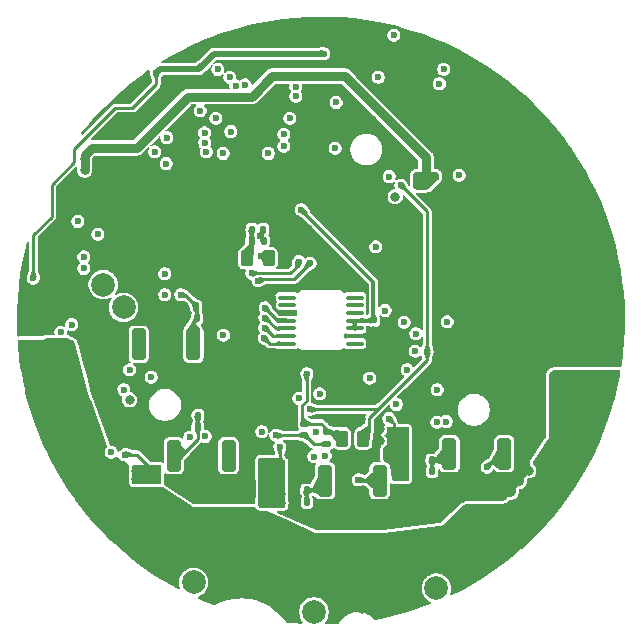
<source format=gbr>
%TF.GenerationSoftware,KiCad,Pcbnew,9.0.0*%
%TF.CreationDate,2025-06-25T03:54:54+08:00*%
%TF.ProjectId,CAPSTONE_MC,43415053-544f-44e4-955f-4d432e6b6963,Ver. 1.0.0*%
%TF.SameCoordinates,Original*%
%TF.FileFunction,Copper,L6,Bot*%
%TF.FilePolarity,Positive*%
%FSLAX46Y46*%
G04 Gerber Fmt 4.6, Leading zero omitted, Abs format (unit mm)*
G04 Created by KiCad (PCBNEW 9.0.0) date 2025-06-25 03:54:54*
%MOMM*%
%LPD*%
G01*
G04 APERTURE LIST*
G04 Aperture macros list*
%AMRoundRect*
0 Rectangle with rounded corners*
0 $1 Rounding radius*
0 $2 $3 $4 $5 $6 $7 $8 $9 X,Y pos of 4 corners*
0 Add a 4 corners polygon primitive as box body*
4,1,4,$2,$3,$4,$5,$6,$7,$8,$9,$2,$3,0*
0 Add four circle primitives for the rounded corners*
1,1,$1+$1,$2,$3*
1,1,$1+$1,$4,$5*
1,1,$1+$1,$6,$7*
1,1,$1+$1,$8,$9*
0 Add four rect primitives between the rounded corners*
20,1,$1+$1,$2,$3,$4,$5,0*
20,1,$1+$1,$4,$5,$6,$7,0*
20,1,$1+$1,$6,$7,$8,$9,0*
20,1,$1+$1,$8,$9,$2,$3,0*%
G04 Aperture macros list end*
%TA.AperFunction,ComponentPad*%
%ADD10C,2.000000*%
%TD*%
%TA.AperFunction,ComponentPad*%
%ADD11C,3.000000*%
%TD*%
%TA.AperFunction,SMDPad,CuDef*%
%ADD12RoundRect,0.250000X0.625000X-0.312500X0.625000X0.312500X-0.625000X0.312500X-0.625000X-0.312500X0*%
%TD*%
%TA.AperFunction,SMDPad,CuDef*%
%ADD13RoundRect,0.250000X-0.362500X-1.075000X0.362500X-1.075000X0.362500X1.075000X-0.362500X1.075000X0*%
%TD*%
%TA.AperFunction,SMDPad,CuDef*%
%ADD14RoundRect,0.140000X0.140000X0.170000X-0.140000X0.170000X-0.140000X-0.170000X0.140000X-0.170000X0*%
%TD*%
%TA.AperFunction,SMDPad,CuDef*%
%ADD15RoundRect,0.250000X2.450000X-0.650000X2.450000X0.650000X-2.450000X0.650000X-2.450000X-0.650000X0*%
%TD*%
%TA.AperFunction,SMDPad,CuDef*%
%ADD16RoundRect,0.250000X0.650000X2.450000X-0.650000X2.450000X-0.650000X-2.450000X0.650000X-2.450000X0*%
%TD*%
%TA.AperFunction,SMDPad,CuDef*%
%ADD17RoundRect,0.135000X0.135000X0.185000X-0.135000X0.185000X-0.135000X-0.185000X0.135000X-0.185000X0*%
%TD*%
%TA.AperFunction,SMDPad,CuDef*%
%ADD18RoundRect,0.140000X-0.170000X0.140000X-0.170000X-0.140000X0.170000X-0.140000X0.170000X0.140000X0*%
%TD*%
%TA.AperFunction,SMDPad,CuDef*%
%ADD19RoundRect,0.140000X-0.140000X-0.170000X0.140000X-0.170000X0.140000X0.170000X-0.140000X0.170000X0*%
%TD*%
%TA.AperFunction,SMDPad,CuDef*%
%ADD20RoundRect,0.135000X-0.185000X0.135000X-0.185000X-0.135000X0.185000X-0.135000X0.185000X0.135000X0*%
%TD*%
%TA.AperFunction,SMDPad,CuDef*%
%ADD21RoundRect,0.250000X0.362500X1.075000X-0.362500X1.075000X-0.362500X-1.075000X0.362500X-1.075000X0*%
%TD*%
%TA.AperFunction,SMDPad,CuDef*%
%ADD22RoundRect,0.250000X-0.312500X-0.625000X0.312500X-0.625000X0.312500X0.625000X-0.312500X0.625000X0*%
%TD*%
%TA.AperFunction,SMDPad,CuDef*%
%ADD23RoundRect,0.135000X-0.135000X-0.185000X0.135000X-0.185000X0.135000X0.185000X-0.135000X0.185000X0*%
%TD*%
%TA.AperFunction,SMDPad,CuDef*%
%ADD24RoundRect,0.250000X0.262500X0.450000X-0.262500X0.450000X-0.262500X-0.450000X0.262500X-0.450000X0*%
%TD*%
%TA.AperFunction,SMDPad,CuDef*%
%ADD25RoundRect,0.250000X0.227149X-2.524560X1.448750X-2.079934X-0.227149X2.524560X-1.448750X2.079934X0*%
%TD*%
%TA.AperFunction,SMDPad,CuDef*%
%ADD26RoundRect,0.250000X-0.900000X1.000000X-0.900000X-1.000000X0.900000X-1.000000X0.900000X1.000000X0*%
%TD*%
%TA.AperFunction,SMDPad,CuDef*%
%ADD27RoundRect,0.100000X-0.637500X-0.100000X0.637500X-0.100000X0.637500X0.100000X-0.637500X0.100000X0*%
%TD*%
%TA.AperFunction,ViaPad*%
%ADD28C,0.800000*%
%TD*%
%TA.AperFunction,ViaPad*%
%ADD29C,0.600000*%
%TD*%
%TA.AperFunction,Conductor*%
%ADD30C,0.250000*%
%TD*%
%TA.AperFunction,Conductor*%
%ADD31C,0.300000*%
%TD*%
%TA.AperFunction,Conductor*%
%ADD32C,0.500000*%
%TD*%
%TA.AperFunction,Conductor*%
%ADD33C,0.800000*%
%TD*%
%TA.AperFunction,Conductor*%
%ADD34C,0.254000*%
%TD*%
G04 APERTURE END LIST*
D10*
%TO.P,TP16,1,1*%
%TO.N,/CANL*%
X84295000Y-57885000D03*
%TD*%
%TO.P,TP13,1,1*%
%TO.N,/CANH*%
X82575000Y-55955000D03*
%TD*%
D11*
%TO.P,TP2,1,1*%
%TO.N,GND*%
X82245000Y-61265000D03*
%TD*%
%TO.P,TP1,1,1*%
%TO.N,/HVBUS*%
X77505000Y-63925000D03*
%TD*%
D10*
%TO.P,TP4,1,1*%
%TO.N,/HS2*%
X100415000Y-83665000D03*
%TD*%
%TO.P,TP5,1,1*%
%TO.N,/HS3*%
X110775000Y-81655000D03*
%TD*%
%TO.P,TP3,1,1*%
%TO.N,/HS1*%
X90235000Y-81165000D03*
%TD*%
D12*
%TO.P,R12,1*%
%TO.N,Net-(U2-VS)*%
X86365000Y-72117500D03*
%TO.P,R12,2*%
%TO.N,GND*%
X86365000Y-69192500D03*
%TD*%
D13*
%TO.P,R24,1*%
%TO.N,/VOLTAGE_1*%
X88558500Y-70450000D03*
%TO.P,R24,2*%
%TO.N,/HS1*%
X93183500Y-70450000D03*
%TD*%
D14*
%TO.P,C58,1*%
%TO.N,/VOLTAGE_3*%
X110395000Y-70815000D03*
%TO.P,C58,2*%
%TO.N,GND*%
X109435000Y-70815000D03*
%TD*%
D15*
%TO.P,C30,1*%
%TO.N,/HVBUS*%
X103265000Y-80485000D03*
%TO.P,C30,2*%
%TO.N,GND*%
X103265000Y-75385000D03*
%TD*%
D16*
%TO.P,C48,1*%
%TO.N,/HVBUS*%
X123835000Y-65915000D03*
%TO.P,C48,2*%
%TO.N,GND*%
X118735000Y-65915000D03*
%TD*%
D17*
%TO.P,R27,1*%
%TO.N,/VOLTAGE_2*%
X99825000Y-74364250D03*
%TO.P,R27,2*%
%TO.N,GND*%
X98805000Y-74364250D03*
%TD*%
D15*
%TO.P,C32,1*%
%TO.N,/HVBUS*%
X113835000Y-78195000D03*
%TO.P,C32,2*%
%TO.N,GND*%
X113835000Y-73095000D03*
%TD*%
D18*
%TO.P,C40,1*%
%TO.N,/ADC_TEMP*%
X99615000Y-67725000D03*
%TO.P,C40,2*%
%TO.N,GNDA*%
X99615000Y-68685000D03*
%TD*%
D17*
%TO.P,R23,1*%
%TO.N,/AN_IN*%
X90520000Y-58820000D03*
%TO.P,R23,2*%
%TO.N,GND*%
X89500000Y-58820000D03*
%TD*%
D19*
%TO.P,C41,1*%
%TO.N,/TEMP_MOTOR*%
X95160000Y-51295000D03*
%TO.P,C41,2*%
%TO.N,GNDA*%
X96120000Y-51295000D03*
%TD*%
D20*
%TO.P,R16,1*%
%TO.N,/ADC_TEMP*%
X101495000Y-68435000D03*
%TO.P,R16,2*%
%TO.N,GNDA*%
X101495000Y-69455000D03*
%TD*%
D21*
%TO.P,R22,1*%
%TO.N,/AN_IN*%
X90207500Y-61005000D03*
%TO.P,R22,2*%
%TO.N,/HVBUS*%
X85582500Y-61005000D03*
%TD*%
D22*
%TO.P,R10,1*%
%TO.N,Net-(U4-VS)*%
X107162500Y-69185000D03*
%TO.P,R10,2*%
%TO.N,GND*%
X110087500Y-69185000D03*
%TD*%
%TO.P,R11,1*%
%TO.N,Net-(U3-VS)*%
X96682500Y-71725000D03*
%TO.P,R11,2*%
%TO.N,GND*%
X99607500Y-71725000D03*
%TD*%
D17*
%TO.P,R25,1*%
%TO.N,/VOLTAGE_1*%
X90625000Y-67035000D03*
%TO.P,R25,2*%
%TO.N,GND*%
X89605000Y-67035000D03*
%TD*%
D13*
%TO.P,R28,1*%
%TO.N,/VOLTAGE_3*%
X111892500Y-70285000D03*
%TO.P,R28,2*%
%TO.N,/HS3*%
X116517500Y-70285000D03*
%TD*%
D18*
%TO.P,C45,1*%
%TO.N,+3V3*%
X105455000Y-58985000D03*
%TO.P,C45,2*%
%TO.N,GND*%
X105455000Y-59945000D03*
%TD*%
D13*
%TO.P,R26,1*%
%TO.N,/VOLTAGE_2*%
X101352500Y-72545000D03*
%TO.P,R26,2*%
%TO.N,/HS2*%
X105977500Y-72545000D03*
%TD*%
D23*
%TO.P,R17,1*%
%TO.N,/TEMP_MOTOR*%
X95135000Y-52255000D03*
%TO.P,R17,2*%
%TO.N,GNDA*%
X96155000Y-52255000D03*
%TD*%
D14*
%TO.P,C53,1*%
%TO.N,/AN_IN*%
X90445000Y-57805000D03*
%TO.P,C53,2*%
%TO.N,GND*%
X89485000Y-57805000D03*
%TD*%
%TO.P,C56,1*%
%TO.N,/VOLTAGE_1*%
X90575000Y-68015000D03*
%TO.P,C56,2*%
%TO.N,GND*%
X89615000Y-68015000D03*
%TD*%
D24*
%TO.P,TH2,1*%
%TO.N,+3.3VA*%
X96577500Y-53715000D03*
%TO.P,TH2,2*%
%TO.N,/TEMP_MOTOR*%
X94752500Y-53715000D03*
%TD*%
D14*
%TO.P,C57,1*%
%TO.N,/VOLTAGE_2*%
X99795000Y-73365000D03*
%TO.P,C57,2*%
%TO.N,GND*%
X98835000Y-73365000D03*
%TD*%
D15*
%TO.P,C31,1*%
%TO.N,/HVBUS*%
X92765000Y-78325000D03*
%TO.P,C31,2*%
%TO.N,GND*%
X92765000Y-73225000D03*
%TD*%
D24*
%TO.P,TH1,1*%
%TO.N,+3.3VA*%
X104607500Y-68985000D03*
%TO.P,TH1,2*%
%TO.N,/ADC_TEMP*%
X102782500Y-68985000D03*
%TD*%
D25*
%TO.P,C50,1*%
%TO.N,/HVBUS*%
X78828784Y-68877152D03*
%TO.P,C50,2*%
%TO.N,GND*%
X83621216Y-67132848D03*
%TD*%
D26*
%TO.P,D12,1,A1*%
%TO.N,GND*%
X78625000Y-57439999D03*
%TO.P,D12,2,A2*%
%TO.N,/HVBUS*%
X78625000Y-61740001D03*
%TD*%
D27*
%TO.P,U8,1,~{CS}*%
%TO.N,/RX_SDA_NSS*%
X98137500Y-60950000D03*
%TO.P,U8,2,CLK*%
%TO.N,/SCK_ADC_EXT*%
X98137500Y-60300000D03*
%TO.P,U8,3,MISO*%
%TO.N,/MISO_ADC_EXT2*%
X98137500Y-59650000D03*
%TO.P,U8,4,MOSI*%
%TO.N,/TX_SCL_MOSI*%
X98137500Y-59000000D03*
%TO.P,U8,5,TST*%
%TO.N,GND*%
X98137500Y-58350000D03*
%TO.P,U8,6,B*%
%TO.N,unconnected-(U8-B-Pad6)*%
X98137500Y-57700000D03*
%TO.P,U8,7,A*%
%TO.N,unconnected-(U8-A-Pad7)*%
X98137500Y-57050000D03*
%TO.P,U8,8,W/PWM*%
%TO.N,unconnected-(U8-W{slash}PWM-Pad8)*%
X103862500Y-57050000D03*
%TO.P,U8,9,V*%
%TO.N,unconnected-(U8-V-Pad9)*%
X103862500Y-57700000D03*
%TO.P,U8,10,U*%
%TO.N,unconnected-(U8-U-Pad10)*%
X103862500Y-58350000D03*
%TO.P,U8,11,VDD*%
%TO.N,+3V3*%
X103862500Y-59000000D03*
%TO.P,U8,12,VDD3V3*%
X103862500Y-59650000D03*
%TO.P,U8,13,GND*%
%TO.N,GND*%
X103862500Y-60300000D03*
%TO.P,U8,14,I/PWM*%
%TO.N,unconnected-(U8-I{slash}PWM-Pad14)*%
X103862500Y-60950000D03*
%TD*%
D17*
%TO.P,R29,1*%
%TO.N,/VOLTAGE_3*%
X110435000Y-71775000D03*
%TO.P,R29,2*%
%TO.N,GND*%
X109415000Y-71775000D03*
%TD*%
D28*
%TO.N,GND*%
X80540000Y-57000000D03*
D29*
%TO.N,/LED_GREEN*%
X79900000Y-59330000D03*
D28*
%TO.N,GND*%
X112300000Y-52500000D03*
X93900000Y-72900000D03*
X91500000Y-38600000D03*
X92400000Y-39000000D03*
X115120000Y-73580000D03*
D29*
X98200000Y-70400000D03*
D28*
X92800000Y-72900000D03*
X102300000Y-75900000D03*
D29*
X103200000Y-55600000D03*
D28*
X105830000Y-48505000D03*
X85800000Y-38900000D03*
X104370001Y-67305331D03*
X91785000Y-73805000D03*
X103112653Y-48012653D03*
D29*
X109400000Y-67470000D03*
D28*
X116120000Y-73580000D03*
X96700000Y-34400000D03*
X114120000Y-73580000D03*
X89800000Y-64300000D03*
X116710000Y-47710000D03*
D29*
X106100000Y-60700000D03*
D28*
X99225000Y-51912653D03*
X117800000Y-72600000D03*
X85900000Y-51600000D03*
X103300000Y-75900000D03*
X116720000Y-48730000D03*
D29*
X98845558Y-69664442D03*
D28*
X99690000Y-75440000D03*
D29*
X109580000Y-71330000D03*
X98775000Y-73295000D03*
D28*
X93885000Y-73805000D03*
X96300000Y-63700000D03*
X88900000Y-67900000D03*
X113110000Y-73580000D03*
X81100000Y-58000000D03*
X84900000Y-48600000D03*
X87100000Y-67900000D03*
D29*
X84470000Y-68270000D03*
X86100000Y-42200000D03*
X108970000Y-70700000D03*
X98775000Y-74434250D03*
D28*
X103300000Y-74900000D03*
D29*
X108980000Y-71940000D03*
D28*
X89800000Y-63200000D03*
X83900000Y-52600000D03*
X112300000Y-63300000D03*
X109500000Y-41300000D03*
X104200000Y-42000000D03*
X110900000Y-57900000D03*
X114120000Y-72580000D03*
X105500000Y-75900000D03*
X125000000Y-51000000D03*
X90750000Y-73830000D03*
X92785000Y-73805000D03*
X116120000Y-72580000D03*
X110500000Y-42300000D03*
X90750000Y-70980000D03*
X83393674Y-45481021D03*
X117100000Y-73500000D03*
X85900000Y-52600000D03*
X97100000Y-63700000D03*
X86400000Y-70200000D03*
X105285000Y-50155000D03*
X114540000Y-45580000D03*
D29*
X109595000Y-71947000D03*
X98845558Y-70400000D03*
D28*
X82000000Y-58000000D03*
D29*
X106200000Y-56500000D03*
X106800000Y-60100000D03*
D28*
X110000000Y-68000000D03*
X119200000Y-67800000D03*
X106000000Y-69200000D03*
X105300000Y-42000000D03*
X85900000Y-49600000D03*
X112110000Y-73580000D03*
X85900000Y-48600000D03*
X88000000Y-67900000D03*
X94900000Y-72900000D03*
X83900000Y-49600000D03*
X110900000Y-57200000D03*
X91600000Y-70970000D03*
X112300000Y-62200000D03*
X104400000Y-74900000D03*
X94900000Y-34400000D03*
X114600000Y-44600000D03*
X105400000Y-34600000D03*
X99907322Y-51217984D03*
X112110000Y-72580000D03*
D29*
X108970000Y-71320000D03*
D28*
X86200000Y-67900000D03*
X106000000Y-68200000D03*
X76900000Y-56800000D03*
X94900000Y-70900000D03*
X118600000Y-71700000D03*
X113500000Y-43600000D03*
X109500000Y-42300000D03*
X84900000Y-49600000D03*
X104400000Y-75900000D03*
X83900000Y-48600000D03*
X118200000Y-67800000D03*
D29*
X108670000Y-67310000D03*
D28*
X85300000Y-67900000D03*
X109200000Y-53000000D03*
X122800000Y-51000000D03*
X94905000Y-71765000D03*
D29*
X107500000Y-55700000D03*
D28*
X104400000Y-73900000D03*
X98790000Y-75440000D03*
X83900000Y-51600000D03*
D29*
X106200000Y-57200000D03*
X98780000Y-73850000D03*
X96800000Y-57200000D03*
D28*
X90765000Y-72925000D03*
X105300000Y-51100000D03*
X123900000Y-51000000D03*
X113110000Y-72580000D03*
X84900000Y-51600000D03*
X76000000Y-56800000D03*
X94885000Y-73805000D03*
X88700000Y-64300000D03*
X85900000Y-50600000D03*
X105300000Y-49200000D03*
X85500000Y-64800000D03*
X95800000Y-34400000D03*
D29*
X99500000Y-70400000D03*
D28*
X108600000Y-36700000D03*
X87900000Y-39000000D03*
X117100000Y-67800000D03*
D29*
X81965000Y-46255000D03*
D28*
X84900000Y-50600000D03*
X105500000Y-74900000D03*
X91800000Y-72900000D03*
D29*
X81965000Y-45285000D03*
D28*
X84200000Y-40200000D03*
X83900000Y-50600000D03*
X84900000Y-52600000D03*
X86200000Y-67000000D03*
X115120000Y-72580000D03*
D29*
%TO.N,+3V3*%
X87050000Y-38000000D03*
X90900000Y-37450000D03*
X101250000Y-36400000D03*
X99350000Y-49600000D03*
X76650000Y-55400000D03*
%TO.N,+3.3VA*%
X86950000Y-44700000D03*
X95931147Y-53500000D03*
X106800000Y-46800000D03*
X100100000Y-66500000D03*
X84300000Y-64850000D03*
X107775000Y-47535000D03*
X110000000Y-61650000D03*
%TO.N,GNDA*%
X87900000Y-45700000D03*
X107400000Y-66100000D03*
D28*
X84800000Y-65700000D03*
D29*
X96000000Y-68400000D03*
X95877210Y-51846955D03*
X91150000Y-43100000D03*
D28*
X107300000Y-48500000D03*
D29*
X97200000Y-68700000D03*
X100900000Y-65200000D03*
X83259054Y-70127764D03*
X109035000Y-60100000D03*
X109013370Y-61586630D03*
X111700000Y-59105000D03*
X84800000Y-63175000D03*
D28*
%TO.N,/HVBUS*%
X79900000Y-68750000D03*
X79900000Y-66750000D03*
X84400000Y-74300000D03*
X114100000Y-75700000D03*
X94800000Y-75900000D03*
X106600000Y-83400000D03*
X83300000Y-76500000D03*
X104500000Y-78100000D03*
X104500000Y-83400000D03*
X113500000Y-79100000D03*
X84400000Y-76500000D03*
X79900000Y-64700000D03*
X83300000Y-75400000D03*
X94800000Y-80800000D03*
X92800000Y-75900000D03*
X92800000Y-81800000D03*
X117200000Y-76800000D03*
X83300000Y-74300000D03*
X113500000Y-80300000D03*
X111900000Y-76800000D03*
X123100000Y-68100000D03*
X116135000Y-79095000D03*
X78895000Y-65700000D03*
X105500000Y-78100000D03*
X116150000Y-77915000D03*
X106600000Y-81200000D03*
X116100000Y-76800000D03*
X120900000Y-69400000D03*
X92800000Y-76900000D03*
X105500000Y-79100000D03*
X122000000Y-69400000D03*
X116100000Y-75700000D03*
X122000000Y-66800000D03*
X105500000Y-83400000D03*
X120900000Y-70700000D03*
X103500000Y-79100000D03*
X104500000Y-79100000D03*
X113000000Y-75700000D03*
X119700000Y-70700000D03*
X84400000Y-75400000D03*
X78905000Y-69750000D03*
X77905000Y-67750000D03*
X79900000Y-62700000D03*
X79905000Y-70750000D03*
X115100000Y-75700000D03*
X114100000Y-76800000D03*
X94800000Y-81700000D03*
X92800000Y-80800000D03*
X84400000Y-73200000D03*
X79900000Y-69750000D03*
X107600000Y-83400000D03*
X93800000Y-81700000D03*
X117200000Y-77900000D03*
X78900000Y-68750000D03*
X79895000Y-65700000D03*
X103500000Y-83400000D03*
X113000000Y-76800000D03*
X94800000Y-76900000D03*
X106600000Y-82300000D03*
X93800000Y-80800000D03*
X93800000Y-75900000D03*
X84400000Y-77600000D03*
X122000000Y-68100000D03*
X93800000Y-76900000D03*
X78905000Y-70750000D03*
X79900000Y-63700000D03*
X107600000Y-81200000D03*
X117200000Y-75700000D03*
X120900000Y-68100000D03*
X103500000Y-82300000D03*
D29*
X80900000Y-65000000D03*
D28*
X79900000Y-71750000D03*
X79905000Y-67750000D03*
X115100000Y-76800000D03*
X77900000Y-68750000D03*
X77905000Y-66750000D03*
X83300000Y-73200000D03*
D29*
X85300000Y-61200000D03*
D28*
X123100000Y-66800000D03*
X78905000Y-66750000D03*
X107600000Y-82300000D03*
X103500000Y-78100000D03*
X78905000Y-67750000D03*
X108700000Y-82300000D03*
D29*
%TO.N,+3V8*%
X109200000Y-47500000D03*
X112700000Y-46700000D03*
D28*
X81005000Y-45285000D03*
D29*
X109900000Y-47500000D03*
X105655000Y-52745000D03*
X110600000Y-46800000D03*
X109200000Y-46800000D03*
D28*
X81005000Y-46255000D03*
D29*
X109900000Y-46800000D03*
%TO.N,/HS2*%
X104186750Y-72490000D03*
%TO.N,/HS3*%
X115080000Y-71410000D03*
%TO.N,/HS1*%
X93245000Y-71055000D03*
%TO.N,/CURRENT_3*%
X108300000Y-63150000D03*
X93360000Y-42990000D03*
%TO.N,/CURRENT_2*%
X92112064Y-41880692D03*
X99150000Y-65580000D03*
%TO.N,/CURRENT_1*%
X86650000Y-63800000D03*
X90780000Y-41238000D03*
%TO.N,/ADC_TEMP*%
X92758058Y-60241942D03*
X99820000Y-63490000D03*
%TO.N,/TEMP_MOTOR*%
X95160000Y-51295000D03*
%TO.N,/CANH*%
X111397921Y-37724796D03*
X87800000Y-55025000D03*
%TO.N,/CANL*%
X87800000Y-56800000D03*
X111041942Y-38941942D03*
%TO.N,/U1_RX_FAULT*%
X80435000Y-50605000D03*
X93801000Y-39130000D03*
%TO.N,/U1_TX_SERVO*%
X94595342Y-39035000D03*
X82125000Y-51695000D03*
%TO.N,/LED_RED*%
X95691117Y-55625000D03*
X100100000Y-54150000D03*
X78990000Y-59990001D03*
%TO.N,/LED_GREEN*%
X99150000Y-54000000D03*
X95150000Y-55000000D03*
%TO.N,Net-(U4-VS)*%
X107330000Y-71550000D03*
X108100000Y-72190000D03*
X107330000Y-72190000D03*
X108110000Y-71550000D03*
X107340000Y-70900000D03*
X108100000Y-70900000D03*
X106750000Y-67290000D03*
D28*
%TO.N,Net-(U3-VS)*%
X97620000Y-74420000D03*
X96140000Y-74430000D03*
X96860000Y-74430000D03*
X96140000Y-73670000D03*
D29*
X97540000Y-69690000D03*
D28*
X97600000Y-73670000D03*
X96860000Y-73670000D03*
%TO.N,Net-(U2-VS)*%
X86200000Y-72430000D03*
X87020000Y-72430000D03*
X87020000Y-71710000D03*
D29*
X84400000Y-70360000D03*
D28*
X86200000Y-71710000D03*
X85380000Y-72420000D03*
X85390000Y-71710000D03*
D29*
%TO.N,/AN_IN*%
X87950000Y-43500000D03*
X89150000Y-56800000D03*
%TO.N,/VOLTAGE_1*%
X90590000Y-67040000D03*
X91161930Y-43925300D03*
%TO.N,/VOLTAGE_2*%
X91302298Y-44712892D03*
X99795000Y-73365000D03*
%TO.N,/VOLTAGE_3*%
X110395000Y-70815000D03*
X92733000Y-44850000D03*
%TO.N,/USB_DM*%
X98880000Y-40000003D03*
X80930000Y-54585000D03*
%TO.N,/USB_DP*%
X98880000Y-39200000D03*
X80935000Y-53595000D03*
%TO.N,/L1*%
X89890000Y-68860000D03*
X96556147Y-44850000D03*
%TO.N,/TX_SCL_MOSI*%
X96306149Y-57906149D03*
%TO.N,/H1*%
X91215000Y-68810000D03*
X97875000Y-43225000D03*
%TO.N,/L3*%
X102215000Y-44395822D03*
X110826707Y-67615293D03*
%TO.N,/L2*%
X100385001Y-70508771D03*
X97875000Y-44230000D03*
%TO.N,/H3*%
X111623799Y-67547109D03*
X102290000Y-40530000D03*
%TO.N,/MISO_ADC_EXT2*%
X96258058Y-58741942D03*
%TO.N,/H2*%
X98383058Y-41883058D03*
X101370000Y-70440000D03*
%TO.N,/SCK_ADC_EXT*%
X96240750Y-59608519D03*
%TO.N,/CAN_RX*%
X105870000Y-38410000D03*
X93293161Y-38410000D03*
%TO.N,/CAN_TX*%
X92290000Y-37736902D03*
X107180000Y-34840000D03*
%TO.N,/RX_SDA_NSS*%
X96208242Y-60459895D03*
%TO.N,/Vref*%
X108050000Y-59150000D03*
X100600000Y-68400000D03*
X106444669Y-58144669D03*
X105121942Y-63878058D03*
X110850000Y-64850000D03*
%TD*%
D30*
%TO.N,GND*%
X98845558Y-70400000D02*
X98845558Y-69664442D01*
X108670000Y-67767500D02*
X108670000Y-67310000D01*
D31*
X105455000Y-59685000D02*
X105393669Y-59623669D01*
D30*
X110087500Y-69185000D02*
X108670000Y-67767500D01*
D31*
X103862500Y-60300000D02*
X105100000Y-60300000D01*
X105100000Y-60300000D02*
X105455000Y-59945000D01*
D32*
X110087500Y-69185000D02*
X110087500Y-68087500D01*
D30*
X98845558Y-70963058D02*
X98845558Y-70400000D01*
X99607500Y-71725000D02*
X98845558Y-70963058D01*
D32*
X110087500Y-68087500D02*
X110000000Y-68000000D01*
D31*
%TO.N,+3V3*%
X105455000Y-58985000D02*
X105455000Y-55705000D01*
X103862500Y-59650000D02*
X103862500Y-59000000D01*
D30*
X76650000Y-55400000D02*
X76650000Y-51750000D01*
X87050000Y-39000000D02*
X87050000Y-38000000D01*
X83600000Y-41000000D02*
X85050000Y-41000000D01*
D32*
X87350000Y-37700000D02*
X87050000Y-38000000D01*
D30*
X78200000Y-50200000D02*
X78200000Y-47500000D01*
D31*
X103862500Y-59000000D02*
X105440000Y-59000000D01*
D32*
X90900000Y-37450000D02*
X90650000Y-37700000D01*
X101250000Y-36400000D02*
X91950000Y-36400000D01*
D31*
X103897500Y-59685000D02*
X103862500Y-59650000D01*
D30*
X85050000Y-41000000D02*
X87050000Y-39000000D01*
X76650000Y-51750000D02*
X78200000Y-50200000D01*
X80100000Y-45600000D02*
X80100000Y-44500000D01*
D32*
X91950000Y-36400000D02*
X90900000Y-37450000D01*
D31*
X105455000Y-55705000D02*
X99350000Y-49600000D01*
D30*
X80100000Y-44500000D02*
X83600000Y-41000000D01*
D32*
X90650000Y-37700000D02*
X87350000Y-37700000D01*
D30*
X78200000Y-47500000D02*
X80100000Y-45600000D01*
D31*
X105440000Y-59000000D02*
X105455000Y-58985000D01*
D30*
%TO.N,+3.3VA*%
X110000000Y-62335298D02*
X110000000Y-61650000D01*
X105095000Y-67240298D02*
X105095000Y-68397500D01*
X100100000Y-66500000D02*
X105835298Y-66500000D01*
X105095000Y-67240298D02*
X106067649Y-66267649D01*
X110000000Y-49760000D02*
X110000000Y-59200000D01*
X106067649Y-66267649D02*
X110000000Y-62335298D01*
X96362500Y-53500000D02*
X96577500Y-53715000D01*
X105095000Y-68397500D02*
X104407500Y-69085000D01*
X105835298Y-66500000D02*
X106067649Y-66267649D01*
X95931147Y-53500000D02*
X96362500Y-53500000D01*
X107775000Y-47535000D02*
X110000000Y-49760000D01*
X110000000Y-59200000D02*
X110000000Y-61650000D01*
%TO.N,GNDA*%
X99350000Y-68700000D02*
X98700000Y-68700000D01*
X98700000Y-68700000D02*
X99630000Y-68700000D01*
X99630000Y-68700000D02*
X100385000Y-69455000D01*
X96155000Y-52124745D02*
X96155000Y-52255000D01*
X95877210Y-51846955D02*
X96155000Y-52124745D01*
X98700000Y-68700000D02*
X97200000Y-68700000D01*
X96120000Y-51604165D02*
X96120000Y-51395000D01*
X95877210Y-51846955D02*
X96120000Y-51604165D01*
X100385000Y-69455000D02*
X101495000Y-69455000D01*
D33*
%TO.N,+3V8*%
X103014628Y-38299000D02*
X96896096Y-38299000D01*
X81591793Y-44384000D02*
X81005000Y-44970793D01*
X96896096Y-38299000D02*
X95164096Y-40031000D01*
X81005000Y-44970793D02*
X81005000Y-45285000D01*
X89737000Y-40031000D02*
X85400000Y-44368000D01*
X85384000Y-44384000D02*
X81591793Y-44384000D01*
X109900000Y-45184372D02*
X103014628Y-38299000D01*
X81005000Y-45285000D02*
X81005000Y-46255000D01*
X109900000Y-46800000D02*
X109900000Y-45184372D01*
X95164096Y-40031000D02*
X89737000Y-40031000D01*
D30*
%TO.N,/HS2*%
X105977500Y-72545000D02*
X104241750Y-72545000D01*
X104241750Y-72545000D02*
X104186750Y-72490000D01*
%TO.N,/HS3*%
X116517500Y-70285000D02*
X116205000Y-70285000D01*
X116205000Y-70285000D02*
X115080000Y-71410000D01*
%TO.N,/ADC_TEMP*%
X101595000Y-68335000D02*
X101495000Y-68435000D01*
X102782500Y-68985000D02*
X102232500Y-68435000D01*
X99430000Y-66185298D02*
X99430000Y-67540000D01*
X99430000Y-67540000D02*
X99615000Y-67725000D01*
X101495000Y-68435000D02*
X101495000Y-68165001D01*
X101495000Y-68165001D02*
X101054999Y-67725000D01*
X102232500Y-68435000D02*
X101495000Y-68435000D01*
X99820000Y-63490000D02*
X99820000Y-65795298D01*
X101054999Y-67725000D02*
X99615000Y-67725000D01*
X99820000Y-65795298D02*
X99430000Y-66185298D01*
%TO.N,/TEMP_MOTOR*%
X95135000Y-53332500D02*
X95135000Y-52255000D01*
X95160000Y-51295000D02*
X95160000Y-52230000D01*
X95160000Y-52230000D02*
X95135000Y-52255000D01*
X94752500Y-53715000D02*
X95135000Y-53332500D01*
%TO.N,/LED_RED*%
X95816117Y-55500000D02*
X95691117Y-55625000D01*
X98750000Y-55500000D02*
X95816117Y-55500000D01*
X100100000Y-54150000D02*
X98750000Y-55500000D01*
%TO.N,/LED_GREEN*%
X99150000Y-54250000D02*
X99150000Y-54000000D01*
X95150000Y-55000000D02*
X98400000Y-55000000D01*
X98400000Y-55000000D02*
X99150000Y-54250000D01*
%TO.N,Net-(U4-VS)*%
X107162500Y-67702500D02*
X106750000Y-67290000D01*
X107162500Y-69185000D02*
X107162500Y-67702500D01*
%TO.N,Net-(U3-VS)*%
X97540000Y-70867500D02*
X97540000Y-69690000D01*
X96682500Y-71725000D02*
X97540000Y-70867500D01*
%TO.N,Net-(U2-VS)*%
X85440000Y-70360000D02*
X84400000Y-70360000D01*
X86400000Y-71810000D02*
X86400000Y-71320000D01*
X86400000Y-71320000D02*
X85610000Y-70530000D01*
X85610000Y-70530000D02*
X85440000Y-70360000D01*
D34*
%TO.N,/AN_IN*%
X90520000Y-57880000D02*
X90445000Y-57805000D01*
X89500000Y-56800000D02*
X89150000Y-56800000D01*
X89805000Y-61005000D02*
X90207500Y-61005000D01*
X90445000Y-57805000D02*
X90445000Y-57745000D01*
X90207500Y-59132500D02*
X90520000Y-58820000D01*
X90445000Y-57745000D02*
X89500000Y-56800000D01*
X90520000Y-58820000D02*
X90520000Y-57880000D01*
X90207500Y-61005000D02*
X90207500Y-59132500D01*
D30*
%TO.N,/VOLTAGE_1*%
X90575000Y-68015000D02*
X90575000Y-69060298D01*
X90575000Y-68015000D02*
X90575000Y-67085000D01*
X90575000Y-67085000D02*
X90625000Y-67035000D01*
X89185298Y-70450000D02*
X88558500Y-70450000D01*
X90575000Y-69060298D02*
X89185298Y-70450000D01*
%TO.N,/VOLTAGE_2*%
X100532500Y-73365000D02*
X99795000Y-73365000D01*
X99825000Y-74364250D02*
X99825000Y-73395000D01*
X101352500Y-72545000D02*
X100532500Y-73365000D01*
X99825000Y-73395000D02*
X99795000Y-73365000D01*
%TO.N,/VOLTAGE_3*%
X111362500Y-70815000D02*
X110395000Y-70815000D01*
X110435000Y-70855000D02*
X110395000Y-70815000D01*
X110435000Y-71775000D02*
X110435000Y-70855000D01*
X111892500Y-70285000D02*
X111362500Y-70815000D01*
%TO.N,/TX_SCL_MOSI*%
X97400000Y-59000000D02*
X98137500Y-59000000D01*
X96306149Y-57906149D02*
X97400000Y-59000000D01*
%TO.N,/MISO_ADC_EXT2*%
X97166116Y-59650000D02*
X98137500Y-59650000D01*
X96258058Y-58741942D02*
X97166116Y-59650000D01*
%TO.N,/SCK_ADC_EXT*%
X96240750Y-59608519D02*
X96932231Y-60300000D01*
X96932231Y-60300000D02*
X98137500Y-60300000D01*
%TO.N,/RX_SDA_NSS*%
X96208242Y-60459895D02*
X96698347Y-60950000D01*
X96698347Y-60950000D02*
X98137500Y-60950000D01*
%TD*%
%TA.AperFunction,Conductor*%
%TO.N,Net-(U4-VS)*%
G36*
X108307243Y-68001441D02*
G01*
X108332316Y-68006428D01*
X108361905Y-68012313D01*
X108388939Y-68023511D01*
X108429019Y-68050292D01*
X108430563Y-68051836D01*
X108431697Y-68052167D01*
X108449709Y-68070982D01*
X108476487Y-68111058D01*
X108487686Y-68138094D01*
X108498559Y-68192755D01*
X108500000Y-68207387D01*
X108500000Y-70510407D01*
X108497444Y-70529819D01*
X108469501Y-70634102D01*
X108469500Y-70634106D01*
X108469500Y-70634108D01*
X108469500Y-70765892D01*
X108493205Y-70854362D01*
X108497444Y-70870180D01*
X108500000Y-70889592D01*
X108500000Y-71130407D01*
X108497444Y-71149819D01*
X108469501Y-71254102D01*
X108469500Y-71254110D01*
X108469500Y-71385889D01*
X108469501Y-71385897D01*
X108497444Y-71490180D01*
X108500000Y-71509592D01*
X108500000Y-71787727D01*
X108497444Y-71807139D01*
X108479501Y-71874102D01*
X108479500Y-71874110D01*
X108479500Y-72005889D01*
X108479501Y-72005897D01*
X108497444Y-72072859D01*
X108500000Y-72092271D01*
X108500000Y-72392612D01*
X108498559Y-72407244D01*
X108487686Y-72461905D01*
X108476487Y-72488941D01*
X108449709Y-72529017D01*
X108429017Y-72549709D01*
X108388941Y-72576487D01*
X108361905Y-72587686D01*
X108307244Y-72598559D01*
X108292612Y-72600000D01*
X107228249Y-72600000D01*
X107210839Y-72597951D01*
X107146517Y-72582600D01*
X107115449Y-72566875D01*
X107071914Y-72529995D01*
X107051296Y-72501936D01*
X107040575Y-72476537D01*
X107025578Y-72441008D01*
X107020697Y-72424183D01*
X106818503Y-71211016D01*
X106777025Y-71118493D01*
X106777024Y-71118492D01*
X106695503Y-71058201D01*
X106432650Y-70953060D01*
X106419472Y-70946204D01*
X106372353Y-70915408D01*
X106351280Y-70894675D01*
X106347839Y-70889592D01*
X106323987Y-70854362D01*
X106312565Y-70827098D01*
X106301471Y-70771908D01*
X106300000Y-70757128D01*
X106300000Y-69763493D01*
X106317547Y-69715284D01*
X106337497Y-69698543D01*
X106368716Y-69680520D01*
X106480520Y-69568716D01*
X106559577Y-69431784D01*
X106600500Y-69279057D01*
X106600500Y-69120943D01*
X106559577Y-68968216D01*
X106480520Y-68831284D01*
X106402269Y-68753033D01*
X106380587Y-68706537D01*
X106393866Y-68656982D01*
X106402269Y-68646967D01*
X106480520Y-68568716D01*
X106559577Y-68431784D01*
X106600500Y-68279057D01*
X106600500Y-68120943D01*
X106593391Y-68094412D01*
X106597861Y-68043305D01*
X106634138Y-68007027D01*
X106665835Y-68000000D01*
X108292612Y-68000000D01*
X108307243Y-68001441D01*
G37*
%TD.AperFunction*%
%TD*%
%TA.AperFunction,Conductor*%
%TO.N,+3V8*%
G36*
X110711971Y-46402381D02*
G01*
X110790618Y-46418024D01*
X110835308Y-46436535D01*
X110891626Y-46474166D01*
X110897519Y-46480059D01*
X110902251Y-46482119D01*
X110925832Y-46508371D01*
X110963462Y-46564688D01*
X110981976Y-46609387D01*
X110997617Y-46688019D01*
X111000000Y-46712210D01*
X111000000Y-46863525D01*
X110997617Y-46887716D01*
X110981976Y-46966348D01*
X110963461Y-47011048D01*
X110918916Y-47077714D01*
X110903495Y-47096504D01*
X110196504Y-47803495D01*
X110177714Y-47818916D01*
X110111048Y-47863461D01*
X110066348Y-47881976D01*
X109987716Y-47897617D01*
X109963525Y-47900000D01*
X109112211Y-47900000D01*
X109088020Y-47897617D01*
X109009387Y-47881976D01*
X109001685Y-47878786D01*
X108996526Y-47878694D01*
X108964689Y-47863462D01*
X108908373Y-47825833D01*
X108874166Y-47791626D01*
X108836535Y-47735308D01*
X108818024Y-47690618D01*
X108802381Y-47611971D01*
X108800000Y-47587789D01*
X108800000Y-46712210D01*
X108802381Y-46688029D01*
X108818025Y-46609379D01*
X108836534Y-46564693D01*
X108874168Y-46508370D01*
X108908370Y-46474168D01*
X108964693Y-46436534D01*
X109009379Y-46418025D01*
X109088028Y-46402381D01*
X109112211Y-46400000D01*
X110687789Y-46400000D01*
X110711971Y-46402381D01*
G37*
%TD.AperFunction*%
%TD*%
%TA.AperFunction,Conductor*%
%TO.N,GND*%
G36*
X97199500Y-56905131D02*
G01*
X97199500Y-57194861D01*
X97202415Y-57219994D01*
X97247792Y-57322762D01*
X97251722Y-57328499D01*
X97250448Y-57329371D01*
X97268678Y-57368463D01*
X97255399Y-57418018D01*
X97248366Y-57426400D01*
X97247795Y-57427232D01*
X97202414Y-57530011D01*
X97199500Y-57555131D01*
X97199500Y-57844861D01*
X97202415Y-57869994D01*
X97247792Y-57972762D01*
X97247794Y-57972765D01*
X97327235Y-58052206D01*
X97430009Y-58097585D01*
X97455135Y-58100500D01*
X98819864Y-58100499D01*
X98824167Y-58100000D01*
X98983895Y-58100000D01*
X98987306Y-58102494D01*
X99000000Y-58144243D01*
X99000000Y-58555756D01*
X98982453Y-58603965D01*
X98938024Y-58629617D01*
X98894707Y-58624366D01*
X98844991Y-58602415D01*
X98844988Y-58602414D01*
X98819868Y-58599500D01*
X98819865Y-58599500D01*
X98176661Y-58599500D01*
X98159311Y-58597465D01*
X98145567Y-58594197D01*
X98145566Y-58594196D01*
X98145562Y-58594196D01*
X97457306Y-58568644D01*
X97409782Y-58549321D01*
X97407056Y-58546729D01*
X96998274Y-58137947D01*
X96984762Y-58119508D01*
X96974880Y-58100500D01*
X96743926Y-57656237D01*
X96738576Y-57646587D01*
X96738573Y-57646581D01*
X96737947Y-57645521D01*
X96737946Y-57645520D01*
X96737944Y-57645516D01*
X96732726Y-57639979D01*
X96722358Y-57626044D01*
X96706649Y-57598835D01*
X96613463Y-57505649D01*
X96603679Y-57500000D01*
X96500000Y-57440140D01*
X96500000Y-56900000D01*
X97200095Y-56900000D01*
X97199500Y-56905131D01*
G37*
%TD.AperFunction*%
%TD*%
%TA.AperFunction,Conductor*%
%TO.N,Net-(U3-VS)*%
G36*
X97742450Y-70617547D02*
G01*
X97759192Y-70637499D01*
X97799500Y-70707314D01*
X97892686Y-70800500D01*
X97962500Y-70840807D01*
X97995477Y-70880106D01*
X98000000Y-70905758D01*
X98000000Y-74642612D01*
X97998559Y-74657243D01*
X97998559Y-74657244D01*
X97987686Y-74711905D01*
X97976487Y-74738941D01*
X97949709Y-74779017D01*
X97929017Y-74799709D01*
X97888941Y-74826487D01*
X97861905Y-74837686D01*
X97807244Y-74848559D01*
X97792612Y-74850000D01*
X95907388Y-74850000D01*
X95892756Y-74848559D01*
X95838094Y-74837686D01*
X95811058Y-74826487D01*
X95805025Y-74822455D01*
X95770980Y-74799707D01*
X95750292Y-74779019D01*
X95723511Y-74738939D01*
X95712313Y-74711905D01*
X95701441Y-74657243D01*
X95700000Y-74642612D01*
X95700000Y-70807387D01*
X95701441Y-70792756D01*
X95703036Y-70784734D01*
X95712314Y-70738092D01*
X95723510Y-70711061D01*
X95750294Y-70670977D01*
X95770977Y-70650294D01*
X95811061Y-70623510D01*
X95838092Y-70612314D01*
X95873645Y-70605242D01*
X95892757Y-70601441D01*
X95907388Y-70600000D01*
X97694241Y-70600000D01*
X97742450Y-70617547D01*
G37*
%TD.AperFunction*%
%TD*%
%TA.AperFunction,Conductor*%
%TO.N,Net-(U2-VS)*%
G36*
X87307243Y-71201441D02*
G01*
X87332316Y-71206428D01*
X87361905Y-71212313D01*
X87388939Y-71223511D01*
X87429019Y-71250292D01*
X87430563Y-71251836D01*
X87431697Y-71252167D01*
X87449709Y-71270982D01*
X87476487Y-71311058D01*
X87487686Y-71338094D01*
X87498559Y-71392755D01*
X87500000Y-71407387D01*
X87500000Y-72642612D01*
X87498559Y-72657244D01*
X87487686Y-72711905D01*
X87486849Y-72713924D01*
X87486978Y-72715100D01*
X87476487Y-72738941D01*
X87449709Y-72779017D01*
X87429017Y-72799709D01*
X87388941Y-72826487D01*
X87361905Y-72837686D01*
X87307244Y-72848559D01*
X87292612Y-72850000D01*
X85207388Y-72850000D01*
X85192756Y-72848559D01*
X85138094Y-72837686D01*
X85111058Y-72826487D01*
X85105025Y-72822455D01*
X85070980Y-72799707D01*
X85050292Y-72779019D01*
X85023511Y-72738939D01*
X85012313Y-72711905D01*
X85001441Y-72657243D01*
X85000000Y-72642612D01*
X85000000Y-71407387D01*
X85001441Y-71392756D01*
X85003036Y-71384734D01*
X85012314Y-71338092D01*
X85023510Y-71311061D01*
X85050294Y-71270977D01*
X85070977Y-71250294D01*
X85111061Y-71223510D01*
X85138092Y-71212314D01*
X85173645Y-71205242D01*
X85192757Y-71201441D01*
X85207388Y-71200000D01*
X87292612Y-71200000D01*
X87307243Y-71201441D01*
G37*
%TD.AperFunction*%
%TD*%
%TA.AperFunction,Conductor*%
%TO.N,GND*%
G36*
X101807327Y-33266949D02*
G01*
X101810179Y-33267039D01*
X102814422Y-33318300D01*
X102817277Y-33318502D01*
X103818758Y-33409052D01*
X103821586Y-33409363D01*
X104818794Y-33539068D01*
X104821613Y-33539491D01*
X105812931Y-33708142D01*
X105815797Y-33708689D01*
X106799711Y-33916023D01*
X106802514Y-33916672D01*
X107491894Y-34090394D01*
X107777543Y-34162377D01*
X107780377Y-34163150D01*
X107904195Y-34199564D01*
X108745056Y-34446856D01*
X108747823Y-34447729D01*
X109700641Y-34768992D01*
X109703379Y-34769975D01*
X110076990Y-34912472D01*
X110642862Y-35128298D01*
X110645586Y-35129398D01*
X111570339Y-35524245D01*
X111573018Y-35525452D01*
X112481599Y-35956212D01*
X112484153Y-35957485D01*
X113375216Y-36423522D01*
X113377718Y-36424894D01*
X114249831Y-36925459D01*
X114252316Y-36926951D01*
X115063145Y-37435560D01*
X115104140Y-37461275D01*
X115106595Y-37462884D01*
X115885658Y-37995186D01*
X115936780Y-38030115D01*
X115939163Y-38031811D01*
X116746547Y-38631156D01*
X116748862Y-38632946D01*
X117384926Y-39144939D01*
X117532128Y-39263428D01*
X117534378Y-39265312D01*
X117979202Y-39653034D01*
X118292381Y-39926009D01*
X118294557Y-39927983D01*
X119026071Y-40617826D01*
X119028168Y-40619883D01*
X119371945Y-40970508D01*
X119695467Y-41300475D01*
X119732092Y-41337829D01*
X119734105Y-41339963D01*
X119761398Y-41370073D01*
X120409415Y-42084973D01*
X120411345Y-42087188D01*
X120798533Y-42549501D01*
X120989495Y-42777515D01*
X121056953Y-42858061D01*
X121058787Y-42860342D01*
X121673704Y-43655898D01*
X121675429Y-43658221D01*
X121931309Y-44017516D01*
X122258725Y-44477258D01*
X122260382Y-44479683D01*
X122811151Y-45320927D01*
X122812712Y-45323416D01*
X123135027Y-45860500D01*
X123309835Y-46151790D01*
X123330113Y-46185579D01*
X123331572Y-46188122D01*
X123428297Y-46364616D01*
X123814817Y-47069897D01*
X123816178Y-47072501D01*
X124264508Y-47972496D01*
X124265765Y-47975148D01*
X124361286Y-48187339D01*
X124678516Y-48892036D01*
X124679669Y-48894738D01*
X125056185Y-49827057D01*
X125057232Y-49829802D01*
X125396960Y-50776186D01*
X125397898Y-50778970D01*
X125700300Y-51737916D01*
X125701128Y-51740734D01*
X125965738Y-52710767D01*
X125966456Y-52713616D01*
X126192884Y-53693307D01*
X126193489Y-53696182D01*
X126381372Y-54683964D01*
X126381864Y-54686860D01*
X126530918Y-55681226D01*
X126531297Y-55684139D01*
X126641299Y-56683616D01*
X126641563Y-56686542D01*
X126712340Y-57689548D01*
X126712489Y-57692482D01*
X126743930Y-58697459D01*
X126743965Y-58700396D01*
X126736025Y-59705884D01*
X126735944Y-59708821D01*
X126688635Y-60713205D01*
X126688439Y-60716136D01*
X126601836Y-61717879D01*
X126601526Y-61720800D01*
X126475753Y-62718418D01*
X126475328Y-62721325D01*
X126445067Y-62903524D01*
X126419859Y-62948207D01*
X126371827Y-62966232D01*
X126349950Y-62963198D01*
X126321525Y-62954851D01*
X126321521Y-62954850D01*
X126321520Y-62954850D01*
X126249535Y-62944500D01*
X120808126Y-62944500D01*
X120805554Y-62944584D01*
X120791402Y-62945047D01*
X120775252Y-62946106D01*
X120775239Y-62946107D01*
X120775228Y-62946108D01*
X120758592Y-62947747D01*
X120758587Y-62947747D01*
X120758563Y-62947750D01*
X120653452Y-62961588D01*
X120653430Y-62961591D01*
X120653426Y-62961592D01*
X120653422Y-62961592D01*
X120653408Y-62961595D01*
X120620674Y-62968105D01*
X120620662Y-62968108D01*
X120589385Y-62976488D01*
X120589383Y-62976489D01*
X120557728Y-62987233D01*
X120557725Y-62987234D01*
X120467300Y-63024689D01*
X120437327Y-63039471D01*
X120437316Y-63039477D01*
X120409302Y-63055651D01*
X120381509Y-63074222D01*
X120303853Y-63133811D01*
X120278728Y-63155844D01*
X120255844Y-63178728D01*
X120233811Y-63203853D01*
X120174224Y-63281507D01*
X120174206Y-63281532D01*
X120155659Y-63309290D01*
X120155649Y-63309306D01*
X120139461Y-63337346D01*
X120124690Y-63367302D01*
X120124680Y-63367324D01*
X120087227Y-63457747D01*
X120076490Y-63489373D01*
X120068107Y-63520662D01*
X120061596Y-63553401D01*
X120061590Y-63553437D01*
X120047750Y-63658562D01*
X120047747Y-63658586D01*
X120047747Y-63658591D01*
X120047060Y-63665571D01*
X120046106Y-63675251D01*
X120045047Y-63691401D01*
X120044500Y-63708127D01*
X120044500Y-68739764D01*
X120043734Y-68750458D01*
X120033571Y-68821009D01*
X120027536Y-68841521D01*
X119997881Y-68906330D01*
X119992736Y-68915735D01*
X118735951Y-70867059D01*
X118712216Y-70913867D01*
X118694071Y-70961152D01*
X118694064Y-70961171D01*
X118686210Y-70985102D01*
X118686209Y-70985104D01*
X118679095Y-71084545D01*
X118687801Y-71153863D01*
X118697483Y-71198372D01*
X118697486Y-71198380D01*
X118729334Y-71256707D01*
X118745260Y-71285873D01*
X118746824Y-71287744D01*
X118790060Y-71339481D01*
X118790063Y-71339484D01*
X118790065Y-71339486D01*
X118793288Y-71342381D01*
X118844152Y-71388073D01*
X118844159Y-71388078D01*
X118845651Y-71389075D01*
X118857016Y-71398402D01*
X118901591Y-71442977D01*
X118910918Y-71454342D01*
X118945939Y-71506754D01*
X118952870Y-71519721D01*
X118976992Y-71577958D01*
X118981260Y-71592025D01*
X118993559Y-71653848D01*
X118995000Y-71668482D01*
X118995000Y-71731516D01*
X118993559Y-71746150D01*
X118981260Y-71807973D01*
X118976992Y-71822041D01*
X118952870Y-71880276D01*
X118945939Y-71893242D01*
X118910918Y-71945655D01*
X118901591Y-71957020D01*
X118857020Y-72001591D01*
X118845655Y-72010918D01*
X118793242Y-72045939D01*
X118780276Y-72052870D01*
X118722041Y-72076992D01*
X118707973Y-72081259D01*
X118646151Y-72093558D01*
X118631517Y-72095000D01*
X118564699Y-72095000D01*
X118557853Y-72095092D01*
X118551226Y-72095269D01*
X118473073Y-72109732D01*
X118473071Y-72109732D01*
X118473069Y-72109733D01*
X118449616Y-72118007D01*
X118407182Y-72132977D01*
X118365749Y-72151898D01*
X118290413Y-72217179D01*
X118290411Y-72217181D01*
X118247548Y-72272358D01*
X118247545Y-72272362D01*
X118247540Y-72272369D01*
X118222922Y-72310674D01*
X118222921Y-72310677D01*
X118194838Y-72406323D01*
X118194837Y-72406327D01*
X118188609Y-72475929D01*
X118188609Y-72475930D01*
X118192502Y-72548529D01*
X118192503Y-72548540D01*
X118193559Y-72553847D01*
X118195000Y-72568479D01*
X118195000Y-72631516D01*
X118193559Y-72646150D01*
X118181260Y-72707973D01*
X118176992Y-72722041D01*
X118152870Y-72780276D01*
X118145939Y-72793242D01*
X118110918Y-72845655D01*
X118101591Y-72857020D01*
X118057020Y-72901591D01*
X118045655Y-72910918D01*
X117993242Y-72945939D01*
X117980276Y-72952870D01*
X117922041Y-72976992D01*
X117907973Y-72981260D01*
X117791485Y-73004433D01*
X117788737Y-73006448D01*
X117781420Y-73008186D01*
X117773075Y-73009731D01*
X117707182Y-73032977D01*
X117665749Y-73051898D01*
X117590413Y-73117179D01*
X117590411Y-73117181D01*
X117547548Y-73172358D01*
X117547545Y-73172362D01*
X117547540Y-73172369D01*
X117522922Y-73210674D01*
X117522921Y-73210677D01*
X117494838Y-73306323D01*
X117494837Y-73306327D01*
X117488609Y-73375929D01*
X117488609Y-73375930D01*
X117492502Y-73448529D01*
X117492503Y-73448540D01*
X117493559Y-73453847D01*
X117495000Y-73468479D01*
X117495000Y-73531516D01*
X117493559Y-73546150D01*
X117481260Y-73607973D01*
X117476992Y-73622041D01*
X117452870Y-73680276D01*
X117445939Y-73693242D01*
X117410918Y-73745655D01*
X117401591Y-73757020D01*
X117357020Y-73801591D01*
X117345655Y-73810918D01*
X117293242Y-73845939D01*
X117280276Y-73852870D01*
X117222041Y-73876992D01*
X117207973Y-73881259D01*
X117146151Y-73893558D01*
X117131517Y-73895000D01*
X117066165Y-73895000D01*
X117059276Y-73894683D01*
X117057206Y-73894492D01*
X116977906Y-73893380D01*
X116908753Y-73903253D01*
X116908735Y-73903256D01*
X116864405Y-73913684D01*
X116864399Y-73913686D01*
X116777720Y-73962932D01*
X116777716Y-73962935D01*
X116724883Y-74008624D01*
X116724880Y-74008627D01*
X116677201Y-74063541D01*
X116644037Y-74115031D01*
X116638491Y-74122563D01*
X116598451Y-74170389D01*
X116584774Y-74183104D01*
X116551052Y-74207390D01*
X116534654Y-74216333D01*
X116495969Y-74231536D01*
X116477876Y-74236149D01*
X116424067Y-74242902D01*
X116415986Y-74243916D01*
X116406650Y-74244500D01*
X113500233Y-74244500D01*
X113497998Y-74244568D01*
X113484577Y-74244979D01*
X113469430Y-74245908D01*
X113453847Y-74247345D01*
X113433038Y-74249907D01*
X113433031Y-74249908D01*
X113355206Y-74259495D01*
X113355185Y-74259498D01*
X113324423Y-74265219D01*
X113302340Y-74270744D01*
X113295014Y-74272577D01*
X113295010Y-74272578D01*
X113295007Y-74272579D01*
X113265167Y-74282018D01*
X113179582Y-74314990D01*
X113151133Y-74328004D01*
X113151115Y-74328013D01*
X113124377Y-74342285D01*
X113110272Y-74350963D01*
X113097722Y-74358685D01*
X113016415Y-74415859D01*
X113003874Y-74425264D01*
X112991999Y-74434754D01*
X112980113Y-74444864D01*
X111164878Y-76087220D01*
X111155790Y-76094255D01*
X111092049Y-76136203D01*
X111071202Y-76145730D01*
X110997779Y-76166465D01*
X110986512Y-76168732D01*
X106304195Y-76742077D01*
X106301919Y-76742320D01*
X106286644Y-76743719D01*
X106282095Y-76743997D01*
X106269186Y-76744391D01*
X106266774Y-76744465D01*
X106264490Y-76744500D01*
X100724541Y-76744500D01*
X100716644Y-76744083D01*
X100706060Y-76742962D01*
X100664085Y-76738517D01*
X100648641Y-76735209D01*
X100598402Y-76718755D01*
X100591026Y-76715900D01*
X97323661Y-75248920D01*
X97286868Y-75213167D01*
X97281665Y-75162128D01*
X97310486Y-75119686D01*
X97354380Y-75105500D01*
X97792598Y-75105500D01*
X97792612Y-75105500D01*
X97817653Y-75104270D01*
X97827156Y-75103334D01*
X97832277Y-75102830D01*
X97832281Y-75102829D01*
X97832285Y-75102829D01*
X97857091Y-75099149D01*
X97903757Y-75089866D01*
X97911748Y-75088277D01*
X97911756Y-75088275D01*
X97959663Y-75073742D01*
X97959661Y-75073742D01*
X97959683Y-75073736D01*
X97986719Y-75062537D01*
X97986722Y-75062535D01*
X97986730Y-75062532D01*
X98018436Y-75045583D01*
X98030889Y-75038927D01*
X98070965Y-75012149D01*
X98109683Y-74980375D01*
X98130375Y-74959683D01*
X98162149Y-74920965D01*
X98188927Y-74880889D01*
X98196177Y-74867325D01*
X98212532Y-74836730D01*
X98212537Y-74836719D01*
X98223736Y-74809683D01*
X98238276Y-74761752D01*
X98249149Y-74707091D01*
X98252829Y-74682285D01*
X98254270Y-74667653D01*
X98255500Y-74642612D01*
X98255500Y-74566864D01*
X98256941Y-74552232D01*
X98270500Y-74484069D01*
X98270500Y-74355930D01*
X98256941Y-74287766D01*
X98255500Y-74273134D01*
X98255500Y-70905764D01*
X98255500Y-70905758D01*
X98251619Y-70861392D01*
X98247096Y-70835740D01*
X98247093Y-70835727D01*
X98239152Y-70803277D01*
X98239150Y-70803274D01*
X98239150Y-70803271D01*
X98200187Y-70732254D01*
X98191200Y-70715873D01*
X98191194Y-70715864D01*
X98158224Y-70676574D01*
X98158222Y-70676572D01*
X98158221Y-70676571D01*
X98090250Y-70619537D01*
X98079430Y-70613290D01*
X98058116Y-70600984D01*
X98042583Y-70589065D01*
X98010932Y-70557414D01*
X97999013Y-70541881D01*
X97980461Y-70509748D01*
X97954915Y-70473265D01*
X97938173Y-70453313D01*
X97936317Y-70451374D01*
X97930041Y-70437107D01*
X97920023Y-70425168D01*
X97916834Y-70407082D01*
X97915660Y-70404413D01*
X97915500Y-70399516D01*
X97915500Y-70351025D01*
X97918984Y-70328432D01*
X97936709Y-70272325D01*
X98073947Y-69837903D01*
X98077695Y-69824837D01*
X98078006Y-69823633D01*
X98081057Y-69810375D01*
X98081066Y-69807319D01*
X98083621Y-69788144D01*
X98090500Y-69762475D01*
X98090500Y-69617525D01*
X98052984Y-69477515D01*
X97980509Y-69351985D01*
X97878015Y-69249491D01*
X97878014Y-69249490D01*
X97820636Y-69216362D01*
X97807123Y-69200257D01*
X97791623Y-69186064D01*
X97790952Y-69180986D01*
X97787660Y-69177062D01*
X97787660Y-69156042D01*
X97784909Y-69135202D01*
X97787660Y-69130880D01*
X97787660Y-69125759D01*
X97801170Y-69109658D01*
X97812460Y-69091925D01*
X97818840Y-69088600D01*
X97820638Y-69086459D01*
X97835553Y-69079892D01*
X97838446Y-69078978D01*
X97861023Y-69075500D01*
X98650565Y-69075500D01*
X98954217Y-69075500D01*
X98979180Y-69079776D01*
X99298707Y-69192566D01*
X99298716Y-69192568D01*
X99298719Y-69192569D01*
X99302540Y-69193471D01*
X99302545Y-69193472D01*
X99312742Y-69195879D01*
X99322825Y-69201017D01*
X99414265Y-69215500D01*
X99415058Y-69215499D01*
X99419743Y-69216417D01*
X99421374Y-69217400D01*
X99440968Y-69224027D01*
X99827083Y-69432554D01*
X99844473Y-69445510D01*
X100084525Y-69685562D01*
X100154438Y-69755475D01*
X100196302Y-69779645D01*
X100240058Y-69804908D01*
X100240059Y-69804908D01*
X100240062Y-69804910D01*
X100260458Y-69810375D01*
X100292102Y-69818854D01*
X100334127Y-69848280D01*
X100347406Y-69897835D01*
X100325724Y-69944331D01*
X100292103Y-69963742D01*
X100172517Y-69995786D01*
X100172514Y-69995787D01*
X100046985Y-70068262D01*
X99944492Y-70170755D01*
X99872017Y-70296284D01*
X99872016Y-70296287D01*
X99834502Y-70436290D01*
X99834501Y-70436298D01*
X99834501Y-70581243D01*
X99834502Y-70581251D01*
X99872016Y-70721254D01*
X99872017Y-70721257D01*
X99919813Y-70804041D01*
X99944492Y-70846786D01*
X100046986Y-70949280D01*
X100128486Y-70996334D01*
X100162085Y-71015733D01*
X100172516Y-71021755D01*
X100312526Y-71059271D01*
X100312528Y-71059271D01*
X100457474Y-71059271D01*
X100457476Y-71059271D01*
X100516844Y-71043363D01*
X100567951Y-71047834D01*
X100604229Y-71084110D01*
X100608701Y-71135217D01*
X100596297Y-71160753D01*
X100546203Y-71227670D01*
X100546200Y-71227674D01*
X100495910Y-71362511D01*
X100495908Y-71362521D01*
X100489500Y-71422124D01*
X100489500Y-72141104D01*
X100480980Y-72175824D01*
X100160979Y-72788546D01*
X100123108Y-72823155D01*
X100071851Y-72825325D01*
X100060452Y-72820652D01*
X100057179Y-72818984D01*
X100057177Y-72818983D01*
X99996215Y-72809327D01*
X99965735Y-72804500D01*
X99965734Y-72804500D01*
X99624266Y-72804500D01*
X99532824Y-72818983D01*
X99422609Y-72875140D01*
X99335140Y-72962609D01*
X99278983Y-73072825D01*
X99264500Y-73164265D01*
X99264500Y-73208011D01*
X99261944Y-73227423D01*
X99244501Y-73292519D01*
X99244500Y-73292527D01*
X99244500Y-73437475D01*
X99261945Y-73502582D01*
X99264500Y-73521991D01*
X99264500Y-73565733D01*
X99278983Y-73657175D01*
X99284433Y-73667872D01*
X99290273Y-73679332D01*
X99296160Y-73695004D01*
X99299214Y-73707087D01*
X99370326Y-73856648D01*
X99371905Y-73873263D01*
X99377592Y-73888955D01*
X99374821Y-73903942D01*
X99375180Y-73907720D01*
X99373034Y-73914600D01*
X99372843Y-73915120D01*
X99329373Y-74029132D01*
X99324412Y-74047617D01*
X99323273Y-74050734D01*
X99322609Y-74051522D01*
X99320215Y-74057916D01*
X99315418Y-74067731D01*
X99315416Y-74067736D01*
X99304500Y-74142662D01*
X99304500Y-74585837D01*
X99315415Y-74660759D01*
X99315417Y-74660765D01*
X99315418Y-74660768D01*
X99325937Y-74682285D01*
X99371922Y-74776349D01*
X99371924Y-74776352D01*
X99462898Y-74867326D01*
X99578482Y-74923832D01*
X99578486Y-74923832D01*
X99578490Y-74923834D01*
X99643595Y-74933318D01*
X99653412Y-74934749D01*
X99653413Y-74934750D01*
X99653418Y-74934750D01*
X99996587Y-74934750D01*
X99996587Y-74934749D01*
X100017771Y-74931662D01*
X100071509Y-74923834D01*
X100071511Y-74923832D01*
X100071518Y-74923832D01*
X100187102Y-74867326D01*
X100278076Y-74776352D01*
X100334582Y-74660768D01*
X100334582Y-74660761D01*
X100334584Y-74660759D01*
X100345499Y-74585837D01*
X100345500Y-74585837D01*
X100345500Y-74142663D01*
X100345499Y-74142662D01*
X100334583Y-74067735D01*
X100334582Y-74067733D01*
X100334581Y-74067731D01*
X100327987Y-74054243D01*
X100324772Y-74046628D01*
X100322533Y-74040386D01*
X100320625Y-74029129D01*
X100284739Y-73935012D01*
X100284476Y-73934279D01*
X100284592Y-73909347D01*
X100284213Y-73884381D01*
X100284712Y-73883767D01*
X100284716Y-73882976D01*
X100300850Y-73863930D01*
X100316589Y-73844584D01*
X100317365Y-73844434D01*
X100317877Y-73843831D01*
X100342481Y-73839611D01*
X100366971Y-73834908D01*
X100368067Y-73835223D01*
X100368442Y-73835159D01*
X100369023Y-73835498D01*
X100384326Y-73839899D01*
X100510956Y-73893558D01*
X100578173Y-73922041D01*
X100608951Y-73946151D01*
X100632451Y-73977543D01*
X100632455Y-73977547D01*
X100747666Y-74063794D01*
X100747674Y-74063799D01*
X100882511Y-74114089D01*
X100882512Y-74114089D01*
X100882517Y-74114091D01*
X100942127Y-74120500D01*
X101762872Y-74120499D01*
X101762875Y-74120499D01*
X101822477Y-74114092D01*
X101822478Y-74114091D01*
X101822483Y-74114091D01*
X101876422Y-74093973D01*
X101957325Y-74063799D01*
X101957328Y-74063797D01*
X101957331Y-74063796D01*
X102072546Y-73977546D01*
X102158796Y-73862331D01*
X102158797Y-73862328D01*
X102158799Y-73862325D01*
X102209089Y-73727488D01*
X102209088Y-73727488D01*
X102209091Y-73727483D01*
X102215500Y-73667873D01*
X102215499Y-72417527D01*
X103636250Y-72417527D01*
X103636250Y-72562472D01*
X103636251Y-72562480D01*
X103673765Y-72702483D01*
X103673766Y-72702486D01*
X103743774Y-72823742D01*
X103746241Y-72828015D01*
X103848735Y-72930509D01*
X103920407Y-72971889D01*
X103968940Y-72999910D01*
X103974265Y-73002984D01*
X104114275Y-73040500D01*
X104114277Y-73040500D01*
X104259223Y-73040500D01*
X104259225Y-73040500D01*
X104282251Y-73034329D01*
X104300623Y-73031782D01*
X104310126Y-73031652D01*
X104659170Y-72957220D01*
X104709978Y-72964327D01*
X104721517Y-72971889D01*
X104731482Y-72979820D01*
X105021528Y-73210674D01*
X105086206Y-73262152D01*
X105112999Y-73305903D01*
X105114500Y-73320834D01*
X105114500Y-73667875D01*
X105120907Y-73727477D01*
X105120910Y-73727487D01*
X105171200Y-73862325D01*
X105171205Y-73862333D01*
X105257452Y-73977544D01*
X105257455Y-73977547D01*
X105372666Y-74063794D01*
X105372674Y-74063799D01*
X105507511Y-74114089D01*
X105507512Y-74114089D01*
X105507517Y-74114091D01*
X105567127Y-74120500D01*
X106387872Y-74120499D01*
X106387875Y-74120499D01*
X106447477Y-74114092D01*
X106447478Y-74114091D01*
X106447483Y-74114091D01*
X106501422Y-74093973D01*
X106582325Y-74063799D01*
X106582328Y-74063797D01*
X106582331Y-74063796D01*
X106697546Y-73977546D01*
X106783796Y-73862331D01*
X106783797Y-73862328D01*
X106783799Y-73862325D01*
X106834089Y-73727488D01*
X106834088Y-73727488D01*
X106834091Y-73727483D01*
X106840500Y-73667873D01*
X106840499Y-72828741D01*
X106858046Y-72780533D01*
X106902475Y-72754881D01*
X106952999Y-72763790D01*
X106956946Y-72766235D01*
X107000066Y-72794838D01*
X107031134Y-72810563D01*
X107058653Y-72820652D01*
X107087198Y-72831118D01*
X107087202Y-72831119D01*
X107087205Y-72831120D01*
X107151527Y-72846471D01*
X107180975Y-72851700D01*
X107198385Y-72853749D01*
X107228237Y-72855499D01*
X107228238Y-72855500D01*
X107228249Y-72855500D01*
X108292598Y-72855500D01*
X108292612Y-72855500D01*
X108317653Y-72854270D01*
X108327156Y-72853334D01*
X108332277Y-72852830D01*
X108332281Y-72852829D01*
X108332285Y-72852829D01*
X108357091Y-72849149D01*
X108403757Y-72839866D01*
X108411748Y-72838277D01*
X108411756Y-72838275D01*
X108459663Y-72823742D01*
X108459661Y-72823742D01*
X108459683Y-72823736D01*
X108486719Y-72812537D01*
X108486722Y-72812535D01*
X108486730Y-72812532D01*
X108522816Y-72793242D01*
X108530889Y-72788927D01*
X108570965Y-72762149D01*
X108609683Y-72730375D01*
X108630375Y-72709683D01*
X108662149Y-72670965D01*
X108688927Y-72630889D01*
X108695583Y-72618436D01*
X108712532Y-72586730D01*
X108712537Y-72586719D01*
X108723736Y-72559683D01*
X108738276Y-72511752D01*
X108749149Y-72457091D01*
X108752829Y-72432285D01*
X108754270Y-72417653D01*
X108755500Y-72392612D01*
X108755500Y-72092271D01*
X108755500Y-72092262D01*
X108755499Y-72092260D01*
X108754498Y-72076992D01*
X108753314Y-72058917D01*
X108750758Y-72039505D01*
X108744238Y-72006729D01*
X108737556Y-71981791D01*
X108735000Y-71962379D01*
X108735000Y-71917617D01*
X108737556Y-71898204D01*
X108738886Y-71893242D01*
X108744238Y-71873268D01*
X108750758Y-71840493D01*
X108753314Y-71821081D01*
X108755499Y-71787736D01*
X108755500Y-71787735D01*
X108755500Y-71509583D01*
X108755499Y-71509581D01*
X108753315Y-71476253D01*
X108753314Y-71476252D01*
X108753314Y-71476238D01*
X108750758Y-71456826D01*
X108744238Y-71424051D01*
X108727556Y-71361793D01*
X108725000Y-71342381D01*
X108725000Y-71297617D01*
X108727556Y-71278205D01*
X108741098Y-71227666D01*
X108744238Y-71215948D01*
X108750758Y-71183173D01*
X108753314Y-71163761D01*
X108755499Y-71130416D01*
X108755500Y-71130415D01*
X108755500Y-70889583D01*
X108755499Y-70889581D01*
X108753865Y-70864653D01*
X108753314Y-70856238D01*
X108750758Y-70836826D01*
X108744238Y-70804051D01*
X108727751Y-70742523D01*
X109844500Y-70742523D01*
X109844500Y-70742525D01*
X109844500Y-70887475D01*
X109861605Y-70951315D01*
X109861945Y-70952582D01*
X109864500Y-70971991D01*
X109864500Y-71015733D01*
X109878983Y-71107175D01*
X109890820Y-71130407D01*
X109897205Y-71142937D01*
X109902713Y-71157167D01*
X109905530Y-71167451D01*
X109905533Y-71167457D01*
X109968930Y-71294225D01*
X109970906Y-71311384D01*
X109976851Y-71327603D01*
X109974348Y-71341274D01*
X109974800Y-71345192D01*
X109972386Y-71353264D01*
X109972153Y-71353908D01*
X109939373Y-71439882D01*
X109934447Y-71458234D01*
X109933366Y-71461228D01*
X109932704Y-71462020D01*
X109930215Y-71468666D01*
X109925418Y-71478481D01*
X109925416Y-71478486D01*
X109914500Y-71553412D01*
X109914500Y-71996587D01*
X109925415Y-72071509D01*
X109925417Y-72071515D01*
X109925418Y-72071518D01*
X109937030Y-72095270D01*
X109981922Y-72187099D01*
X109981924Y-72187102D01*
X110072898Y-72278076D01*
X110188482Y-72334582D01*
X110188486Y-72334582D01*
X110188490Y-72334584D01*
X110253595Y-72344068D01*
X110263412Y-72345499D01*
X110263413Y-72345500D01*
X110263418Y-72345500D01*
X110606587Y-72345500D01*
X110606587Y-72345499D01*
X110627771Y-72342412D01*
X110681509Y-72334584D01*
X110681511Y-72334582D01*
X110681518Y-72334582D01*
X110797102Y-72278076D01*
X110888076Y-72187102D01*
X110944582Y-72071518D01*
X110944582Y-72071511D01*
X110944584Y-72071509D01*
X110954009Y-72006815D01*
X110955499Y-71996587D01*
X110955500Y-71996587D01*
X110955500Y-71653069D01*
X110973047Y-71604860D01*
X111017476Y-71579208D01*
X111068000Y-71588117D01*
X111090540Y-71608123D01*
X111172452Y-71717544D01*
X111172455Y-71717547D01*
X111287666Y-71803794D01*
X111287674Y-71803799D01*
X111422511Y-71854089D01*
X111422512Y-71854089D01*
X111422517Y-71854091D01*
X111482127Y-71860500D01*
X112302872Y-71860499D01*
X112302875Y-71860499D01*
X112362477Y-71854092D01*
X112362478Y-71854091D01*
X112362483Y-71854091D01*
X112448414Y-71822041D01*
X112497325Y-71803799D01*
X112497328Y-71803797D01*
X112497331Y-71803796D01*
X112612546Y-71717546D01*
X112698796Y-71602331D01*
X112698797Y-71602328D01*
X112698799Y-71602325D01*
X112749089Y-71467488D01*
X112749088Y-71467488D01*
X112749091Y-71467483D01*
X112753967Y-71422128D01*
X112755500Y-71407875D01*
X112755500Y-71337527D01*
X114529500Y-71337527D01*
X114529500Y-71482472D01*
X114529501Y-71482480D01*
X114567015Y-71622483D01*
X114567016Y-71622486D01*
X114621900Y-71717546D01*
X114639491Y-71748015D01*
X114741985Y-71850509D01*
X114867515Y-71922984D01*
X115007525Y-71960500D01*
X115007527Y-71960500D01*
X115152473Y-71960500D01*
X115152475Y-71960500D01*
X115292485Y-71922984D01*
X115418015Y-71850509D01*
X115520509Y-71748015D01*
X115544734Y-71706054D01*
X115544897Y-71705774D01*
X115547680Y-71701010D01*
X115562141Y-71682974D01*
X115593775Y-71622121D01*
X115594707Y-71620527D01*
X115613100Y-71605254D01*
X115630723Y-71589089D01*
X115632675Y-71589002D01*
X115634178Y-71587755D01*
X115658080Y-71587878D01*
X115681975Y-71586822D01*
X115683653Y-71588011D01*
X115685481Y-71588021D01*
X115694709Y-71595847D01*
X115719503Y-71613418D01*
X115797452Y-71717544D01*
X115797455Y-71717547D01*
X115912666Y-71803794D01*
X115912674Y-71803799D01*
X116047511Y-71854089D01*
X116047512Y-71854089D01*
X116047517Y-71854091D01*
X116107127Y-71860500D01*
X116927872Y-71860499D01*
X116927875Y-71860499D01*
X116987477Y-71854092D01*
X116987478Y-71854091D01*
X116987483Y-71854091D01*
X117073414Y-71822041D01*
X117122325Y-71803799D01*
X117122328Y-71803797D01*
X117122331Y-71803796D01*
X117237546Y-71717546D01*
X117323796Y-71602331D01*
X117323797Y-71602328D01*
X117323799Y-71602325D01*
X117374089Y-71467488D01*
X117374088Y-71467488D01*
X117374091Y-71467483D01*
X117380500Y-71407873D01*
X117380499Y-69162128D01*
X117377333Y-69132674D01*
X117374092Y-69102522D01*
X117374091Y-69102519D01*
X117374091Y-69102517D01*
X117357594Y-69058285D01*
X117323799Y-68967674D01*
X117323794Y-68967666D01*
X117237547Y-68852455D01*
X117237544Y-68852452D01*
X117122333Y-68766205D01*
X117122325Y-68766200D01*
X116987488Y-68715910D01*
X116987478Y-68715908D01*
X116927875Y-68709500D01*
X116107124Y-68709500D01*
X116047522Y-68715907D01*
X116047512Y-68715910D01*
X115912674Y-68766200D01*
X115912666Y-68766205D01*
X115797455Y-68852452D01*
X115797452Y-68852455D01*
X115711205Y-68967666D01*
X115711200Y-68967674D01*
X115660910Y-69102511D01*
X115660908Y-69102521D01*
X115654500Y-69162124D01*
X115654500Y-69873289D01*
X115645458Y-69908989D01*
X115217300Y-70700030D01*
X115185936Y-70730875D01*
X114807015Y-70927862D01*
X114794854Y-70934612D01*
X114793775Y-70935249D01*
X114782572Y-70942270D01*
X114780373Y-70944454D01*
X114765029Y-70956185D01*
X114741985Y-70969491D01*
X114741984Y-70969491D01*
X114639491Y-71071984D01*
X114567016Y-71197513D01*
X114567015Y-71197516D01*
X114529501Y-71337519D01*
X114529500Y-71337527D01*
X112755500Y-71337527D01*
X112755500Y-71332609D01*
X112755499Y-69162124D01*
X112749092Y-69102522D01*
X112749091Y-69102519D01*
X112749091Y-69102517D01*
X112732594Y-69058285D01*
X112698799Y-68967674D01*
X112698794Y-68967666D01*
X112612547Y-68852455D01*
X112612544Y-68852452D01*
X112497333Y-68766205D01*
X112497325Y-68766200D01*
X112362488Y-68715910D01*
X112362478Y-68715908D01*
X112302875Y-68709500D01*
X111482124Y-68709500D01*
X111422522Y-68715907D01*
X111422512Y-68715910D01*
X111287674Y-68766200D01*
X111287666Y-68766205D01*
X111172455Y-68852452D01*
X111172452Y-68852455D01*
X111086205Y-68967666D01*
X111086200Y-68967674D01*
X111035910Y-69102511D01*
X111035908Y-69102521D01*
X111029500Y-69162124D01*
X111029500Y-69765132D01*
X111014243Y-69810472D01*
X110692432Y-70234509D01*
X110649311Y-70262304D01*
X110620957Y-70263246D01*
X110565735Y-70254500D01*
X110224266Y-70254500D01*
X110132824Y-70268983D01*
X110022609Y-70325140D01*
X109935140Y-70412609D01*
X109878983Y-70522825D01*
X109864500Y-70614265D01*
X109864500Y-70658011D01*
X109861944Y-70677423D01*
X109844501Y-70742519D01*
X109844500Y-70742523D01*
X108727751Y-70742523D01*
X108727554Y-70741787D01*
X108725000Y-70722381D01*
X108725000Y-70677616D01*
X108727556Y-70658204D01*
X108729088Y-70652486D01*
X108744238Y-70595947D01*
X108750758Y-70563173D01*
X108753314Y-70543761D01*
X108755499Y-70510416D01*
X108755500Y-70510415D01*
X108755500Y-68207401D01*
X108755500Y-68207387D01*
X108754270Y-68182346D01*
X108752829Y-68167714D01*
X108749149Y-68142908D01*
X108740095Y-68097390D01*
X108738277Y-68088250D01*
X108738275Y-68088242D01*
X108723742Y-68040335D01*
X108723740Y-68040331D01*
X108723736Y-68040316D01*
X108712537Y-68013280D01*
X108712536Y-68013279D01*
X108712532Y-68013268D01*
X108688929Y-67969113D01*
X108688923Y-67969104D01*
X108662160Y-67929049D01*
X108662154Y-67929041D01*
X108662149Y-67929034D01*
X108634270Y-67894298D01*
X108616258Y-67875483D01*
X108591696Y-67852968D01*
X108589686Y-67851560D01*
X108579355Y-67844734D01*
X108570974Y-67837856D01*
X108570967Y-67837850D01*
X108530888Y-67811070D01*
X108500311Y-67794727D01*
X108486716Y-67787460D01*
X108486714Y-67787459D01*
X108486710Y-67787457D01*
X108459695Y-67776266D01*
X108459682Y-67776262D01*
X108411746Y-67761722D01*
X108411743Y-67761721D01*
X108411742Y-67761721D01*
X108411740Y-67761720D01*
X108357104Y-67750853D01*
X108357086Y-67750850D01*
X108332276Y-67747169D01*
X108317650Y-67745729D01*
X108292623Y-67744500D01*
X108292612Y-67744500D01*
X107613000Y-67744500D01*
X107564791Y-67726953D01*
X107539139Y-67682524D01*
X107538891Y-67681028D01*
X107538000Y-67675300D01*
X107538000Y-67653065D01*
X107530800Y-67626196D01*
X107523737Y-67599836D01*
X107523737Y-67599835D01*
X107523737Y-67599834D01*
X107512412Y-67557569D01*
X107512411Y-67557567D01*
X107512410Y-67557562D01*
X107503899Y-67542820D01*
X110276207Y-67542820D01*
X110276207Y-67687765D01*
X110276208Y-67687773D01*
X110313722Y-67827776D01*
X110313723Y-67827779D01*
X110355709Y-67900500D01*
X110386198Y-67953308D01*
X110488692Y-68055802D01*
X110614222Y-68128277D01*
X110754232Y-68165793D01*
X110754234Y-68165793D01*
X110899180Y-68165793D01*
X110899182Y-68165793D01*
X111039192Y-68128277D01*
X111164722Y-68055802D01*
X111211567Y-68008956D01*
X111258063Y-67987274D01*
X111302096Y-67997035D01*
X111411314Y-68060093D01*
X111551324Y-68097609D01*
X111551326Y-68097609D01*
X111696272Y-68097609D01*
X111696274Y-68097609D01*
X111836284Y-68060093D01*
X111961814Y-67987618D01*
X112064308Y-67885124D01*
X112136783Y-67759594D01*
X112174299Y-67619584D01*
X112174299Y-67474634D01*
X112136783Y-67334624D01*
X112134987Y-67331514D01*
X112103674Y-67277278D01*
X112064308Y-67209094D01*
X111961814Y-67106600D01*
X111935184Y-67091225D01*
X111836285Y-67034125D01*
X111836282Y-67034124D01*
X111696279Y-66996610D01*
X111696276Y-66996609D01*
X111696274Y-66996609D01*
X111551324Y-66996609D01*
X111551322Y-66996609D01*
X111551318Y-66996610D01*
X111411315Y-67034124D01*
X111411312Y-67034125D01*
X111285783Y-67106600D01*
X111238937Y-67153446D01*
X111192441Y-67175127D01*
X111148406Y-67165364D01*
X111039192Y-67102309D01*
X111039190Y-67102308D01*
X110899187Y-67064794D01*
X110899184Y-67064793D01*
X110899182Y-67064793D01*
X110754232Y-67064793D01*
X110754230Y-67064793D01*
X110754226Y-67064794D01*
X110614223Y-67102308D01*
X110614220Y-67102309D01*
X110488691Y-67174784D01*
X110386198Y-67277277D01*
X110313723Y-67402806D01*
X110313722Y-67402809D01*
X110276208Y-67542812D01*
X110276207Y-67542820D01*
X107503899Y-67542820D01*
X107462975Y-67471938D01*
X107454212Y-67463175D01*
X107439848Y-67443045D01*
X107433377Y-67429790D01*
X107264915Y-67084722D01*
X107262984Y-67077515D01*
X107252703Y-67059709D01*
X107234900Y-67023241D01*
X107226973Y-67008284D01*
X107226205Y-67006944D01*
X107217368Y-66992638D01*
X107216174Y-66991437D01*
X107204408Y-66976058D01*
X107190509Y-66951985D01*
X107088015Y-66849491D01*
X106962486Y-66777016D01*
X106962483Y-66777015D01*
X106822480Y-66739501D01*
X106822477Y-66739500D01*
X106822475Y-66739500D01*
X106677525Y-66739500D01*
X106677523Y-66739500D01*
X106677519Y-66739501D01*
X106537516Y-66777015D01*
X106537513Y-66777016D01*
X106411984Y-66849491D01*
X106309491Y-66951984D01*
X106237016Y-67077513D01*
X106237015Y-67077516D01*
X106199501Y-67217519D01*
X106199500Y-67217527D01*
X106199500Y-67362472D01*
X106199501Y-67362480D01*
X106237015Y-67502483D01*
X106237016Y-67502486D01*
X106268819Y-67557569D01*
X106309491Y-67628015D01*
X106411985Y-67730509D01*
X106414410Y-67731909D01*
X106415495Y-67733203D01*
X106415884Y-67733501D01*
X106415817Y-67733587D01*
X106447386Y-67771211D01*
X106447384Y-67822514D01*
X106429945Y-67849889D01*
X106417190Y-67862645D01*
X106417188Y-67862647D01*
X106371226Y-67925334D01*
X106343334Y-68021038D01*
X106343332Y-68021047D01*
X106339752Y-68061984D01*
X106338863Y-68072150D01*
X106341091Y-68097609D01*
X106344715Y-68139031D01*
X106345000Y-68145568D01*
X106345000Y-68235546D01*
X106342444Y-68254959D01*
X106324043Y-68323627D01*
X106316551Y-68341713D01*
X106281005Y-68403282D01*
X106269087Y-68418815D01*
X106221603Y-68466300D01*
X106206539Y-68482739D01*
X106198136Y-68492755D01*
X106191164Y-68501443D01*
X106147072Y-68590850D01*
X106133794Y-68640400D01*
X106125329Y-68717680D01*
X106149026Y-68814518D01*
X106170706Y-68861011D01*
X106170709Y-68861016D01*
X106221597Y-68933692D01*
X106221604Y-68933700D01*
X106269086Y-68981182D01*
X106281005Y-68996716D01*
X106316551Y-69058285D01*
X106324043Y-69076371D01*
X106332963Y-69109658D01*
X106342295Y-69144486D01*
X106342444Y-69145039D01*
X106345000Y-69164452D01*
X106345000Y-69235546D01*
X106342444Y-69254959D01*
X106324043Y-69323627D01*
X106316551Y-69341713D01*
X106281005Y-69403282D01*
X106269086Y-69418816D01*
X106217327Y-69470575D01*
X106207313Y-69478978D01*
X106173257Y-69502824D01*
X106153311Y-69519562D01*
X106153305Y-69519567D01*
X106129173Y-69542669D01*
X106077456Y-69627893D01*
X106077456Y-69627895D01*
X106059910Y-69676102D01*
X106059909Y-69676105D01*
X106044500Y-69763495D01*
X106044500Y-70757125D01*
X106045755Y-70782428D01*
X106047223Y-70797181D01*
X106047230Y-70797233D01*
X106050983Y-70822268D01*
X106062442Y-70879275D01*
X106061430Y-70879478D01*
X106056490Y-70927264D01*
X106019646Y-70962964D01*
X105989025Y-70969500D01*
X105567124Y-70969500D01*
X105507522Y-70975907D01*
X105507512Y-70975910D01*
X105372674Y-71026200D01*
X105372666Y-71026205D01*
X105257455Y-71112452D01*
X105257452Y-71112455D01*
X105171205Y-71227666D01*
X105171200Y-71227674D01*
X105120910Y-71362511D01*
X105120908Y-71362521D01*
X105114500Y-71422124D01*
X105114500Y-71769165D01*
X105096953Y-71817374D01*
X105086206Y-71827847D01*
X104756408Y-72090338D01*
X104707761Y-72106631D01*
X104680679Y-72100813D01*
X104461169Y-72008690D01*
X104461158Y-72008686D01*
X104458510Y-72008011D01*
X104439551Y-72000291D01*
X104399240Y-71977018D01*
X104399233Y-71977015D01*
X104259230Y-71939501D01*
X104259227Y-71939500D01*
X104259225Y-71939500D01*
X104114275Y-71939500D01*
X104114273Y-71939500D01*
X104114269Y-71939501D01*
X103974266Y-71977015D01*
X103974263Y-71977016D01*
X103848734Y-72049491D01*
X103746241Y-72151984D01*
X103673766Y-72277513D01*
X103673765Y-72277516D01*
X103636251Y-72417519D01*
X103636250Y-72417527D01*
X102215499Y-72417527D01*
X102215499Y-71422128D01*
X102212949Y-71398402D01*
X102209092Y-71362522D01*
X102209091Y-71362519D01*
X102209091Y-71362517D01*
X102180505Y-71285873D01*
X102158799Y-71227674D01*
X102158794Y-71227666D01*
X102072547Y-71112455D01*
X102072544Y-71112452D01*
X101957333Y-71026205D01*
X101957325Y-71026200D01*
X101822488Y-70975910D01*
X101822479Y-70975908D01*
X101788849Y-70972292D01*
X101742792Y-70949692D01*
X101722037Y-70902775D01*
X101736296Y-70853493D01*
X101743828Y-70844695D01*
X101810509Y-70778015D01*
X101882984Y-70652485D01*
X101920500Y-70512475D01*
X101920500Y-70367525D01*
X101882984Y-70227515D01*
X101810509Y-70101985D01*
X101786263Y-70077739D01*
X101764581Y-70031243D01*
X101777860Y-69981688D01*
X101806352Y-69957329D01*
X101907102Y-69908076D01*
X101998076Y-69817102D01*
X102016388Y-69779643D01*
X102053324Y-69744040D01*
X102104505Y-69740508D01*
X102143807Y-69767637D01*
X102162454Y-69792546D01*
X102162455Y-69792547D01*
X102277666Y-69878794D01*
X102277674Y-69878799D01*
X102412511Y-69929089D01*
X102412512Y-69929089D01*
X102412517Y-69929091D01*
X102472127Y-69935500D01*
X103092872Y-69935499D01*
X103092875Y-69935499D01*
X103152477Y-69929092D01*
X103152478Y-69929091D01*
X103152483Y-69929091D01*
X103208830Y-69908075D01*
X103287325Y-69878799D01*
X103287328Y-69878797D01*
X103287331Y-69878796D01*
X103402546Y-69792546D01*
X103488796Y-69677331D01*
X103488797Y-69677328D01*
X103488799Y-69677325D01*
X103532663Y-69559717D01*
X103539091Y-69542483D01*
X103545500Y-69482873D01*
X103545499Y-68487128D01*
X103545499Y-68487124D01*
X103539092Y-68427522D01*
X103539091Y-68427519D01*
X103539091Y-68427517D01*
X103517449Y-68369491D01*
X103488799Y-68292674D01*
X103488794Y-68292666D01*
X103402547Y-68177455D01*
X103402544Y-68177452D01*
X103287333Y-68091205D01*
X103287325Y-68091200D01*
X103152488Y-68040910D01*
X103152478Y-68040908D01*
X103092876Y-68034500D01*
X103092873Y-68034500D01*
X102536888Y-68034500D01*
X102524777Y-68033516D01*
X102502894Y-68029935D01*
X102502886Y-68029934D01*
X102118534Y-68043056D01*
X102089255Y-68038179D01*
X101830117Y-67939372D01*
X101822641Y-67937366D01*
X101789421Y-67918329D01*
X101692269Y-67822514D01*
X101580151Y-67711939D01*
X101565325Y-67702143D01*
X101553639Y-67692603D01*
X101285561Y-67424525D01*
X101199939Y-67375091D01*
X101199938Y-67375090D01*
X101199937Y-67375090D01*
X101141228Y-67359359D01*
X101132029Y-67356894D01*
X101104438Y-67349500D01*
X101104435Y-67349500D01*
X101104434Y-67349500D01*
X100280444Y-67349500D01*
X100252955Y-67344281D01*
X100228440Y-67334624D01*
X100127983Y-67295051D01*
X99976880Y-67235527D01*
X99972988Y-67232874D01*
X99970249Y-67232535D01*
X99949463Y-67216838D01*
X99895160Y-67158480D01*
X99875167Y-67111237D01*
X99890218Y-67062191D01*
X99933274Y-67034295D01*
X99969480Y-67034947D01*
X99994179Y-67041564D01*
X100027525Y-67050500D01*
X100027527Y-67050500D01*
X100172474Y-67050500D01*
X100172475Y-67050500D01*
X100219214Y-67037975D01*
X100230413Y-67035871D01*
X100247903Y-67033947D01*
X100738431Y-66878984D01*
X100761024Y-66875500D01*
X104747695Y-66875500D01*
X104795904Y-66893047D01*
X104821556Y-66937476D01*
X104812647Y-66988000D01*
X104800728Y-67003533D01*
X104794525Y-67009735D01*
X104745090Y-67095358D01*
X104743228Y-67102309D01*
X104739016Y-67118029D01*
X104722428Y-67179933D01*
X104722428Y-67179937D01*
X104719500Y-67190863D01*
X104719500Y-67190865D01*
X104719500Y-67717534D01*
X104701953Y-67765743D01*
X104684312Y-67781095D01*
X104290779Y-68027592D01*
X104258983Y-68038601D01*
X104237522Y-68040907D01*
X104237512Y-68040910D01*
X104102674Y-68091200D01*
X104102666Y-68091205D01*
X103987455Y-68177452D01*
X103987452Y-68177455D01*
X103901205Y-68292666D01*
X103901200Y-68292674D01*
X103850910Y-68427511D01*
X103850908Y-68427521D01*
X103844500Y-68487124D01*
X103844500Y-69482875D01*
X103850907Y-69542477D01*
X103850910Y-69542487D01*
X103901200Y-69677325D01*
X103901205Y-69677333D01*
X103987452Y-69792544D01*
X103987455Y-69792547D01*
X104102666Y-69878794D01*
X104102674Y-69878799D01*
X104237511Y-69929089D01*
X104237512Y-69929089D01*
X104237517Y-69929091D01*
X104297127Y-69935500D01*
X104917872Y-69935499D01*
X104917875Y-69935499D01*
X104977477Y-69929092D01*
X104977478Y-69929091D01*
X104977483Y-69929091D01*
X105033830Y-69908075D01*
X105112325Y-69878799D01*
X105112328Y-69878797D01*
X105112331Y-69878796D01*
X105227546Y-69792546D01*
X105313796Y-69677331D01*
X105313797Y-69677328D01*
X105313799Y-69677325D01*
X105357663Y-69559717D01*
X105364091Y-69542483D01*
X105370500Y-69482873D01*
X105370499Y-69132897D01*
X105373420Y-69112170D01*
X105375717Y-69104185D01*
X105417671Y-68603895D01*
X105427454Y-68572671D01*
X105444911Y-68542437D01*
X105450392Y-68521984D01*
X105465311Y-68466301D01*
X105470500Y-68446936D01*
X105470500Y-68348064D01*
X105470500Y-67973950D01*
X105473543Y-67937664D01*
X105474213Y-67927014D01*
X105474254Y-67926036D01*
X105474478Y-67915328D01*
X105470500Y-67895331D01*
X105470500Y-67426901D01*
X105488047Y-67378692D01*
X105492467Y-67373868D01*
X106368123Y-66498212D01*
X106540835Y-66325500D01*
X106724753Y-66141580D01*
X106771249Y-66119899D01*
X106820804Y-66133178D01*
X106850230Y-66175202D01*
X106887015Y-66312483D01*
X106887016Y-66312486D01*
X106959491Y-66438015D01*
X107061985Y-66540509D01*
X107187515Y-66612984D01*
X107327525Y-66650500D01*
X107327527Y-66650500D01*
X107472473Y-66650500D01*
X107472475Y-66650500D01*
X107612485Y-66612984D01*
X107738015Y-66540509D01*
X107834811Y-66443713D01*
X112609500Y-66443713D01*
X112609500Y-66656287D01*
X112609837Y-66658412D01*
X112642754Y-66866247D01*
X112708440Y-67068405D01*
X112708442Y-67068408D01*
X112708443Y-67068412D01*
X112730898Y-67112482D01*
X112804322Y-67256587D01*
X112804949Y-67257816D01*
X112929896Y-67429792D01*
X113080208Y-67580104D01*
X113252184Y-67705051D01*
X113441588Y-67801557D01*
X113441593Y-67801558D01*
X113441594Y-67801559D01*
X113643752Y-67867245D01*
X113643755Y-67867245D01*
X113643757Y-67867246D01*
X113853713Y-67900500D01*
X114066287Y-67900500D01*
X114276243Y-67867246D01*
X114276245Y-67867245D01*
X114276247Y-67867245D01*
X114397712Y-67827778D01*
X114478412Y-67801557D01*
X114667816Y-67705051D01*
X114839792Y-67580104D01*
X114990104Y-67429792D01*
X115115051Y-67257816D01*
X115211557Y-67068412D01*
X115277246Y-66866243D01*
X115310500Y-66656287D01*
X115310500Y-66443713D01*
X115277246Y-66233757D01*
X115277245Y-66233755D01*
X115277245Y-66233752D01*
X115211559Y-66031594D01*
X115211558Y-66031593D01*
X115211557Y-66031588D01*
X115115051Y-65842184D01*
X114990104Y-65670208D01*
X114839792Y-65519896D01*
X114691954Y-65412486D01*
X114667815Y-65394948D01*
X114579936Y-65350172D01*
X114478412Y-65298443D01*
X114478408Y-65298442D01*
X114478405Y-65298440D01*
X114276247Y-65232754D01*
X114066287Y-65199500D01*
X113853713Y-65199500D01*
X113643752Y-65232754D01*
X113441594Y-65298440D01*
X113252184Y-65394948D01*
X113080209Y-65519895D01*
X113080207Y-65519896D01*
X112929896Y-65670207D01*
X112929895Y-65670209D01*
X112804948Y-65842184D01*
X112708440Y-66031594D01*
X112642754Y-66233752D01*
X112615906Y-66403266D01*
X112609500Y-66443713D01*
X107834811Y-66443713D01*
X107840509Y-66438015D01*
X107912984Y-66312485D01*
X107950500Y-66172475D01*
X107950500Y-66027525D01*
X107912984Y-65887515D01*
X107840509Y-65761985D01*
X107738015Y-65659491D01*
X107725858Y-65652472D01*
X107612486Y-65587016D01*
X107612483Y-65587015D01*
X107475201Y-65550230D01*
X107433176Y-65520804D01*
X107419898Y-65471249D01*
X107441579Y-65424754D01*
X108088806Y-64777527D01*
X110299500Y-64777527D01*
X110299500Y-64922472D01*
X110299501Y-64922480D01*
X110337015Y-65062483D01*
X110337016Y-65062486D01*
X110409491Y-65188015D01*
X110511985Y-65290509D01*
X110637515Y-65362984D01*
X110777525Y-65400500D01*
X110777527Y-65400500D01*
X110922473Y-65400500D01*
X110922475Y-65400500D01*
X111062485Y-65362984D01*
X111188015Y-65290509D01*
X111290509Y-65188015D01*
X111362984Y-65062485D01*
X111400500Y-64922475D01*
X111400500Y-64777525D01*
X111362984Y-64637515D01*
X111290509Y-64511985D01*
X111188015Y-64409491D01*
X111062486Y-64337016D01*
X111062483Y-64337015D01*
X110922480Y-64299501D01*
X110922477Y-64299500D01*
X110922475Y-64299500D01*
X110777525Y-64299500D01*
X110777523Y-64299500D01*
X110777519Y-64299501D01*
X110637516Y-64337015D01*
X110637513Y-64337016D01*
X110511984Y-64409491D01*
X110409491Y-64511984D01*
X110337016Y-64637513D01*
X110337015Y-64637516D01*
X110299501Y-64777519D01*
X110299500Y-64777527D01*
X108088806Y-64777527D01*
X110300474Y-62565861D01*
X110323422Y-62526114D01*
X110349910Y-62480236D01*
X110375500Y-62384733D01*
X110375500Y-62311025D01*
X110378984Y-62288432D01*
X110394064Y-62240698D01*
X110533947Y-61797903D01*
X110537695Y-61784837D01*
X110538006Y-61783633D01*
X110541057Y-61770375D01*
X110541066Y-61767319D01*
X110543621Y-61748144D01*
X110550500Y-61722475D01*
X110550500Y-61577525D01*
X110537974Y-61530782D01*
X110535871Y-61519583D01*
X110535273Y-61514149D01*
X110533947Y-61502096D01*
X110473889Y-61311985D01*
X110378984Y-61011566D01*
X110375500Y-60988973D01*
X110375500Y-59032527D01*
X111149500Y-59032527D01*
X111149500Y-59177472D01*
X111149501Y-59177480D01*
X111187015Y-59317483D01*
X111187016Y-59317486D01*
X111237978Y-59405753D01*
X111259491Y-59443015D01*
X111361985Y-59545509D01*
X111408652Y-59572452D01*
X111476573Y-59611667D01*
X111487515Y-59617984D01*
X111627525Y-59655500D01*
X111627527Y-59655500D01*
X111772473Y-59655500D01*
X111772475Y-59655500D01*
X111912485Y-59617984D01*
X112038015Y-59545509D01*
X112140509Y-59443015D01*
X112212984Y-59317485D01*
X112250500Y-59177475D01*
X112250500Y-59032525D01*
X112212984Y-58892515D01*
X112140509Y-58766985D01*
X112038015Y-58664491D01*
X112024145Y-58656483D01*
X111912486Y-58592016D01*
X111912483Y-58592015D01*
X111772480Y-58554501D01*
X111772477Y-58554500D01*
X111772475Y-58554500D01*
X111627525Y-58554500D01*
X111627523Y-58554500D01*
X111627519Y-58554501D01*
X111487516Y-58592015D01*
X111487513Y-58592016D01*
X111361984Y-58664491D01*
X111259491Y-58766984D01*
X111187016Y-58892513D01*
X111187015Y-58892516D01*
X111149501Y-59032519D01*
X111149500Y-59032527D01*
X110375500Y-59032527D01*
X110375500Y-49710567D01*
X110375498Y-49710559D01*
X110365293Y-49672475D01*
X110349910Y-49615062D01*
X110300475Y-49529438D01*
X110230562Y-49459525D01*
X109054427Y-48283390D01*
X109032745Y-48236894D01*
X109046024Y-48187339D01*
X109088049Y-48157913D01*
X109111151Y-48155448D01*
X109112190Y-48155499D01*
X109112191Y-48155499D01*
X109112211Y-48155500D01*
X109112223Y-48155500D01*
X109963513Y-48155500D01*
X109963525Y-48155500D01*
X109988572Y-48154269D01*
X110012763Y-48151886D01*
X110037562Y-48148208D01*
X110116194Y-48132567D01*
X110116198Y-48132566D01*
X110133055Y-48127452D01*
X110164122Y-48118028D01*
X110208822Y-48099513D01*
X110252997Y-48075901D01*
X110319663Y-48031356D01*
X110339804Y-48016418D01*
X110358594Y-48000997D01*
X110377170Y-47984161D01*
X111084161Y-47277170D01*
X111100997Y-47258594D01*
X111116418Y-47239804D01*
X111131356Y-47219663D01*
X111175901Y-47152997D01*
X111199513Y-47108822D01*
X111218028Y-47064122D01*
X111232567Y-47016194D01*
X111248208Y-46937562D01*
X111251886Y-46912763D01*
X111254269Y-46888572D01*
X111255500Y-46863525D01*
X111255500Y-46712210D01*
X111254269Y-46687163D01*
X111251886Y-46662972D01*
X111248208Y-46638173D01*
X111246090Y-46627527D01*
X112149500Y-46627527D01*
X112149500Y-46772472D01*
X112149501Y-46772480D01*
X112187015Y-46912483D01*
X112187016Y-46912486D01*
X112244748Y-47012480D01*
X112259491Y-47038015D01*
X112361985Y-47140509D01*
X112487515Y-47212984D01*
X112627525Y-47250500D01*
X112627527Y-47250500D01*
X112772473Y-47250500D01*
X112772475Y-47250500D01*
X112912485Y-47212984D01*
X113038015Y-47140509D01*
X113140509Y-47038015D01*
X113212984Y-46912485D01*
X113250500Y-46772475D01*
X113250500Y-46627525D01*
X113212984Y-46487515D01*
X113140509Y-46361985D01*
X113038015Y-46259491D01*
X113020710Y-46249500D01*
X112912486Y-46187016D01*
X112912483Y-46187015D01*
X112772480Y-46149501D01*
X112772477Y-46149500D01*
X112772475Y-46149500D01*
X112627525Y-46149500D01*
X112627523Y-46149500D01*
X112627519Y-46149501D01*
X112487516Y-46187015D01*
X112487513Y-46187016D01*
X112361984Y-46259491D01*
X112259491Y-46361984D01*
X112187016Y-46487513D01*
X112187015Y-46487516D01*
X112149501Y-46627519D01*
X112149500Y-46627527D01*
X111246090Y-46627527D01*
X111232567Y-46559540D01*
X111232566Y-46559536D01*
X111226542Y-46539680D01*
X111218029Y-46511616D01*
X111199515Y-46466917D01*
X111175902Y-46422739D01*
X111138272Y-46366422D01*
X111138269Y-46366419D01*
X111138263Y-46366409D01*
X111138262Y-46366408D01*
X111115916Y-46337644D01*
X111115900Y-46337625D01*
X111106988Y-46327704D01*
X111092327Y-46311382D01*
X111086120Y-46304714D01*
X111086116Y-46304711D01*
X111083074Y-46302598D01*
X111073667Y-46294736D01*
X111073662Y-46294742D01*
X111073518Y-46294611D01*
X111072821Y-46294029D01*
X111072298Y-46293506D01*
X111072294Y-46293502D01*
X111072292Y-46293500D01*
X111033576Y-46261726D01*
X111033569Y-46261721D01*
X110977257Y-46224094D01*
X110933089Y-46200486D01*
X110933087Y-46200485D01*
X110933083Y-46200483D01*
X110903253Y-46188127D01*
X110888397Y-46181973D01*
X110840454Y-46167431D01*
X110761827Y-46151792D01*
X110737032Y-46148114D01*
X110736992Y-46148109D01*
X110712821Y-46145729D01*
X110687798Y-46144500D01*
X110687789Y-46144500D01*
X110625500Y-46144500D01*
X110577291Y-46126953D01*
X110551639Y-46082524D01*
X110550500Y-46069500D01*
X110550500Y-45120302D01*
X110538999Y-45062485D01*
X110525501Y-44994628D01*
X110476465Y-44876245D01*
X110458869Y-44849910D01*
X110443055Y-44826243D01*
X110405276Y-44769702D01*
X103973101Y-38337527D01*
X105319500Y-38337527D01*
X105319500Y-38482472D01*
X105319501Y-38482480D01*
X105357015Y-38622483D01*
X105357016Y-38622486D01*
X105418777Y-38729458D01*
X105429491Y-38748015D01*
X105531985Y-38850509D01*
X105657515Y-38922984D01*
X105797525Y-38960500D01*
X105797527Y-38960500D01*
X105942473Y-38960500D01*
X105942475Y-38960500D01*
X106082485Y-38922984D01*
X106175175Y-38869469D01*
X110491442Y-38869469D01*
X110491442Y-39014414D01*
X110491443Y-39014422D01*
X110528957Y-39154425D01*
X110528958Y-39154428D01*
X110597113Y-39272475D01*
X110601433Y-39279957D01*
X110703927Y-39382451D01*
X110829457Y-39454926D01*
X110969467Y-39492442D01*
X110969469Y-39492442D01*
X111114415Y-39492442D01*
X111114417Y-39492442D01*
X111254427Y-39454926D01*
X111379957Y-39382451D01*
X111482451Y-39279957D01*
X111554926Y-39154427D01*
X111592442Y-39014417D01*
X111592442Y-38869467D01*
X111554926Y-38729457D01*
X111482451Y-38603927D01*
X111379957Y-38501433D01*
X111350630Y-38484501D01*
X111254428Y-38428958D01*
X111254425Y-38428957D01*
X111114422Y-38391443D01*
X111114419Y-38391442D01*
X111114417Y-38391442D01*
X110969467Y-38391442D01*
X110969465Y-38391442D01*
X110969461Y-38391443D01*
X110829458Y-38428957D01*
X110829455Y-38428958D01*
X110703926Y-38501433D01*
X110601433Y-38603926D01*
X110528958Y-38729455D01*
X110528957Y-38729458D01*
X110491443Y-38869461D01*
X110491442Y-38869469D01*
X106175175Y-38869469D01*
X106208015Y-38850509D01*
X106310509Y-38748015D01*
X106382984Y-38622485D01*
X106420500Y-38482475D01*
X106420500Y-38337525D01*
X106382984Y-38197515D01*
X106365014Y-38166391D01*
X106344242Y-38130412D01*
X106310509Y-38071985D01*
X106208015Y-37969491D01*
X106173194Y-37949387D01*
X106082486Y-37897016D01*
X106082483Y-37897015D01*
X105942480Y-37859501D01*
X105942477Y-37859500D01*
X105942475Y-37859500D01*
X105797525Y-37859500D01*
X105797523Y-37859500D01*
X105797519Y-37859501D01*
X105657516Y-37897015D01*
X105657513Y-37897016D01*
X105531984Y-37969491D01*
X105429491Y-38071984D01*
X105357016Y-38197513D01*
X105357015Y-38197516D01*
X105319501Y-38337519D01*
X105319500Y-38337527D01*
X103973101Y-38337527D01*
X103429299Y-37793725D01*
X103429292Y-37793719D01*
X103322756Y-37722535D01*
X103322757Y-37722535D01*
X103308658Y-37716696D01*
X103204373Y-37673499D01*
X103200777Y-37672784D01*
X103197183Y-37672069D01*
X103197182Y-37672068D01*
X103097917Y-37652323D01*
X110847421Y-37652323D01*
X110847421Y-37797268D01*
X110847422Y-37797276D01*
X110884936Y-37937279D01*
X110884937Y-37937282D01*
X110922139Y-38001717D01*
X110957412Y-38062811D01*
X111059906Y-38165305D01*
X111185436Y-38237780D01*
X111325446Y-38275296D01*
X111325448Y-38275296D01*
X111470394Y-38275296D01*
X111470396Y-38275296D01*
X111610406Y-38237780D01*
X111735936Y-38165305D01*
X111838430Y-38062811D01*
X111910905Y-37937281D01*
X111948421Y-37797271D01*
X111948421Y-37652321D01*
X111910905Y-37512311D01*
X111838430Y-37386781D01*
X111735936Y-37284287D01*
X111685426Y-37255125D01*
X111610407Y-37211812D01*
X111610404Y-37211811D01*
X111470401Y-37174297D01*
X111470398Y-37174296D01*
X111470396Y-37174296D01*
X111325446Y-37174296D01*
X111325444Y-37174296D01*
X111325440Y-37174297D01*
X111185437Y-37211811D01*
X111185434Y-37211812D01*
X111059905Y-37284287D01*
X110957412Y-37386780D01*
X110884937Y-37512309D01*
X110884936Y-37512312D01*
X110847422Y-37652315D01*
X110847421Y-37652323D01*
X103097917Y-37652323D01*
X103078698Y-37648500D01*
X103078697Y-37648500D01*
X96832027Y-37648500D01*
X96832026Y-37648500D01*
X96713541Y-37672068D01*
X96713541Y-37672069D01*
X96711144Y-37672545D01*
X96706350Y-37673499D01*
X96587967Y-37722535D01*
X96481431Y-37793719D01*
X96481424Y-37793725D01*
X95272785Y-39002363D01*
X95226289Y-39024045D01*
X95176734Y-39010766D01*
X95147308Y-38968741D01*
X95146732Y-38965845D01*
X95120093Y-38866430D01*
X95108326Y-38822515D01*
X95035851Y-38696985D01*
X94933357Y-38594491D01*
X94865877Y-38555531D01*
X94807828Y-38522016D01*
X94807825Y-38522015D01*
X94667822Y-38484501D01*
X94667819Y-38484500D01*
X94667817Y-38484500D01*
X94522867Y-38484500D01*
X94522865Y-38484500D01*
X94522861Y-38484501D01*
X94382858Y-38522015D01*
X94382855Y-38522016D01*
X94257326Y-38594491D01*
X94194487Y-38657330D01*
X94147990Y-38679012D01*
X94103955Y-38669249D01*
X94013485Y-38617016D01*
X94013483Y-38617015D01*
X93893845Y-38584957D01*
X93851820Y-38555531D01*
X93838542Y-38505976D01*
X93840811Y-38493107D01*
X93843661Y-38482475D01*
X93843661Y-38337525D01*
X93806145Y-38197515D01*
X93788175Y-38166391D01*
X93767403Y-38130412D01*
X93733670Y-38071985D01*
X93631176Y-37969491D01*
X93596355Y-37949387D01*
X93505647Y-37897016D01*
X93505644Y-37897015D01*
X93365641Y-37859501D01*
X93365638Y-37859500D01*
X93365636Y-37859500D01*
X93220686Y-37859500D01*
X93220684Y-37859500D01*
X93220680Y-37859501D01*
X93080677Y-37897015D01*
X93080674Y-37897016D01*
X92955145Y-37969491D01*
X92937851Y-37986785D01*
X92891354Y-38008466D01*
X92841799Y-37995186D01*
X92812374Y-37953161D01*
X92812375Y-37914339D01*
X92818760Y-37890509D01*
X92840500Y-37809377D01*
X92840500Y-37664427D01*
X92802984Y-37524417D01*
X92795993Y-37512309D01*
X92751682Y-37435560D01*
X92730509Y-37398887D01*
X92628015Y-37296393D01*
X92607047Y-37284287D01*
X92502486Y-37223918D01*
X92502483Y-37223917D01*
X92362480Y-37186403D01*
X92362477Y-37186402D01*
X92362475Y-37186402D01*
X92217525Y-37186402D01*
X92217523Y-37186402D01*
X92217519Y-37186403D01*
X92077516Y-37223917D01*
X92077513Y-37223918D01*
X91994462Y-37271868D01*
X91943938Y-37280777D01*
X91899508Y-37255125D01*
X91881962Y-37206916D01*
X91899509Y-37158707D01*
X91903918Y-37153894D01*
X92135346Y-36922467D01*
X92181842Y-36900785D01*
X92188379Y-36900500D01*
X100617417Y-36900500D01*
X100638052Y-36903394D01*
X100645475Y-36905519D01*
X101097967Y-36942883D01*
X101163201Y-36948270D01*
X101163169Y-36948656D01*
X101172647Y-36949896D01*
X101172652Y-36949859D01*
X101177521Y-36950500D01*
X101177525Y-36950500D01*
X101322473Y-36950500D01*
X101322475Y-36950500D01*
X101462485Y-36912984D01*
X101588015Y-36840509D01*
X101690509Y-36738015D01*
X101762984Y-36612485D01*
X101800500Y-36472475D01*
X101800500Y-36327525D01*
X101762984Y-36187515D01*
X101690509Y-36061985D01*
X101588015Y-35959491D01*
X101582304Y-35956194D01*
X101462486Y-35887016D01*
X101462483Y-35887015D01*
X101322480Y-35849501D01*
X101322477Y-35849500D01*
X101322475Y-35849500D01*
X101177525Y-35849500D01*
X101172656Y-35850141D01*
X101172644Y-35850050D01*
X101163703Y-35851157D01*
X101163747Y-35851684D01*
X100645470Y-35894480D01*
X100635878Y-35897014D01*
X100616728Y-35899500D01*
X92015892Y-35899500D01*
X91884107Y-35899500D01*
X91884105Y-35899500D01*
X91884101Y-35899501D01*
X91829230Y-35914204D01*
X91805036Y-35920687D01*
X91756814Y-35933608D01*
X91756813Y-35933608D01*
X91756811Y-35933609D01*
X91642685Y-35999500D01*
X91549498Y-36092688D01*
X90993400Y-36648785D01*
X90976766Y-36661327D01*
X90970009Y-36665077D01*
X90970007Y-36665078D01*
X90755497Y-36846865D01*
X90576079Y-36998913D01*
X90576077Y-36998915D01*
X90573689Y-37000939D01*
X90573579Y-37000809D01*
X90570468Y-37003484D01*
X90570473Y-37003490D01*
X90570374Y-37003565D01*
X90569951Y-37003930D01*
X90567786Y-37005545D01*
X90567581Y-37005606D01*
X90563396Y-37008407D01*
X90560772Y-37010421D01*
X90555828Y-37014762D01*
X90396369Y-37137524D01*
X90338659Y-37181953D01*
X90336092Y-37183929D01*
X90290340Y-37199500D01*
X87571638Y-37199500D01*
X87523429Y-37181953D01*
X87497777Y-37137524D01*
X87506686Y-37087000D01*
X87533298Y-37060040D01*
X87718481Y-36949896D01*
X88273721Y-36619648D01*
X88276198Y-36618240D01*
X89159925Y-36138434D01*
X89162461Y-36137121D01*
X90064298Y-35692292D01*
X90066902Y-35691070D01*
X90985451Y-35281907D01*
X90988072Y-35280800D01*
X91921958Y-34907916D01*
X91924635Y-34906907D01*
X92317761Y-34767527D01*
X106629500Y-34767527D01*
X106629500Y-34912472D01*
X106629501Y-34912480D01*
X106667015Y-35052483D01*
X106667016Y-35052486D01*
X106711422Y-35129398D01*
X106739491Y-35178015D01*
X106841985Y-35280509D01*
X106967515Y-35352984D01*
X107107525Y-35390500D01*
X107107527Y-35390500D01*
X107252473Y-35390500D01*
X107252475Y-35390500D01*
X107392485Y-35352984D01*
X107518015Y-35280509D01*
X107620509Y-35178015D01*
X107692984Y-35052485D01*
X107730500Y-34912475D01*
X107730500Y-34767525D01*
X107692984Y-34627515D01*
X107620509Y-34501985D01*
X107518015Y-34399491D01*
X107392486Y-34327016D01*
X107392483Y-34327015D01*
X107252480Y-34289501D01*
X107252477Y-34289500D01*
X107252475Y-34289500D01*
X107107525Y-34289500D01*
X107107523Y-34289500D01*
X107107519Y-34289501D01*
X106967516Y-34327015D01*
X106967513Y-34327016D01*
X106841984Y-34399491D01*
X106739491Y-34501984D01*
X106667016Y-34627513D01*
X106667015Y-34627516D01*
X106629501Y-34767519D01*
X106629500Y-34767527D01*
X92317761Y-34767527D01*
X92872390Y-34570887D01*
X92875147Y-34569970D01*
X93835342Y-34271321D01*
X93838074Y-34270530D01*
X94809195Y-34009722D01*
X94812011Y-34009024D01*
X95792599Y-33786446D01*
X95795463Y-33785855D01*
X96784054Y-33601842D01*
X96786876Y-33601375D01*
X97781872Y-33456225D01*
X97784696Y-33455868D01*
X98784682Y-33349787D01*
X98787580Y-33349538D01*
X99790896Y-33282703D01*
X99793732Y-33282570D01*
X100798915Y-33255078D01*
X100801820Y-33255056D01*
X101807327Y-33266949D01*
G37*
%TD.AperFunction*%
%TA.AperFunction,Conductor*%
G36*
X98327669Y-38967047D02*
G01*
X98353321Y-39011476D01*
X98351904Y-39043912D01*
X98329501Y-39127519D01*
X98329500Y-39127527D01*
X98329500Y-39272472D01*
X98329501Y-39272480D01*
X98367015Y-39412483D01*
X98367016Y-39412486D01*
X98439491Y-39538015D01*
X98448444Y-39546968D01*
X98470126Y-39593464D01*
X98456847Y-39643019D01*
X98448446Y-39653032D01*
X98439491Y-39661986D01*
X98367016Y-39787516D01*
X98367015Y-39787519D01*
X98329501Y-39927522D01*
X98329500Y-39927530D01*
X98329500Y-40072475D01*
X98329501Y-40072483D01*
X98367015Y-40212486D01*
X98367016Y-40212489D01*
X98427654Y-40317516D01*
X98439491Y-40338018D01*
X98541985Y-40440512D01*
X98667515Y-40512987D01*
X98807525Y-40550503D01*
X98807527Y-40550503D01*
X98952473Y-40550503D01*
X98952475Y-40550503D01*
X99092485Y-40512987D01*
X99188544Y-40457527D01*
X101739500Y-40457527D01*
X101739500Y-40602476D01*
X101777015Y-40742483D01*
X101777016Y-40742486D01*
X101806758Y-40794000D01*
X101849491Y-40868015D01*
X101951985Y-40970509D01*
X102077515Y-41042984D01*
X102217525Y-41080500D01*
X102217527Y-41080500D01*
X102362473Y-41080500D01*
X102362475Y-41080500D01*
X102502485Y-41042984D01*
X102628015Y-40970509D01*
X102730509Y-40868015D01*
X102802984Y-40742485D01*
X102834675Y-40624215D01*
X102840500Y-40602476D01*
X102840500Y-40457527D01*
X102840498Y-40457519D01*
X102802984Y-40317516D01*
X102802983Y-40317513D01*
X102733729Y-40197563D01*
X102730509Y-40191985D01*
X102628015Y-40089491D01*
X102502486Y-40017016D01*
X102502483Y-40017015D01*
X102362480Y-39979501D01*
X102362477Y-39979500D01*
X102362475Y-39979500D01*
X102217525Y-39979500D01*
X102217523Y-39979500D01*
X102217519Y-39979501D01*
X102077516Y-40017015D01*
X102077513Y-40017016D01*
X101951984Y-40089491D01*
X101849491Y-40191984D01*
X101777016Y-40317513D01*
X101777015Y-40317516D01*
X101739501Y-40457519D01*
X101739500Y-40457527D01*
X99188544Y-40457527D01*
X99218015Y-40440512D01*
X99320509Y-40338018D01*
X99392984Y-40212488D01*
X99430500Y-40072478D01*
X99430500Y-39927528D01*
X99392984Y-39787518D01*
X99320509Y-39661988D01*
X99311555Y-39653034D01*
X99289873Y-39606538D01*
X99303152Y-39556983D01*
X99311552Y-39546971D01*
X99320509Y-39538015D01*
X99392984Y-39412485D01*
X99430500Y-39272475D01*
X99430500Y-39127525D01*
X99412435Y-39060106D01*
X99408096Y-39043912D01*
X99412567Y-38992804D01*
X99448843Y-38956527D01*
X99480540Y-38949500D01*
X102714116Y-38949500D01*
X102762325Y-38967047D01*
X102767149Y-38971467D01*
X109227533Y-45431851D01*
X109249215Y-45478347D01*
X109249500Y-45484884D01*
X109249500Y-46069500D01*
X109231953Y-46117709D01*
X109187524Y-46143361D01*
X109174500Y-46144500D01*
X109112197Y-46144500D01*
X109087180Y-46145728D01*
X109062997Y-46148109D01*
X109038185Y-46151789D01*
X109038175Y-46151791D01*
X108959529Y-46167434D01*
X108911602Y-46181973D01*
X108911597Y-46181975D01*
X108866945Y-46200470D01*
X108866911Y-46200486D01*
X108822753Y-46224088D01*
X108822735Y-46224099D01*
X108766422Y-46261726D01*
X108766416Y-46261731D01*
X108727707Y-46293498D01*
X108693498Y-46327707D01*
X108661731Y-46366416D01*
X108661726Y-46366422D01*
X108624099Y-46422735D01*
X108624088Y-46422753D01*
X108600486Y-46466911D01*
X108600470Y-46466945D01*
X108581977Y-46511593D01*
X108567432Y-46559540D01*
X108551791Y-46638175D01*
X108548114Y-46662966D01*
X108548109Y-46663002D01*
X108545729Y-46687178D01*
X108545729Y-46687179D01*
X108544500Y-46712200D01*
X108544500Y-47507917D01*
X108526953Y-47556126D01*
X108482524Y-47581778D01*
X108432000Y-47572869D01*
X108402955Y-47542511D01*
X108288585Y-47322510D01*
X108257141Y-47262025D01*
X108250488Y-47250027D01*
X108249856Y-47248956D01*
X108242727Y-47237570D01*
X108242616Y-47237458D01*
X108240556Y-47235384D01*
X108228812Y-47220026D01*
X108215512Y-47196989D01*
X108215508Y-47196984D01*
X108113015Y-47094491D01*
X107987486Y-47022016D01*
X107987483Y-47022015D01*
X107847480Y-46984501D01*
X107847477Y-46984500D01*
X107847475Y-46984500D01*
X107702525Y-46984500D01*
X107702523Y-46984500D01*
X107702519Y-46984501D01*
X107562516Y-47022015D01*
X107562513Y-47022016D01*
X107436983Y-47094492D01*
X107433926Y-47097549D01*
X107387428Y-47119227D01*
X107337874Y-47105945D01*
X107308451Y-47063918D01*
X107311607Y-47015808D01*
X107312983Y-47012486D01*
X107312984Y-47012485D01*
X107350500Y-46872475D01*
X107350500Y-46727525D01*
X107312984Y-46587515D01*
X107240509Y-46461985D01*
X107138015Y-46359491D01*
X107082964Y-46327707D01*
X107012486Y-46287016D01*
X107012483Y-46287015D01*
X106872480Y-46249501D01*
X106872477Y-46249500D01*
X106872475Y-46249500D01*
X106727525Y-46249500D01*
X106727523Y-46249500D01*
X106727519Y-46249501D01*
X106587516Y-46287015D01*
X106587513Y-46287016D01*
X106461984Y-46359491D01*
X106359491Y-46461984D01*
X106287016Y-46587513D01*
X106287015Y-46587516D01*
X106249501Y-46727519D01*
X106249500Y-46727527D01*
X106249500Y-46872472D01*
X106249501Y-46872480D01*
X106287015Y-47012483D01*
X106287016Y-47012486D01*
X106316830Y-47064124D01*
X106359491Y-47138015D01*
X106461985Y-47240509D01*
X106587515Y-47312984D01*
X106727525Y-47350500D01*
X106727527Y-47350500D01*
X106872473Y-47350500D01*
X106872475Y-47350500D01*
X107012485Y-47312984D01*
X107138015Y-47240509D01*
X107141066Y-47237457D01*
X107187560Y-47215773D01*
X107237116Y-47229047D01*
X107266545Y-47271070D01*
X107263396Y-47319180D01*
X107262017Y-47322510D01*
X107224501Y-47462519D01*
X107224500Y-47462527D01*
X107224500Y-47607472D01*
X107224501Y-47607480D01*
X107262015Y-47747483D01*
X107263898Y-47752029D01*
X107261479Y-47753030D01*
X107268732Y-47794243D01*
X107243067Y-47838665D01*
X107209509Y-47854755D01*
X107110254Y-47874499D01*
X106991874Y-47923534D01*
X106885331Y-47994724D01*
X106885328Y-47994726D01*
X106794726Y-48085328D01*
X106794724Y-48085331D01*
X106723534Y-48191874D01*
X106674499Y-48310255D01*
X106649501Y-48435928D01*
X106649500Y-48435931D01*
X106649500Y-48564069D01*
X106674499Y-48689744D01*
X106723535Y-48808127D01*
X106794724Y-48914669D01*
X106885331Y-49005276D01*
X106991873Y-49076465D01*
X107110256Y-49125501D01*
X107210931Y-49145527D01*
X107235930Y-49150500D01*
X107235931Y-49150500D01*
X107364070Y-49150500D01*
X107384921Y-49146352D01*
X107489744Y-49125501D01*
X107608127Y-49076465D01*
X107714669Y-49005276D01*
X107805276Y-48914669D01*
X107876465Y-48808127D01*
X107925501Y-48689744D01*
X107950500Y-48564069D01*
X107950500Y-48435931D01*
X107950500Y-48435930D01*
X107950500Y-48435928D01*
X107950499Y-48435927D01*
X107950467Y-48435762D01*
X107950477Y-48435696D01*
X107950139Y-48432262D01*
X107951018Y-48432175D01*
X107958269Y-48385056D01*
X107996840Y-48351228D01*
X108048131Y-48350108D01*
X108077058Y-48368095D01*
X109602533Y-49893570D01*
X109624215Y-49940066D01*
X109624500Y-49946603D01*
X109624500Y-59740141D01*
X109606953Y-59788350D01*
X109562524Y-59814002D01*
X109512000Y-59805093D01*
X109484549Y-59777643D01*
X109475509Y-59761985D01*
X109373015Y-59659491D01*
X109302121Y-59618560D01*
X109247486Y-59587016D01*
X109247483Y-59587015D01*
X109107480Y-59549501D01*
X109107477Y-59549500D01*
X109107475Y-59549500D01*
X108962525Y-59549500D01*
X108962523Y-59549500D01*
X108962519Y-59549501D01*
X108822516Y-59587015D01*
X108822513Y-59587016D01*
X108696984Y-59659491D01*
X108594491Y-59761984D01*
X108522016Y-59887513D01*
X108522015Y-59887516D01*
X108484501Y-60027519D01*
X108484500Y-60027527D01*
X108484500Y-60172472D01*
X108484501Y-60172480D01*
X108522015Y-60312483D01*
X108522016Y-60312486D01*
X108565391Y-60387613D01*
X108594491Y-60438015D01*
X108696985Y-60540509D01*
X108766648Y-60580729D01*
X108810513Y-60606055D01*
X108822515Y-60612984D01*
X108962525Y-60650500D01*
X108962527Y-60650500D01*
X109107473Y-60650500D01*
X109107475Y-60650500D01*
X109247485Y-60612984D01*
X109373015Y-60540509D01*
X109475509Y-60438015D01*
X109484548Y-60422358D01*
X109523848Y-60389381D01*
X109575151Y-60389381D01*
X109614451Y-60422357D01*
X109624500Y-60459858D01*
X109624500Y-60988971D01*
X109621016Y-61011564D01*
X109561190Y-61200937D01*
X109529936Y-61241621D01*
X109479843Y-61252697D01*
X109436641Y-61231377D01*
X109351385Y-61146121D01*
X109225856Y-61073646D01*
X109225853Y-61073645D01*
X109085850Y-61036131D01*
X109085847Y-61036130D01*
X109085845Y-61036130D01*
X108940895Y-61036130D01*
X108940893Y-61036130D01*
X108940889Y-61036131D01*
X108800886Y-61073645D01*
X108800883Y-61073646D01*
X108675354Y-61146121D01*
X108572861Y-61248614D01*
X108500386Y-61374143D01*
X108500385Y-61374146D01*
X108462871Y-61514149D01*
X108462870Y-61514157D01*
X108462870Y-61659102D01*
X108462871Y-61659110D01*
X108500385Y-61799113D01*
X108500386Y-61799116D01*
X108572861Y-61924645D01*
X108675355Y-62027139D01*
X108800885Y-62099614D01*
X108940895Y-62137130D01*
X108940897Y-62137130D01*
X109085843Y-62137130D01*
X109085845Y-62137130D01*
X109225855Y-62099614D01*
X109351385Y-62027139D01*
X109406216Y-61972307D01*
X109452711Y-61950626D01*
X109502266Y-61963904D01*
X109530764Y-62002748D01*
X109582044Y-62165072D01*
X109579835Y-62216328D01*
X109563561Y-62240698D01*
X108901775Y-62902484D01*
X108855279Y-62924166D01*
X108805724Y-62910887D01*
X108783792Y-62886953D01*
X108740509Y-62811985D01*
X108638015Y-62709491D01*
X108512486Y-62637016D01*
X108512483Y-62637015D01*
X108372480Y-62599501D01*
X108372477Y-62599500D01*
X108372475Y-62599500D01*
X108227525Y-62599500D01*
X108227523Y-62599500D01*
X108227519Y-62599501D01*
X108087516Y-62637015D01*
X108087513Y-62637016D01*
X107961984Y-62709491D01*
X107859491Y-62811984D01*
X107787016Y-62937513D01*
X107787015Y-62937516D01*
X107749501Y-63077519D01*
X107749500Y-63077527D01*
X107749500Y-63222472D01*
X107749501Y-63222480D01*
X107787015Y-63362483D01*
X107787016Y-63362486D01*
X107859491Y-63488015D01*
X107961985Y-63590509D01*
X108036952Y-63633791D01*
X108069928Y-63673090D01*
X108069928Y-63724393D01*
X108052484Y-63751775D01*
X105837086Y-65967175D01*
X105701728Y-66102533D01*
X105655232Y-66124215D01*
X105648695Y-66124500D01*
X100761027Y-66124500D01*
X100738434Y-66121016D01*
X100247883Y-65966045D01*
X100239914Y-65963762D01*
X100198402Y-65933617D01*
X100185979Y-65883841D01*
X100188123Y-65872264D01*
X100195500Y-65844734D01*
X100195500Y-65745862D01*
X100195500Y-65127527D01*
X100349500Y-65127527D01*
X100349500Y-65272472D01*
X100349501Y-65272480D01*
X100387015Y-65412483D01*
X100387016Y-65412486D01*
X100441889Y-65507527D01*
X100459491Y-65538015D01*
X100561985Y-65640509D01*
X100613425Y-65670208D01*
X100684123Y-65711026D01*
X100687515Y-65712984D01*
X100827525Y-65750500D01*
X100827527Y-65750500D01*
X100972473Y-65750500D01*
X100972475Y-65750500D01*
X101112485Y-65712984D01*
X101238015Y-65640509D01*
X101340509Y-65538015D01*
X101412984Y-65412485D01*
X101450500Y-65272475D01*
X101450500Y-65127525D01*
X101412984Y-64987515D01*
X101340509Y-64861985D01*
X101238015Y-64759491D01*
X101178518Y-64725140D01*
X101112486Y-64687016D01*
X101112483Y-64687015D01*
X100972480Y-64649501D01*
X100972477Y-64649500D01*
X100972475Y-64649500D01*
X100827525Y-64649500D01*
X100827523Y-64649500D01*
X100827519Y-64649501D01*
X100687516Y-64687015D01*
X100687513Y-64687016D01*
X100561984Y-64759491D01*
X100459491Y-64861984D01*
X100387016Y-64987513D01*
X100387015Y-64987516D01*
X100349501Y-65127519D01*
X100349500Y-65127527D01*
X100195500Y-65127527D01*
X100195500Y-64151025D01*
X100198984Y-64128432D01*
X100300975Y-63805585D01*
X104571442Y-63805585D01*
X104571442Y-63950530D01*
X104571443Y-63950538D01*
X104608957Y-64090541D01*
X104608958Y-64090544D01*
X104636366Y-64138015D01*
X104681433Y-64216073D01*
X104783927Y-64318567D01*
X104909457Y-64391042D01*
X105049467Y-64428558D01*
X105049469Y-64428558D01*
X105194415Y-64428558D01*
X105194417Y-64428558D01*
X105334427Y-64391042D01*
X105459957Y-64318567D01*
X105562451Y-64216073D01*
X105634926Y-64090543D01*
X105672442Y-63950533D01*
X105672442Y-63805583D01*
X105634926Y-63665573D01*
X105562451Y-63540043D01*
X105459957Y-63437549D01*
X105373246Y-63387486D01*
X105334428Y-63365074D01*
X105334425Y-63365073D01*
X105194422Y-63327559D01*
X105194419Y-63327558D01*
X105194417Y-63327558D01*
X105049467Y-63327558D01*
X105049465Y-63327558D01*
X105049461Y-63327559D01*
X104909458Y-63365073D01*
X104909455Y-63365074D01*
X104783926Y-63437549D01*
X104681433Y-63540042D01*
X104608958Y-63665571D01*
X104608957Y-63665574D01*
X104571443Y-63805577D01*
X104571442Y-63805585D01*
X100300975Y-63805585D01*
X100309666Y-63778074D01*
X100309666Y-63778073D01*
X100325634Y-63727527D01*
X100353947Y-63637903D01*
X100357695Y-63624837D01*
X100358006Y-63623633D01*
X100361057Y-63610375D01*
X100361066Y-63607319D01*
X100363621Y-63588144D01*
X100370500Y-63562475D01*
X100370500Y-63417525D01*
X100332984Y-63277515D01*
X100316809Y-63249500D01*
X100301209Y-63222480D01*
X100260509Y-63151985D01*
X100158015Y-63049491D01*
X100115055Y-63024688D01*
X100032486Y-62977016D01*
X100032483Y-62977015D01*
X99892480Y-62939501D01*
X99892477Y-62939500D01*
X99892475Y-62939500D01*
X99747525Y-62939500D01*
X99747523Y-62939500D01*
X99747519Y-62939501D01*
X99607516Y-62977015D01*
X99607513Y-62977016D01*
X99481984Y-63049491D01*
X99379491Y-63151984D01*
X99307016Y-63277513D01*
X99307015Y-63277516D01*
X99269501Y-63417519D01*
X99269500Y-63417527D01*
X99269500Y-63562475D01*
X99282022Y-63609209D01*
X99284126Y-63620412D01*
X99286051Y-63637899D01*
X99286052Y-63637906D01*
X99441016Y-64128433D01*
X99444500Y-64151026D01*
X99444500Y-64991249D01*
X99426953Y-65039458D01*
X99382524Y-65065110D01*
X99350089Y-65063693D01*
X99222482Y-65029501D01*
X99222476Y-65029500D01*
X99222475Y-65029500D01*
X99077525Y-65029500D01*
X99077523Y-65029500D01*
X99077519Y-65029501D01*
X98937516Y-65067015D01*
X98937513Y-65067016D01*
X98811984Y-65139491D01*
X98709491Y-65241984D01*
X98637016Y-65367513D01*
X98637015Y-65367516D01*
X98599501Y-65507519D01*
X98599500Y-65507527D01*
X98599500Y-65652472D01*
X98599501Y-65652480D01*
X98637015Y-65792483D01*
X98637016Y-65792486D01*
X98691882Y-65887515D01*
X98709491Y-65918015D01*
X98811985Y-66020509D01*
X98937515Y-66092984D01*
X98998913Y-66109435D01*
X99040936Y-66138860D01*
X99054500Y-66181879D01*
X99054500Y-67147159D01*
X99053059Y-67161791D01*
X99049500Y-67179683D01*
X99049500Y-67670601D01*
X99053541Y-67695625D01*
X99054500Y-67707582D01*
X99054500Y-67895733D01*
X99068983Y-67987175D01*
X99125140Y-68097390D01*
X99155591Y-68127841D01*
X99177273Y-68174337D01*
X99163994Y-68223892D01*
X99132468Y-68249652D01*
X99077201Y-68273686D01*
X98974657Y-68318278D01*
X98944750Y-68324500D01*
X97861027Y-68324500D01*
X97838434Y-68321016D01*
X97347899Y-68166050D01*
X97334653Y-68162255D01*
X97333436Y-68161942D01*
X97320381Y-68158943D01*
X97320377Y-68158942D01*
X97320375Y-68158942D01*
X97320258Y-68158941D01*
X97317301Y-68158932D01*
X97298138Y-68156376D01*
X97272480Y-68149501D01*
X97272477Y-68149500D01*
X97272475Y-68149500D01*
X97127525Y-68149500D01*
X97127523Y-68149500D01*
X97127519Y-68149501D01*
X96987516Y-68187015D01*
X96987513Y-68187016D01*
X96861984Y-68259491D01*
X96759491Y-68361984D01*
X96690452Y-68481563D01*
X96651151Y-68514540D01*
X96599848Y-68514540D01*
X96560548Y-68481563D01*
X96550500Y-68444063D01*
X96550500Y-68327527D01*
X96550498Y-68327519D01*
X96549455Y-68323627D01*
X96512984Y-68187515D01*
X96510001Y-68182349D01*
X96478531Y-68127841D01*
X96440509Y-68061985D01*
X96338015Y-67959491D01*
X96300210Y-67937664D01*
X96212486Y-67887016D01*
X96212483Y-67887015D01*
X96072480Y-67849501D01*
X96072477Y-67849500D01*
X96072475Y-67849500D01*
X95927525Y-67849500D01*
X95927523Y-67849500D01*
X95927519Y-67849501D01*
X95787516Y-67887015D01*
X95787513Y-67887016D01*
X95661984Y-67959491D01*
X95559491Y-68061984D01*
X95487016Y-68187513D01*
X95487015Y-68187516D01*
X95449501Y-68327519D01*
X95449500Y-68327527D01*
X95449500Y-68472472D01*
X95449501Y-68472480D01*
X95487015Y-68612483D01*
X95487016Y-68612486D01*
X95547753Y-68717684D01*
X95559491Y-68738015D01*
X95661985Y-68840509D01*
X95734667Y-68882472D01*
X95786650Y-68912485D01*
X95787515Y-68912984D01*
X95927525Y-68950500D01*
X95927527Y-68950500D01*
X96072473Y-68950500D01*
X96072475Y-68950500D01*
X96212485Y-68912984D01*
X96338015Y-68840509D01*
X96440509Y-68738015D01*
X96509548Y-68618435D01*
X96548849Y-68585459D01*
X96600152Y-68585459D01*
X96639452Y-68618436D01*
X96649500Y-68655936D01*
X96649500Y-68772472D01*
X96649501Y-68772480D01*
X96687015Y-68912483D01*
X96687016Y-68912486D01*
X96750525Y-69022485D01*
X96759491Y-69038015D01*
X96861985Y-69140509D01*
X96987515Y-69212984D01*
X96987516Y-69212984D01*
X96987518Y-69212985D01*
X97060442Y-69232525D01*
X97102467Y-69261951D01*
X97115746Y-69311505D01*
X97101715Y-69347593D01*
X97101949Y-69347728D01*
X97101072Y-69349245D01*
X97100540Y-69350616D01*
X97099495Y-69351978D01*
X97027016Y-69477513D01*
X97027015Y-69477516D01*
X96989501Y-69617519D01*
X96989500Y-69617527D01*
X96989500Y-69762475D01*
X97002022Y-69809209D01*
X97004126Y-69820412D01*
X97006051Y-69837899D01*
X97006052Y-69837906D01*
X97135261Y-70246907D01*
X97133052Y-70298163D01*
X97098413Y-70336006D01*
X97063745Y-70344500D01*
X95907376Y-70344500D01*
X95882349Y-70345729D01*
X95867721Y-70347169D01*
X95842916Y-70350849D01*
X95842901Y-70350852D01*
X95788253Y-70361722D01*
X95788251Y-70361722D01*
X95788249Y-70361723D01*
X95769115Y-70367527D01*
X95740321Y-70376261D01*
X95713294Y-70387455D01*
X95713291Y-70387456D01*
X95713290Y-70387457D01*
X95669110Y-70411071D01*
X95669107Y-70411072D01*
X95669107Y-70411073D01*
X95629023Y-70437857D01*
X95629019Y-70437860D01*
X95590314Y-70469624D01*
X95569624Y-70490314D01*
X95537860Y-70529019D01*
X95537857Y-70529023D01*
X95537855Y-70529026D01*
X95511071Y-70569110D01*
X95487457Y-70613290D01*
X95487455Y-70613294D01*
X95476262Y-70640318D01*
X95461721Y-70688253D01*
X95450851Y-70742904D01*
X95447169Y-70767720D01*
X95445729Y-70782348D01*
X95444500Y-70807375D01*
X95444500Y-74469500D01*
X95426953Y-74517709D01*
X95382524Y-74543361D01*
X95369500Y-74544500D01*
X90374703Y-74544500D01*
X90363777Y-74543700D01*
X90291743Y-74533093D01*
X90270824Y-74526796D01*
X90228613Y-74506998D01*
X90204911Y-74495881D01*
X90195360Y-74490518D01*
X87760030Y-72878399D01*
X87729516Y-72837157D01*
X87730951Y-72790212D01*
X87732283Y-72786554D01*
X87732283Y-72786549D01*
X87732858Y-72783956D01*
X87735174Y-72771970D01*
X87738254Y-72761826D01*
X87738276Y-72761752D01*
X87749149Y-72707091D01*
X87752829Y-72682285D01*
X87752928Y-72681286D01*
X87754270Y-72667649D01*
X87755500Y-72642612D01*
X87755500Y-71970278D01*
X87773047Y-71922069D01*
X87817476Y-71896417D01*
X87868000Y-71905326D01*
X87875436Y-71910230D01*
X87942584Y-71960498D01*
X87953669Y-71968796D01*
X87953674Y-71968799D01*
X88088511Y-72019089D01*
X88088512Y-72019089D01*
X88088517Y-72019091D01*
X88148127Y-72025500D01*
X88968872Y-72025499D01*
X88968875Y-72025499D01*
X89028477Y-72019092D01*
X89028478Y-72019091D01*
X89028483Y-72019091D01*
X89082422Y-71998973D01*
X89163325Y-71968799D01*
X89163328Y-71968797D01*
X89163331Y-71968796D01*
X89278546Y-71882546D01*
X89364796Y-71767331D01*
X89364797Y-71767328D01*
X89364799Y-71767325D01*
X89415089Y-71632488D01*
X89415088Y-71632488D01*
X89415091Y-71632483D01*
X89421500Y-71572873D01*
X89421499Y-70975411D01*
X89435125Y-70932304D01*
X89438091Y-70928081D01*
X89900107Y-70270294D01*
X89900113Y-70270280D01*
X89901235Y-70268392D01*
X89912697Y-70253636D01*
X90860916Y-69305418D01*
X90907411Y-69283737D01*
X90951446Y-69293499D01*
X91002515Y-69322984D01*
X91142525Y-69360500D01*
X91142527Y-69360500D01*
X91287473Y-69360500D01*
X91287475Y-69360500D01*
X91412034Y-69327124D01*
X92320500Y-69327124D01*
X92320500Y-71572875D01*
X92326907Y-71632477D01*
X92326910Y-71632487D01*
X92377200Y-71767325D01*
X92377205Y-71767333D01*
X92463452Y-71882544D01*
X92463455Y-71882547D01*
X92578666Y-71968794D01*
X92578674Y-71968799D01*
X92713511Y-72019089D01*
X92713512Y-72019089D01*
X92713517Y-72019091D01*
X92773127Y-72025500D01*
X93593872Y-72025499D01*
X93593875Y-72025499D01*
X93653477Y-72019092D01*
X93653478Y-72019091D01*
X93653483Y-72019091D01*
X93707422Y-71998973D01*
X93788325Y-71968799D01*
X93788328Y-71968797D01*
X93788331Y-71968796D01*
X93903546Y-71882546D01*
X93989796Y-71767331D01*
X93989797Y-71767328D01*
X93989799Y-71767325D01*
X94040089Y-71632488D01*
X94040088Y-71632488D01*
X94040091Y-71632483D01*
X94046500Y-71572873D01*
X94046499Y-69327128D01*
X94046054Y-69322984D01*
X94040092Y-69267522D01*
X94040091Y-69267519D01*
X94040091Y-69267517D01*
X94021032Y-69216417D01*
X93989799Y-69132674D01*
X93989794Y-69132666D01*
X93903547Y-69017455D01*
X93903544Y-69017452D01*
X93788333Y-68931205D01*
X93788325Y-68931200D01*
X93653488Y-68880910D01*
X93653478Y-68880908D01*
X93593875Y-68874500D01*
X92773124Y-68874500D01*
X92713522Y-68880907D01*
X92713512Y-68880910D01*
X92578674Y-68931200D01*
X92578666Y-68931205D01*
X92463455Y-69017452D01*
X92463452Y-69017455D01*
X92377205Y-69132666D01*
X92377200Y-69132674D01*
X92326910Y-69267511D01*
X92326908Y-69267521D01*
X92320500Y-69327124D01*
X91412034Y-69327124D01*
X91427485Y-69322984D01*
X91553015Y-69250509D01*
X91655509Y-69148015D01*
X91727984Y-69022485D01*
X91765500Y-68882475D01*
X91765500Y-68737525D01*
X91727984Y-68597515D01*
X91721023Y-68585459D01*
X91696181Y-68542431D01*
X91655509Y-68471985D01*
X91553015Y-68369491D01*
X91540013Y-68361984D01*
X91427486Y-68297016D01*
X91427483Y-68297015D01*
X91287480Y-68259501D01*
X91287477Y-68259500D01*
X91287475Y-68259500D01*
X91180500Y-68259500D01*
X91132291Y-68241953D01*
X91106639Y-68197524D01*
X91105500Y-68184500D01*
X91105499Y-67814265D01*
X91101306Y-67787789D01*
X91091017Y-67722825D01*
X91086570Y-67714099D01*
X91083182Y-67706411D01*
X91080800Y-67700066D01*
X91078966Y-67689918D01*
X91037120Y-67583689D01*
X91036926Y-67583171D01*
X91036675Y-67558101D01*
X91036018Y-67533019D01*
X91036415Y-67532079D01*
X91036413Y-67531870D01*
X91036598Y-67531643D01*
X91040491Y-67522428D01*
X91097707Y-67411604D01*
X91103978Y-67394895D01*
X91106808Y-67388325D01*
X91134582Y-67331518D01*
X91145499Y-67256587D01*
X91145500Y-67256587D01*
X91145500Y-66813413D01*
X91145499Y-66813412D01*
X91134584Y-66738490D01*
X91134582Y-66738486D01*
X91134582Y-66738482D01*
X91078076Y-66622898D01*
X90987102Y-66531924D01*
X90987099Y-66531922D01*
X90928077Y-66503068D01*
X90871518Y-66475418D01*
X90871515Y-66475417D01*
X90871509Y-66475415D01*
X90796587Y-66464500D01*
X90796582Y-66464500D01*
X90453418Y-66464500D01*
X90453412Y-66464500D01*
X90378490Y-66475415D01*
X90378480Y-66475419D01*
X90262900Y-66531922D01*
X90262897Y-66531924D01*
X90171924Y-66622897D01*
X90171922Y-66622900D01*
X90115418Y-66738480D01*
X90113102Y-66754374D01*
X90103839Y-66781055D01*
X90077015Y-66827516D01*
X90077014Y-66827519D01*
X90039501Y-66967519D01*
X90039500Y-66967527D01*
X90039500Y-67112472D01*
X90039501Y-67112482D01*
X90050080Y-67151963D01*
X90052371Y-67165076D01*
X90053747Y-67181409D01*
X90138573Y-67476036D01*
X90136282Y-67524274D01*
X90071034Y-67689914D01*
X90067974Y-67701467D01*
X90062304Y-67716303D01*
X90058986Y-67722817D01*
X90058982Y-67722829D01*
X90044500Y-67814258D01*
X90044500Y-68215735D01*
X90045703Y-68223326D01*
X90035913Y-68273686D01*
X89996042Y-68305971D01*
X89967391Y-68308858D01*
X89967391Y-68309500D01*
X89962475Y-68309500D01*
X89817525Y-68309500D01*
X89817523Y-68309500D01*
X89817519Y-68309501D01*
X89677516Y-68347015D01*
X89677513Y-68347016D01*
X89551984Y-68419491D01*
X89449491Y-68521984D01*
X89377016Y-68647513D01*
X89377015Y-68647516D01*
X89339501Y-68787519D01*
X89339500Y-68787527D01*
X89339500Y-68913252D01*
X89321953Y-68961461D01*
X89277524Y-68987113D01*
X89227000Y-68978204D01*
X89219554Y-68973292D01*
X89163333Y-68931205D01*
X89163325Y-68931200D01*
X89028488Y-68880910D01*
X89028478Y-68880908D01*
X88968875Y-68874500D01*
X88148124Y-68874500D01*
X88088522Y-68880907D01*
X88088512Y-68880910D01*
X87953674Y-68931200D01*
X87953666Y-68931205D01*
X87838455Y-69017452D01*
X87838452Y-69017455D01*
X87752205Y-69132666D01*
X87752200Y-69132674D01*
X87701910Y-69267511D01*
X87701908Y-69267521D01*
X87695500Y-69327124D01*
X87695500Y-70981477D01*
X87677953Y-71029686D01*
X87633524Y-71055338D01*
X87583000Y-71046429D01*
X87572929Y-71039459D01*
X87570984Y-71037863D01*
X87570967Y-71037850D01*
X87530888Y-71011070D01*
X87486710Y-70987457D01*
X87459695Y-70976266D01*
X87459679Y-70976261D01*
X87411746Y-70961722D01*
X87411743Y-70961721D01*
X87411742Y-70961721D01*
X87411740Y-70961720D01*
X87357104Y-70950853D01*
X87357086Y-70950850D01*
X87332276Y-70947169D01*
X87317650Y-70945729D01*
X87292623Y-70944500D01*
X87292612Y-70944500D01*
X86586604Y-70944500D01*
X86571218Y-70938899D01*
X86554908Y-70937473D01*
X86541495Y-70928081D01*
X86538395Y-70926953D01*
X86533571Y-70922533D01*
X86442918Y-70831880D01*
X86439592Y-70828330D01*
X86426092Y-70812954D01*
X86425903Y-70812828D01*
X86414537Y-70803500D01*
X85670562Y-70059525D01*
X85584939Y-70010090D01*
X85584934Y-70010088D01*
X85497994Y-69986793D01*
X85497991Y-69986791D01*
X85497991Y-69986792D01*
X85489436Y-69984500D01*
X85489435Y-69984500D01*
X85061027Y-69984500D01*
X85038434Y-69981016D01*
X84547899Y-69826050D01*
X84534653Y-69822255D01*
X84533436Y-69821942D01*
X84520381Y-69818943D01*
X84520377Y-69818942D01*
X84520375Y-69818942D01*
X84520258Y-69818941D01*
X84517301Y-69818932D01*
X84498138Y-69816376D01*
X84472480Y-69809501D01*
X84472477Y-69809500D01*
X84472475Y-69809500D01*
X84327525Y-69809500D01*
X84327523Y-69809500D01*
X84327519Y-69809501D01*
X84187516Y-69847015D01*
X84187513Y-69847016D01*
X84061984Y-69919491D01*
X83959490Y-70021985D01*
X83941519Y-70053112D01*
X83902219Y-70086088D01*
X83850916Y-70086088D01*
X83811616Y-70053110D01*
X83804124Y-70035023D01*
X83780944Y-69948518D01*
X83772038Y-69915279D01*
X83768406Y-69908989D01*
X83732626Y-69847016D01*
X83699563Y-69789749D01*
X83597069Y-69687255D01*
X83577757Y-69676105D01*
X83471540Y-69614780D01*
X83471537Y-69614779D01*
X83331534Y-69577265D01*
X83331531Y-69577264D01*
X83331529Y-69577264D01*
X83231482Y-69577264D01*
X83183273Y-69559717D01*
X83158067Y-69517604D01*
X83155340Y-69504552D01*
X83154711Y-69502823D01*
X81741911Y-65617620D01*
X81740978Y-65615021D01*
X81740813Y-65614555D01*
X81740033Y-65612315D01*
X81473734Y-64837632D01*
X81473330Y-64836421D01*
X81470382Y-64827289D01*
X81469585Y-64824654D01*
X81466969Y-64815371D01*
X81466613Y-64814059D01*
X81460735Y-64791592D01*
X81457055Y-64777527D01*
X83749500Y-64777527D01*
X83749500Y-64922472D01*
X83749501Y-64922480D01*
X83787015Y-65062483D01*
X83787016Y-65062486D01*
X83859491Y-65188015D01*
X83961985Y-65290509D01*
X84087515Y-65362984D01*
X84138110Y-65376540D01*
X84180134Y-65405965D01*
X84193413Y-65455519D01*
X84187990Y-65477683D01*
X84174499Y-65510255D01*
X84149500Y-65635930D01*
X84149500Y-65764069D01*
X84174499Y-65889744D01*
X84221023Y-66002064D01*
X84223535Y-66008127D01*
X84294724Y-66114669D01*
X84385331Y-66205276D01*
X84491873Y-66276465D01*
X84610256Y-66325501D01*
X84710931Y-66345527D01*
X84735930Y-66350500D01*
X84735931Y-66350500D01*
X84864070Y-66350500D01*
X84884921Y-66346352D01*
X84989744Y-66325501D01*
X85108127Y-66276465D01*
X85214669Y-66205276D01*
X85305276Y-66114669D01*
X85359369Y-66033713D01*
X86459500Y-66033713D01*
X86459500Y-66246286D01*
X86492754Y-66456247D01*
X86558440Y-66658405D01*
X86558442Y-66658408D01*
X86558443Y-66658412D01*
X86599240Y-66738480D01*
X86644605Y-66827516D01*
X86654949Y-66847816D01*
X86779896Y-67019792D01*
X86930208Y-67170104D01*
X87102184Y-67295051D01*
X87291588Y-67391557D01*
X87291593Y-67391558D01*
X87291594Y-67391559D01*
X87493752Y-67457245D01*
X87493755Y-67457245D01*
X87493757Y-67457246D01*
X87703713Y-67490500D01*
X87916287Y-67490500D01*
X88126243Y-67457246D01*
X88126245Y-67457245D01*
X88126247Y-67457245D01*
X88293791Y-67402806D01*
X88328412Y-67391557D01*
X88517816Y-67295051D01*
X88689792Y-67170104D01*
X88840104Y-67019792D01*
X88965051Y-66847816D01*
X89061557Y-66658412D01*
X89102656Y-66531922D01*
X89127245Y-66456247D01*
X89129231Y-66443713D01*
X89160500Y-66246287D01*
X89160500Y-66033713D01*
X89127246Y-65823757D01*
X89127245Y-65823755D01*
X89127245Y-65823752D01*
X89061559Y-65621594D01*
X89061558Y-65621593D01*
X89061557Y-65621588D01*
X88965051Y-65432184D01*
X88840104Y-65260208D01*
X88689792Y-65109896D01*
X88579136Y-65029500D01*
X88517815Y-64984948D01*
X88395213Y-64922480D01*
X88328412Y-64888443D01*
X88328408Y-64888442D01*
X88328405Y-64888440D01*
X88126247Y-64822754D01*
X87916287Y-64789500D01*
X87703713Y-64789500D01*
X87493752Y-64822754D01*
X87291594Y-64888440D01*
X87102184Y-64984948D01*
X86930209Y-65109895D01*
X86930207Y-65109896D01*
X86779896Y-65260207D01*
X86779895Y-65260209D01*
X86654948Y-65432184D01*
X86558440Y-65621594D01*
X86492754Y-65823752D01*
X86459500Y-66033713D01*
X85359369Y-66033713D01*
X85376465Y-66008127D01*
X85425501Y-65889744D01*
X85450500Y-65764069D01*
X85450500Y-65635931D01*
X85425501Y-65510256D01*
X85376465Y-65391873D01*
X85305276Y-65285331D01*
X85214669Y-65194724D01*
X85108127Y-65123535D01*
X85075197Y-65109895D01*
X84989744Y-65074499D01*
X84897410Y-65056132D01*
X84853550Y-65029517D01*
X84837060Y-64980936D01*
X84839598Y-64963160D01*
X84850499Y-64922480D01*
X84850500Y-64922475D01*
X84850500Y-64777525D01*
X84812984Y-64637515D01*
X84740509Y-64511985D01*
X84638015Y-64409491D01*
X84512486Y-64337016D01*
X84512483Y-64337015D01*
X84372480Y-64299501D01*
X84372477Y-64299500D01*
X84372475Y-64299500D01*
X84227525Y-64299500D01*
X84227523Y-64299500D01*
X84227519Y-64299501D01*
X84087516Y-64337015D01*
X84087513Y-64337016D01*
X83961984Y-64409491D01*
X83859491Y-64511984D01*
X83787016Y-64637513D01*
X83787015Y-64637516D01*
X83749501Y-64777519D01*
X83749500Y-64777527D01*
X81457055Y-64777527D01*
X81452336Y-64759491D01*
X81182346Y-63727527D01*
X86099500Y-63727527D01*
X86099500Y-63872472D01*
X86099501Y-63872480D01*
X86137015Y-64012483D01*
X86137016Y-64012486D01*
X86203958Y-64128432D01*
X86209491Y-64138015D01*
X86311985Y-64240509D01*
X86437515Y-64312984D01*
X86577525Y-64350500D01*
X86577527Y-64350500D01*
X86722473Y-64350500D01*
X86722475Y-64350500D01*
X86862485Y-64312984D01*
X86988015Y-64240509D01*
X87090509Y-64138015D01*
X87162984Y-64012485D01*
X87200500Y-63872475D01*
X87200500Y-63727525D01*
X87162984Y-63587515D01*
X87090509Y-63461985D01*
X86988015Y-63359491D01*
X86949640Y-63337335D01*
X86862486Y-63287016D01*
X86862483Y-63287015D01*
X86722480Y-63249501D01*
X86722477Y-63249500D01*
X86722475Y-63249500D01*
X86577525Y-63249500D01*
X86577523Y-63249500D01*
X86577519Y-63249501D01*
X86437516Y-63287015D01*
X86437513Y-63287016D01*
X86311984Y-63359491D01*
X86209491Y-63461984D01*
X86137016Y-63587513D01*
X86137015Y-63587516D01*
X86099501Y-63727519D01*
X86099500Y-63727527D01*
X81182346Y-63727527D01*
X81181816Y-63725500D01*
X81022509Y-63116592D01*
X81018829Y-63102527D01*
X84249500Y-63102527D01*
X84249500Y-63247472D01*
X84249501Y-63247480D01*
X84287015Y-63387483D01*
X84287016Y-63387486D01*
X84345057Y-63488015D01*
X84359491Y-63513015D01*
X84461985Y-63615509D01*
X84587515Y-63687984D01*
X84727525Y-63725500D01*
X84727527Y-63725500D01*
X84872473Y-63725500D01*
X84872475Y-63725500D01*
X85012485Y-63687984D01*
X85138015Y-63615509D01*
X85240509Y-63513015D01*
X85312984Y-63387485D01*
X85350500Y-63247475D01*
X85350500Y-63102525D01*
X85312984Y-62962515D01*
X85240509Y-62836985D01*
X85138015Y-62734491D01*
X85109828Y-62718217D01*
X85076852Y-62678917D01*
X85076852Y-62627614D01*
X85109829Y-62588314D01*
X85155347Y-62578696D01*
X85157415Y-62578918D01*
X85172127Y-62580500D01*
X85992872Y-62580499D01*
X85992875Y-62580499D01*
X86052477Y-62574092D01*
X86052478Y-62574091D01*
X86052483Y-62574091D01*
X86106422Y-62553973D01*
X86187325Y-62523799D01*
X86187328Y-62523797D01*
X86187331Y-62523796D01*
X86302546Y-62437546D01*
X86388796Y-62322331D01*
X86388797Y-62322328D01*
X86388799Y-62322325D01*
X86439089Y-62187488D01*
X86439088Y-62187488D01*
X86439091Y-62187483D01*
X86445500Y-62127873D01*
X86445499Y-59882128D01*
X86442338Y-59852718D01*
X86439092Y-59822522D01*
X86439091Y-59822519D01*
X86439091Y-59822517D01*
X86422306Y-59777514D01*
X86388799Y-59687674D01*
X86388794Y-59687666D01*
X86302547Y-59572455D01*
X86302544Y-59572452D01*
X86187333Y-59486205D01*
X86187325Y-59486200D01*
X86052488Y-59435910D01*
X86052478Y-59435908D01*
X85992875Y-59429500D01*
X85172124Y-59429500D01*
X85112522Y-59435907D01*
X85112512Y-59435910D01*
X84977674Y-59486200D01*
X84977666Y-59486205D01*
X84862455Y-59572452D01*
X84862452Y-59572455D01*
X84776205Y-59687666D01*
X84776200Y-59687674D01*
X84725910Y-59822511D01*
X84725908Y-59822521D01*
X84719500Y-59882124D01*
X84719500Y-62127875D01*
X84725907Y-62187477D01*
X84725910Y-62187487D01*
X84776200Y-62322325D01*
X84776205Y-62322333D01*
X84862452Y-62437544D01*
X84862455Y-62437547D01*
X84934313Y-62491340D01*
X84962391Y-62534277D01*
X84956300Y-62585217D01*
X84918890Y-62620325D01*
X84877595Y-62623280D01*
X84877350Y-62625142D01*
X84872476Y-62624500D01*
X84872475Y-62624500D01*
X84727525Y-62624500D01*
X84727523Y-62624500D01*
X84727519Y-62624501D01*
X84587516Y-62662015D01*
X84587513Y-62662016D01*
X84461984Y-62734491D01*
X84359491Y-62836984D01*
X84287016Y-62962513D01*
X84287015Y-62962516D01*
X84249501Y-63102519D01*
X84249500Y-63102527D01*
X81018829Y-63102527D01*
X80880576Y-62574092D01*
X80446951Y-60916680D01*
X80442172Y-60900590D01*
X80437022Y-60885132D01*
X80431188Y-60869371D01*
X80390935Y-60770712D01*
X80390933Y-60770708D01*
X80390929Y-60770698D01*
X80376246Y-60740545D01*
X80376234Y-60740522D01*
X80360112Y-60712291D01*
X80360099Y-60712272D01*
X80360094Y-60712263D01*
X80351765Y-60699678D01*
X80341587Y-60684298D01*
X80282062Y-60606055D01*
X80260023Y-60580729D01*
X80237113Y-60557656D01*
X80211945Y-60535438D01*
X80211943Y-60535437D01*
X80134140Y-60475371D01*
X80134124Y-60475359D01*
X80134123Y-60475358D01*
X80106262Y-60456634D01*
X80078148Y-60440313D01*
X80048067Y-60425401D01*
X79957295Y-60387613D01*
X79957297Y-60387613D01*
X79957293Y-60387612D01*
X79957289Y-60387611D01*
X79925524Y-60376775D01*
X79925517Y-60376773D01*
X79894128Y-60368323D01*
X79894119Y-60368321D01*
X79894111Y-60368319D01*
X79869232Y-60363348D01*
X79838981Y-60349842D01*
X79767333Y-60296206D01*
X79767325Y-60296201D01*
X79632488Y-60245911D01*
X79632478Y-60245908D01*
X79582401Y-60240525D01*
X79536344Y-60217926D01*
X79515588Y-60171009D01*
X79517974Y-60146543D01*
X79518364Y-60145089D01*
X79540500Y-60062476D01*
X79540500Y-59917526D01*
X79536829Y-59903825D01*
X79541299Y-59852718D01*
X79577575Y-59816440D01*
X79628683Y-59811968D01*
X79646774Y-59819462D01*
X79687511Y-59842982D01*
X79687512Y-59842982D01*
X79687515Y-59842984D01*
X79827525Y-59880500D01*
X79827527Y-59880500D01*
X79972473Y-59880500D01*
X79972475Y-59880500D01*
X80112485Y-59842984D01*
X80238015Y-59770509D01*
X80340509Y-59668015D01*
X80412984Y-59542485D01*
X80450500Y-59402475D01*
X80450500Y-59257525D01*
X80412984Y-59117515D01*
X80412408Y-59116518D01*
X80357244Y-59020971D01*
X80340509Y-58991985D01*
X80238015Y-58889491D01*
X80204642Y-58870223D01*
X80112486Y-58817016D01*
X80112483Y-58817015D01*
X79972480Y-58779501D01*
X79972477Y-58779500D01*
X79972475Y-58779500D01*
X79827525Y-58779500D01*
X79827523Y-58779500D01*
X79827519Y-58779501D01*
X79687516Y-58817015D01*
X79687513Y-58817016D01*
X79561984Y-58889491D01*
X79459491Y-58991984D01*
X79387016Y-59117513D01*
X79387015Y-59117516D01*
X79349501Y-59257519D01*
X79349500Y-59257527D01*
X79349500Y-59402478D01*
X79353171Y-59416177D01*
X79348698Y-59467285D01*
X79312421Y-59503561D01*
X79261313Y-59508031D01*
X79243226Y-59500539D01*
X79202485Y-59477017D01*
X79202483Y-59477016D01*
X79062480Y-59439502D01*
X79062477Y-59439501D01*
X79062475Y-59439501D01*
X78917525Y-59439501D01*
X78917523Y-59439501D01*
X78917519Y-59439502D01*
X78777516Y-59477016D01*
X78777513Y-59477017D01*
X78651984Y-59549492D01*
X78549491Y-59651985D01*
X78477016Y-59777514D01*
X78477015Y-59777517D01*
X78439501Y-59917520D01*
X78439500Y-59917528D01*
X78439500Y-60062473D01*
X78439501Y-60062481D01*
X78461636Y-60145089D01*
X78457165Y-60196197D01*
X78420889Y-60232474D01*
X78389192Y-60239501D01*
X77677124Y-60239501D01*
X77617522Y-60245908D01*
X77617512Y-60245911D01*
X77482674Y-60296201D01*
X77482666Y-60296206D01*
X77438139Y-60329540D01*
X77393193Y-60344500D01*
X75441193Y-60344500D01*
X75379080Y-60352162D01*
X75377900Y-60352382D01*
X75377645Y-60352339D01*
X75376815Y-60352442D01*
X75376784Y-60352196D01*
X75327296Y-60343944D01*
X75293955Y-60304952D01*
X75289337Y-60283337D01*
X75287086Y-60247410D01*
X75278349Y-60107990D01*
X75278224Y-60105077D01*
X75278117Y-60100499D01*
X75254685Y-59099840D01*
X75254674Y-59096989D01*
X75270522Y-58091504D01*
X75270623Y-58088664D01*
X75325834Y-57084591D01*
X75326046Y-57081746D01*
X75420531Y-56080660D01*
X75420863Y-56077755D01*
X75437924Y-55950500D01*
X75554481Y-55081117D01*
X75554909Y-55078335D01*
X75727462Y-54087658D01*
X75728020Y-54084793D01*
X75939224Y-53101693D01*
X75939874Y-53098930D01*
X76126846Y-52369095D01*
X76155808Y-52326750D01*
X76205214Y-52312927D01*
X76251946Y-52334095D01*
X76274138Y-52380350D01*
X76274500Y-52387709D01*
X76274500Y-54738971D01*
X76271016Y-54761564D01*
X76120668Y-55237485D01*
X76116048Y-55252109D01*
X76112267Y-55265300D01*
X76112264Y-55265312D01*
X76111961Y-55266485D01*
X76108942Y-55279624D01*
X76108932Y-55282695D01*
X76106377Y-55301855D01*
X76099501Y-55327519D01*
X76099500Y-55327527D01*
X76099500Y-55472472D01*
X76099501Y-55472480D01*
X76137015Y-55612483D01*
X76137016Y-55612486D01*
X76186083Y-55697472D01*
X76209491Y-55738015D01*
X76311985Y-55840509D01*
X76437515Y-55912984D01*
X76577525Y-55950500D01*
X76577527Y-55950500D01*
X76722473Y-55950500D01*
X76722475Y-55950500D01*
X76862485Y-55912984D01*
X76960178Y-55856581D01*
X81324500Y-55856581D01*
X81324500Y-56053417D01*
X81355291Y-56247829D01*
X81416113Y-56435018D01*
X81416115Y-56435021D01*
X81416116Y-56435025D01*
X81464013Y-56529030D01*
X81505473Y-56610401D01*
X81505476Y-56610405D01*
X81621172Y-56769646D01*
X81760354Y-56908828D01*
X81919595Y-57024524D01*
X82094975Y-57113884D01*
X82094980Y-57113885D01*
X82094981Y-57113886D01*
X82282170Y-57174708D01*
X82282171Y-57174708D01*
X82282174Y-57174709D01*
X82417915Y-57196208D01*
X82476582Y-57205500D01*
X82476583Y-57205500D01*
X82673418Y-57205500D01*
X82718484Y-57198362D01*
X82867826Y-57174709D01*
X83055025Y-57113884D01*
X83180802Y-57049797D01*
X83231720Y-57043546D01*
X83274747Y-57071488D01*
X83289746Y-57120549D01*
X83275525Y-57160708D01*
X83225475Y-57229595D01*
X83136113Y-57404981D01*
X83075291Y-57592170D01*
X83044500Y-57786582D01*
X83044500Y-57983417D01*
X83075291Y-58177829D01*
X83136113Y-58365018D01*
X83136115Y-58365021D01*
X83136116Y-58365025D01*
X83184013Y-58459030D01*
X83225475Y-58540404D01*
X83235717Y-58554501D01*
X83341172Y-58699646D01*
X83480354Y-58838828D01*
X83639595Y-58954524D01*
X83814975Y-59043884D01*
X83814980Y-59043885D01*
X83814981Y-59043886D01*
X84002170Y-59104708D01*
X84002171Y-59104708D01*
X84002174Y-59104709D01*
X84137915Y-59126208D01*
X84196582Y-59135500D01*
X84196583Y-59135500D01*
X84393418Y-59135500D01*
X84438484Y-59128362D01*
X84587826Y-59104709D01*
X84775025Y-59043884D01*
X84950405Y-58954524D01*
X85109646Y-58838828D01*
X85248828Y-58699646D01*
X85364524Y-58540405D01*
X85453884Y-58365025D01*
X85514709Y-58177826D01*
X85545500Y-57983417D01*
X85545500Y-57786583D01*
X85514709Y-57592174D01*
X85514384Y-57591175D01*
X85453886Y-57404981D01*
X85453885Y-57404980D01*
X85453884Y-57404975D01*
X85364524Y-57229595D01*
X85248828Y-57070354D01*
X85109646Y-56931172D01*
X84950405Y-56815476D01*
X84950406Y-56815476D01*
X84950404Y-56815475D01*
X84912399Y-56796111D01*
X84777794Y-56727527D01*
X87249500Y-56727527D01*
X87249500Y-56872472D01*
X87249501Y-56872480D01*
X87287015Y-57012483D01*
X87287016Y-57012486D01*
X87327829Y-57083175D01*
X87359491Y-57138015D01*
X87461985Y-57240509D01*
X87587515Y-57312984D01*
X87727525Y-57350500D01*
X87727527Y-57350500D01*
X87872473Y-57350500D01*
X87872475Y-57350500D01*
X88012485Y-57312984D01*
X88138015Y-57240509D01*
X88240509Y-57138015D01*
X88312984Y-57012485D01*
X88350500Y-56872475D01*
X88350500Y-56727527D01*
X88599500Y-56727527D01*
X88599500Y-56872472D01*
X88599501Y-56872480D01*
X88637015Y-57012483D01*
X88637016Y-57012486D01*
X88677829Y-57083175D01*
X88709491Y-57138015D01*
X88811985Y-57240509D01*
X88937515Y-57312984D01*
X89077525Y-57350500D01*
X89077527Y-57350500D01*
X89222475Y-57350500D01*
X89227350Y-57349858D01*
X89227356Y-57349904D01*
X89236875Y-57348717D01*
X89236836Y-57348252D01*
X89240507Y-57347940D01*
X89240510Y-57347941D01*
X89457974Y-57329507D01*
X89507492Y-57342919D01*
X89517341Y-57351206D01*
X89707889Y-57541754D01*
X89722918Y-57563282D01*
X89907562Y-57962178D01*
X89914500Y-57993678D01*
X89914500Y-58005732D01*
X89928983Y-58097175D01*
X89985140Y-58207390D01*
X89988609Y-58212164D01*
X89988306Y-58212383D01*
X89993745Y-58219420D01*
X90055085Y-58323965D01*
X90064348Y-58374425D01*
X90060609Y-58388291D01*
X90023870Y-58486099D01*
X90020080Y-58500439D01*
X90014954Y-58514201D01*
X90010417Y-58523482D01*
X90010416Y-58523486D01*
X89999500Y-58598412D01*
X89999500Y-58676288D01*
X89996427Y-58697536D01*
X89954802Y-58838440D01*
X89935910Y-58870223D01*
X89905425Y-58900709D01*
X89855725Y-58986791D01*
X89855724Y-58986793D01*
X89852708Y-58998048D01*
X89842976Y-59019770D01*
X89431794Y-59646564D01*
X89429125Y-59650369D01*
X89401205Y-59687668D01*
X89401201Y-59687673D01*
X89350909Y-59822514D01*
X89350908Y-59822521D01*
X89344500Y-59882124D01*
X89344500Y-62127875D01*
X89350907Y-62187477D01*
X89350910Y-62187487D01*
X89401200Y-62322325D01*
X89401205Y-62322333D01*
X89487452Y-62437544D01*
X89487455Y-62437547D01*
X89602666Y-62523794D01*
X89602674Y-62523799D01*
X89737511Y-62574089D01*
X89737512Y-62574089D01*
X89737517Y-62574091D01*
X89797127Y-62580500D01*
X90617872Y-62580499D01*
X90617875Y-62580499D01*
X90677477Y-62574092D01*
X90677478Y-62574091D01*
X90677483Y-62574091D01*
X90731422Y-62553973D01*
X90812325Y-62523799D01*
X90812328Y-62523797D01*
X90812331Y-62523796D01*
X90927546Y-62437546D01*
X91013796Y-62322331D01*
X91013797Y-62322328D01*
X91013799Y-62322325D01*
X91064089Y-62187488D01*
X91064088Y-62187488D01*
X91064091Y-62187483D01*
X91070500Y-62127873D01*
X91070499Y-60169469D01*
X92207558Y-60169469D01*
X92207558Y-60314414D01*
X92207559Y-60314422D01*
X92245073Y-60454425D01*
X92245074Y-60454428D01*
X92304673Y-60557656D01*
X92317549Y-60579957D01*
X92420043Y-60682451D01*
X92545573Y-60754926D01*
X92685583Y-60792442D01*
X92685585Y-60792442D01*
X92830531Y-60792442D01*
X92830533Y-60792442D01*
X92970543Y-60754926D01*
X93096073Y-60682451D01*
X93198567Y-60579957D01*
X93271042Y-60454427D01*
X93288945Y-60387613D01*
X93288996Y-60387422D01*
X95657742Y-60387422D01*
X95657742Y-60532367D01*
X95657743Y-60532375D01*
X95695257Y-60672378D01*
X95695258Y-60672381D01*
X95742916Y-60754926D01*
X95767733Y-60797910D01*
X95870227Y-60900404D01*
X95912124Y-60924593D01*
X95921534Y-60931027D01*
X95935264Y-60942034D01*
X95935272Y-60942039D01*
X96391700Y-61179317D01*
X96410139Y-61192829D01*
X96467785Y-61250475D01*
X96530464Y-61286663D01*
X96540354Y-61292373D01*
X96553409Y-61299910D01*
X96553410Y-61299910D01*
X96553412Y-61299911D01*
X96598472Y-61311985D01*
X96598473Y-61311985D01*
X96648911Y-61325500D01*
X96648912Y-61325500D01*
X97138720Y-61325500D01*
X97157420Y-61327869D01*
X97388603Y-61387392D01*
X97392995Y-61389012D01*
X97393044Y-61388854D01*
X97398605Y-61390572D01*
X97398607Y-61390573D01*
X97398608Y-61390573D01*
X97398611Y-61390574D01*
X97450951Y-61398199D01*
X97466734Y-61400499D01*
X97466735Y-61400500D01*
X97466740Y-61400500D01*
X98808265Y-61400500D01*
X98808265Y-61400499D01*
X98876393Y-61390573D01*
X98981483Y-61339198D01*
X99008118Y-61312562D01*
X99054613Y-61290881D01*
X99104168Y-61304158D01*
X99120652Y-61319937D01*
X99146447Y-61353553D01*
X99146449Y-61353555D01*
X99249999Y-61433012D01*
X99250000Y-61433013D01*
X99370590Y-61482963D01*
X99370594Y-61482964D01*
X99493437Y-61499136D01*
X99500000Y-61500000D01*
X102499994Y-61500000D01*
X102500000Y-61500000D01*
X102540724Y-61494638D01*
X102629405Y-61482964D01*
X102629407Y-61482963D01*
X102629410Y-61482963D01*
X102750000Y-61433013D01*
X102853553Y-61353553D01*
X102879347Y-61319936D01*
X102922615Y-61292373D01*
X102973479Y-61299069D01*
X102991881Y-61312562D01*
X103018517Y-61339198D01*
X103123607Y-61390573D01*
X103191734Y-61400499D01*
X103191735Y-61400500D01*
X103191740Y-61400500D01*
X104533265Y-61400500D01*
X104533265Y-61400499D01*
X104601393Y-61390573D01*
X104706483Y-61339198D01*
X104789198Y-61256483D01*
X104840573Y-61151393D01*
X104850499Y-61083265D01*
X104850500Y-61083265D01*
X104850500Y-60816735D01*
X104850499Y-60816734D01*
X104840573Y-60748607D01*
X104789199Y-60643519D01*
X104789197Y-60643516D01*
X104706483Y-60560802D01*
X104706480Y-60560800D01*
X104601392Y-60509426D01*
X104533265Y-60499500D01*
X104533260Y-60499500D01*
X103191740Y-60499500D01*
X103191735Y-60499500D01*
X103123608Y-60509425D01*
X103107939Y-60517086D01*
X103056922Y-60522495D01*
X103014364Y-60493845D01*
X103000000Y-60449706D01*
X103000000Y-60150293D01*
X103017547Y-60102084D01*
X103061976Y-60076432D01*
X103107939Y-60082913D01*
X103122810Y-60090183D01*
X103123609Y-60090574D01*
X103181463Y-60099002D01*
X103191734Y-60100499D01*
X103191735Y-60100500D01*
X103191740Y-60100500D01*
X104533265Y-60100500D01*
X104533265Y-60100499D01*
X104601393Y-60090573D01*
X104706483Y-60039198D01*
X104789198Y-59956483D01*
X104840573Y-59851393D01*
X104850499Y-59783265D01*
X104850500Y-59783265D01*
X104850500Y-59516747D01*
X104850500Y-59516740D01*
X104850498Y-59516733D01*
X104850462Y-59516223D01*
X104850500Y-59516089D01*
X104850500Y-59514026D01*
X104851086Y-59514026D01*
X104864476Y-59466871D01*
X104906935Y-59438074D01*
X104945805Y-59438666D01*
X105153358Y-59497770D01*
X105157180Y-59499271D01*
X105157206Y-59499192D01*
X105162818Y-59501015D01*
X105162822Y-59501015D01*
X105162825Y-59501017D01*
X105254265Y-59515500D01*
X105655734Y-59515499D01*
X105747175Y-59501017D01*
X105857391Y-59444859D01*
X105944859Y-59357391D01*
X106001017Y-59247175D01*
X106015500Y-59155735D01*
X106015500Y-59077527D01*
X107499500Y-59077527D01*
X107499500Y-59222472D01*
X107499501Y-59222480D01*
X107537015Y-59362483D01*
X107537016Y-59362486D01*
X107568015Y-59416177D01*
X107609491Y-59488015D01*
X107711985Y-59590509D01*
X107837515Y-59662984D01*
X107977525Y-59700500D01*
X107977527Y-59700500D01*
X108122473Y-59700500D01*
X108122475Y-59700500D01*
X108262485Y-59662984D01*
X108388015Y-59590509D01*
X108490509Y-59488015D01*
X108562984Y-59362485D01*
X108600500Y-59222475D01*
X108600500Y-59077525D01*
X108562984Y-58937515D01*
X108490509Y-58811985D01*
X108388015Y-58709491D01*
X108369749Y-58698945D01*
X108262486Y-58637016D01*
X108262483Y-58637015D01*
X108122480Y-58599501D01*
X108122477Y-58599500D01*
X108122475Y-58599500D01*
X107977525Y-58599500D01*
X107977523Y-58599500D01*
X107977519Y-58599501D01*
X107837516Y-58637015D01*
X107837513Y-58637016D01*
X107711984Y-58709491D01*
X107609491Y-58811984D01*
X107537016Y-58937513D01*
X107537015Y-58937516D01*
X107499501Y-59077519D01*
X107499500Y-59077527D01*
X106015500Y-59077527D01*
X106015499Y-58954524D01*
X106015499Y-58814266D01*
X106009993Y-58779500D01*
X106001017Y-58722825D01*
X105972080Y-58666034D01*
X105968922Y-58658952D01*
X105963600Y-58645136D01*
X105962645Y-58593842D01*
X105994884Y-58553935D01*
X106045233Y-58544087D01*
X106086620Y-58565144D01*
X106106654Y-58585178D01*
X106151036Y-58610802D01*
X106230157Y-58656483D01*
X106232184Y-58657653D01*
X106372194Y-58695169D01*
X106372196Y-58695169D01*
X106517142Y-58695169D01*
X106517144Y-58695169D01*
X106657154Y-58657653D01*
X106782684Y-58585178D01*
X106885178Y-58482684D01*
X106957653Y-58357154D01*
X106995169Y-58217144D01*
X106995169Y-58072194D01*
X106957653Y-57932184D01*
X106885178Y-57806654D01*
X106782684Y-57704160D01*
X106764506Y-57693665D01*
X106657155Y-57631685D01*
X106657152Y-57631684D01*
X106517149Y-57594170D01*
X106517146Y-57594169D01*
X106517144Y-57594169D01*
X106372194Y-57594169D01*
X106372192Y-57594169D01*
X106372188Y-57594170D01*
X106232185Y-57631684D01*
X106232182Y-57631685D01*
X106106653Y-57704160D01*
X106004160Y-57806653D01*
X105995451Y-57821738D01*
X105956150Y-57854714D01*
X105904847Y-57854712D01*
X105865547Y-57821734D01*
X105855500Y-57784236D01*
X105855500Y-55652275D01*
X105855498Y-55652267D01*
X105840014Y-55594479D01*
X105840013Y-55594477D01*
X105834929Y-55575500D01*
X105828207Y-55550412D01*
X105775480Y-55459087D01*
X102988920Y-52672527D01*
X105104500Y-52672527D01*
X105104500Y-52817472D01*
X105104501Y-52817480D01*
X105142015Y-52957483D01*
X105142016Y-52957486D01*
X105179648Y-53022666D01*
X105214491Y-53083015D01*
X105316985Y-53185509D01*
X105371744Y-53217124D01*
X105440784Y-53256985D01*
X105442515Y-53257984D01*
X105582525Y-53295500D01*
X105582527Y-53295500D01*
X105727473Y-53295500D01*
X105727475Y-53295500D01*
X105867485Y-53257984D01*
X105993015Y-53185509D01*
X106095509Y-53083015D01*
X106167984Y-52957485D01*
X106205500Y-52817475D01*
X106205500Y-52672525D01*
X106167984Y-52532515D01*
X106095509Y-52406985D01*
X105993015Y-52304491D01*
X105867486Y-52232016D01*
X105867483Y-52232015D01*
X105727480Y-52194501D01*
X105727477Y-52194500D01*
X105727475Y-52194500D01*
X105582525Y-52194500D01*
X105582523Y-52194500D01*
X105582519Y-52194501D01*
X105442516Y-52232015D01*
X105442513Y-52232016D01*
X105316984Y-52304491D01*
X105214491Y-52406984D01*
X105142016Y-52532513D01*
X105142015Y-52532516D01*
X105104501Y-52672519D01*
X105104500Y-52672527D01*
X102988920Y-52672527D01*
X100097424Y-49781031D01*
X100085460Y-49765420D01*
X100077672Y-49751894D01*
X99827083Y-49316649D01*
X99822748Y-49309399D01*
X99822357Y-49308769D01*
X99818184Y-49302267D01*
X99818119Y-49302201D01*
X99814496Y-49298553D01*
X99802761Y-49283205D01*
X99790509Y-49261985D01*
X99688015Y-49159491D01*
X99562486Y-49087016D01*
X99562483Y-49087015D01*
X99422480Y-49049501D01*
X99422477Y-49049500D01*
X99422475Y-49049500D01*
X99277525Y-49049500D01*
X99277523Y-49049500D01*
X99277519Y-49049501D01*
X99137516Y-49087015D01*
X99137513Y-49087016D01*
X99011984Y-49159491D01*
X98909491Y-49261984D01*
X98837016Y-49387513D01*
X98837015Y-49387516D01*
X98799501Y-49527519D01*
X98799500Y-49527527D01*
X98799500Y-49672472D01*
X98799501Y-49672480D01*
X98837015Y-49812483D01*
X98837016Y-49812486D01*
X98896513Y-49915537D01*
X98909491Y-49938015D01*
X99011985Y-50040509D01*
X99036219Y-50054501D01*
X99043437Y-50058668D01*
X99055318Y-50067171D01*
X99066647Y-50077082D01*
X99066649Y-50077083D01*
X99515421Y-50335461D01*
X99531031Y-50347424D01*
X105032533Y-55848926D01*
X105054215Y-55895422D01*
X105054500Y-55901959D01*
X105054500Y-58350562D01*
X105054326Y-58351492D01*
X105054487Y-58351959D01*
X105049487Y-58377522D01*
X105002188Y-58500307D01*
X104968484Y-58538986D01*
X104958020Y-58543763D01*
X104951319Y-58546220D01*
X104922016Y-58546289D01*
X104917803Y-58546952D01*
X104916724Y-58546302D01*
X104900016Y-58546342D01*
X104860637Y-58513458D01*
X104850500Y-58475804D01*
X104850500Y-58216735D01*
X104850499Y-58216734D01*
X104840573Y-58148607D01*
X104796249Y-58057940D01*
X104790839Y-58006923D01*
X104796249Y-57992060D01*
X104804039Y-57976126D01*
X104840573Y-57901393D01*
X104850499Y-57833265D01*
X104850500Y-57833265D01*
X104850500Y-57566735D01*
X104850499Y-57566734D01*
X104846859Y-57541754D01*
X104840573Y-57498607D01*
X104796249Y-57407940D01*
X104790839Y-57356923D01*
X104796249Y-57342060D01*
X104810464Y-57312983D01*
X104840573Y-57251393D01*
X104850499Y-57183265D01*
X104850500Y-57183265D01*
X104850500Y-56916735D01*
X104850499Y-56916734D01*
X104840573Y-56848607D01*
X104789199Y-56743519D01*
X104789197Y-56743516D01*
X104706483Y-56660802D01*
X104706480Y-56660800D01*
X104601392Y-56609426D01*
X104533265Y-56599500D01*
X104533260Y-56599500D01*
X103191740Y-56599500D01*
X103191735Y-56599500D01*
X103123607Y-56609426D01*
X103017468Y-56661314D01*
X102966450Y-56666724D01*
X102925027Y-56639592D01*
X102853555Y-56546449D01*
X102853550Y-56546444D01*
X102750000Y-56466987D01*
X102749999Y-56466986D01*
X102629409Y-56417036D01*
X102629405Y-56417035D01*
X102500014Y-56400001D01*
X102500003Y-56400000D01*
X102500000Y-56400000D01*
X102499994Y-56400000D01*
X99500006Y-56400000D01*
X99500000Y-56400000D01*
X99499996Y-56400000D01*
X99499985Y-56400001D01*
X99370594Y-56417035D01*
X99370590Y-56417036D01*
X99250000Y-56466986D01*
X99249999Y-56466987D01*
X99146449Y-56546444D01*
X99146447Y-56546446D01*
X99074972Y-56639593D01*
X99031703Y-56667157D01*
X98982531Y-56661314D01*
X98876392Y-56609426D01*
X98808265Y-56599500D01*
X98808260Y-56599500D01*
X97466740Y-56599500D01*
X97466735Y-56599500D01*
X97398607Y-56609426D01*
X97293519Y-56660800D01*
X97293516Y-56660802D01*
X97210802Y-56743516D01*
X97210800Y-56743519D01*
X97159426Y-56848607D01*
X97149500Y-56916734D01*
X97149500Y-57183265D01*
X97159425Y-57251391D01*
X97203751Y-57342061D01*
X97209160Y-57393078D01*
X97203751Y-57407939D01*
X97159425Y-57498608D01*
X97149500Y-57566734D01*
X97149500Y-57833265D01*
X97159426Y-57901392D01*
X97210800Y-58006480D01*
X97210802Y-58006483D01*
X97293516Y-58089197D01*
X97293519Y-58089199D01*
X97298332Y-58091552D01*
X97398607Y-58140573D01*
X97466734Y-58150499D01*
X97466735Y-58150500D01*
X97466740Y-58150500D01*
X98808265Y-58150500D01*
X98808265Y-58150499D01*
X98830431Y-58147269D01*
X98876390Y-58140574D01*
X98876391Y-58140573D01*
X98876393Y-58140573D01*
X98892060Y-58132913D01*
X98943076Y-58127504D01*
X98985635Y-58156152D01*
X99000000Y-58200293D01*
X99000000Y-58499706D01*
X98982453Y-58547915D01*
X98938024Y-58573567D01*
X98892061Y-58567086D01*
X98876391Y-58559425D01*
X98808265Y-58549500D01*
X98808260Y-58549500D01*
X98178369Y-58549500D01*
X98161020Y-58547465D01*
X98147422Y-58544232D01*
X98147413Y-58544231D01*
X97478779Y-58519407D01*
X97431255Y-58500084D01*
X97428529Y-58497492D01*
X97039083Y-58108046D01*
X97025571Y-58089607D01*
X97025359Y-58089199D01*
X96788290Y-57633174D01*
X96781637Y-57621176D01*
X96781005Y-57620105D01*
X96773876Y-57608719D01*
X96773851Y-57608693D01*
X96771705Y-57606533D01*
X96759961Y-57591175D01*
X96746661Y-57568138D01*
X96746657Y-57568133D01*
X96644164Y-57465640D01*
X96518635Y-57393165D01*
X96518632Y-57393164D01*
X96378629Y-57355650D01*
X96378626Y-57355649D01*
X96378624Y-57355649D01*
X96233674Y-57355649D01*
X96233672Y-57355649D01*
X96233668Y-57355650D01*
X96093665Y-57393164D01*
X96093662Y-57393165D01*
X95968133Y-57465640D01*
X95865640Y-57568133D01*
X95793165Y-57693662D01*
X95793164Y-57693665D01*
X95755650Y-57833668D01*
X95755649Y-57833676D01*
X95755649Y-57978621D01*
X95755650Y-57978629D01*
X95793164Y-58118632D01*
X95793165Y-58118635D01*
X95865640Y-58244164D01*
X95868443Y-58246967D01*
X95890125Y-58293463D01*
X95876846Y-58343018D01*
X95868443Y-58353033D01*
X95817549Y-58403926D01*
X95745074Y-58529455D01*
X95745073Y-58529458D01*
X95707559Y-58669461D01*
X95707558Y-58669469D01*
X95707558Y-58814414D01*
X95707559Y-58814422D01*
X95745073Y-58954425D01*
X95745074Y-58954428D01*
X95817549Y-59079957D01*
X95851135Y-59113543D01*
X95872817Y-59160039D01*
X95859538Y-59209594D01*
X95851135Y-59219609D01*
X95800241Y-59270503D01*
X95727766Y-59396032D01*
X95727765Y-59396035D01*
X95690251Y-59536038D01*
X95690250Y-59536046D01*
X95690250Y-59680991D01*
X95690251Y-59680999D01*
X95727765Y-59821002D01*
X95727766Y-59821005D01*
X95800241Y-59946534D01*
X95818627Y-59964920D01*
X95840309Y-60011416D01*
X95827030Y-60060971D01*
X95818627Y-60070986D01*
X95767733Y-60121879D01*
X95695258Y-60247408D01*
X95695257Y-60247411D01*
X95657743Y-60387414D01*
X95657742Y-60387422D01*
X93288996Y-60387422D01*
X93295516Y-60363092D01*
X93301601Y-60340380D01*
X93308558Y-60314417D01*
X93308558Y-60169467D01*
X93271042Y-60029457D01*
X93265227Y-60019386D01*
X93228910Y-59956483D01*
X93198567Y-59903927D01*
X93096073Y-59801433D01*
X93054866Y-59777642D01*
X92970544Y-59728958D01*
X92970541Y-59728957D01*
X92830538Y-59691443D01*
X92830535Y-59691442D01*
X92830533Y-59691442D01*
X92685583Y-59691442D01*
X92685581Y-59691442D01*
X92685577Y-59691443D01*
X92545574Y-59728957D01*
X92545571Y-59728958D01*
X92420042Y-59801433D01*
X92317549Y-59903926D01*
X92245074Y-60029455D01*
X92245073Y-60029458D01*
X92207559Y-60169461D01*
X92207558Y-60169469D01*
X91070499Y-60169469D01*
X91070499Y-59882128D01*
X91067338Y-59852718D01*
X91064092Y-59822522D01*
X91064091Y-59822519D01*
X91064091Y-59822517D01*
X91047306Y-59777514D01*
X91013799Y-59687674D01*
X91013794Y-59687666D01*
X90962061Y-59618560D01*
X90953436Y-59603782D01*
X90952404Y-59601434D01*
X90952403Y-59601431D01*
X90839659Y-59440248D01*
X90826407Y-59390687D01*
X90848111Y-59344202D01*
X90868177Y-59329883D01*
X90882102Y-59323076D01*
X90973076Y-59232102D01*
X91029582Y-59116518D01*
X91029582Y-59116511D01*
X91029584Y-59116509D01*
X91040164Y-59043886D01*
X91040499Y-59041587D01*
X91040500Y-59041587D01*
X91040500Y-58598413D01*
X91040499Y-58598412D01*
X91029583Y-58523485D01*
X91029582Y-58523483D01*
X91029582Y-58523482D01*
X91023409Y-58510857D01*
X91016781Y-58490079D01*
X91016125Y-58486088D01*
X90979390Y-58388291D01*
X90939034Y-58280857D01*
X90935506Y-58240794D01*
X90974733Y-58029573D01*
X90978938Y-57976124D01*
X90978808Y-57971239D01*
X90976151Y-57951218D01*
X90975499Y-57941351D01*
X90975499Y-57604266D01*
X90969777Y-57568138D01*
X90961017Y-57512825D01*
X90904859Y-57402609D01*
X90817391Y-57315141D01*
X90817390Y-57315140D01*
X90764341Y-57288111D01*
X90707175Y-57258983D01*
X90707173Y-57258982D01*
X90707172Y-57258982D01*
X90642943Y-57248808D01*
X90616008Y-57238995D01*
X90264455Y-57027456D01*
X90250091Y-57016226D01*
X89909211Y-56675346D01*
X89904356Y-56669963D01*
X89902281Y-56668416D01*
X89731790Y-56497925D01*
X89645710Y-56448226D01*
X89645707Y-56448225D01*
X89599002Y-56435710D01*
X89597652Y-56435056D01*
X89596859Y-56435102D01*
X89573590Y-56423397D01*
X89492832Y-56363197D01*
X89491946Y-56362431D01*
X89491909Y-56362480D01*
X89485728Y-56357735D01*
X89483808Y-56356471D01*
X89479225Y-56353054D01*
X89473852Y-56349157D01*
X89473454Y-56348876D01*
X89473439Y-56348866D01*
X89473397Y-56348836D01*
X89468703Y-56345600D01*
X89455909Y-56340251D01*
X89447343Y-56336009D01*
X89362486Y-56287016D01*
X89362483Y-56287015D01*
X89222480Y-56249501D01*
X89222477Y-56249500D01*
X89222475Y-56249500D01*
X89077525Y-56249500D01*
X89077523Y-56249500D01*
X89077519Y-56249501D01*
X88937516Y-56287015D01*
X88937513Y-56287016D01*
X88811984Y-56359491D01*
X88709491Y-56461984D01*
X88637016Y-56587513D01*
X88637015Y-56587516D01*
X88599501Y-56727519D01*
X88599500Y-56727527D01*
X88350500Y-56727527D01*
X88350500Y-56727525D01*
X88312984Y-56587515D01*
X88240509Y-56461985D01*
X88138015Y-56359491D01*
X88104694Y-56340253D01*
X88012486Y-56287016D01*
X88012483Y-56287015D01*
X87872480Y-56249501D01*
X87872477Y-56249500D01*
X87872475Y-56249500D01*
X87727525Y-56249500D01*
X87727523Y-56249500D01*
X87727519Y-56249501D01*
X87587516Y-56287015D01*
X87587513Y-56287016D01*
X87461984Y-56359491D01*
X87359491Y-56461984D01*
X87287016Y-56587513D01*
X87287015Y-56587516D01*
X87249501Y-56727519D01*
X87249500Y-56727527D01*
X84777794Y-56727527D01*
X84775025Y-56726116D01*
X84775021Y-56726115D01*
X84775018Y-56726113D01*
X84587829Y-56665291D01*
X84393418Y-56634500D01*
X84393417Y-56634500D01*
X84196583Y-56634500D01*
X84196582Y-56634500D01*
X84002170Y-56665291D01*
X83814981Y-56726113D01*
X83814975Y-56726115D01*
X83814975Y-56726116D01*
X83812210Y-56727525D01*
X83689199Y-56790201D01*
X83638278Y-56796453D01*
X83595252Y-56768511D01*
X83580253Y-56719449D01*
X83594472Y-56679294D01*
X83644524Y-56610405D01*
X83733884Y-56435025D01*
X83794709Y-56247826D01*
X83825500Y-56053417D01*
X83825500Y-55856583D01*
X83824287Y-55848926D01*
X83800300Y-55697475D01*
X83794709Y-55662174D01*
X83778564Y-55612486D01*
X83733886Y-55474981D01*
X83733885Y-55474980D01*
X83733884Y-55474975D01*
X83644524Y-55299595D01*
X83528828Y-55140354D01*
X83389646Y-55001172D01*
X83322692Y-54952527D01*
X87249500Y-54952527D01*
X87249500Y-55097472D01*
X87249501Y-55097480D01*
X87287015Y-55237483D01*
X87287016Y-55237486D01*
X87339001Y-55327525D01*
X87359491Y-55363015D01*
X87461985Y-55465509D01*
X87587515Y-55537984D01*
X87727525Y-55575500D01*
X87727527Y-55575500D01*
X87872473Y-55575500D01*
X87872475Y-55575500D01*
X88012485Y-55537984D01*
X88138015Y-55465509D01*
X88240509Y-55363015D01*
X88312984Y-55237485D01*
X88350500Y-55097475D01*
X88350500Y-54952525D01*
X88312984Y-54812515D01*
X88240509Y-54686985D01*
X88138015Y-54584491D01*
X88084618Y-54553662D01*
X88012486Y-54512016D01*
X88012483Y-54512015D01*
X87872480Y-54474501D01*
X87872477Y-54474500D01*
X87872475Y-54474500D01*
X87727525Y-54474500D01*
X87727523Y-54474500D01*
X87727519Y-54474501D01*
X87587516Y-54512015D01*
X87587513Y-54512016D01*
X87461984Y-54584491D01*
X87359491Y-54686984D01*
X87287016Y-54812513D01*
X87287015Y-54812516D01*
X87249501Y-54952519D01*
X87249500Y-54952527D01*
X83322692Y-54952527D01*
X83230405Y-54885476D01*
X83230406Y-54885476D01*
X83230404Y-54885475D01*
X83149030Y-54844013D01*
X83055025Y-54796116D01*
X83055021Y-54796115D01*
X83055018Y-54796113D01*
X82867829Y-54735291D01*
X82673418Y-54704500D01*
X82673417Y-54704500D01*
X82476583Y-54704500D01*
X82476582Y-54704500D01*
X82282170Y-54735291D01*
X82094981Y-54796113D01*
X81919595Y-54885475D01*
X81760355Y-55001171D01*
X81760353Y-55001172D01*
X81621172Y-55140353D01*
X81621171Y-55140355D01*
X81505475Y-55299595D01*
X81416113Y-55474981D01*
X81355291Y-55662170D01*
X81324500Y-55856581D01*
X76960178Y-55856581D01*
X76988015Y-55840509D01*
X77090509Y-55738015D01*
X77162984Y-55612485D01*
X77200500Y-55472475D01*
X77200500Y-55327525D01*
X77187974Y-55280782D01*
X77185871Y-55269583D01*
X77183948Y-55252109D01*
X77183947Y-55252096D01*
X77063056Y-54869421D01*
X77028984Y-54761566D01*
X77025500Y-54738973D01*
X77025500Y-54512527D01*
X80379500Y-54512527D01*
X80379500Y-54657472D01*
X80379501Y-54657480D01*
X80417015Y-54797483D01*
X80417016Y-54797486D01*
X80467817Y-54885475D01*
X80489491Y-54923015D01*
X80591985Y-55025509D01*
X80717515Y-55097984D01*
X80857525Y-55135500D01*
X80857527Y-55135500D01*
X81002473Y-55135500D01*
X81002475Y-55135500D01*
X81142485Y-55097984D01*
X81268015Y-55025509D01*
X81370509Y-54923015D01*
X81442984Y-54797485D01*
X81480500Y-54657475D01*
X81480500Y-54512525D01*
X81442984Y-54372515D01*
X81370509Y-54246985D01*
X81268993Y-54145469D01*
X81247311Y-54098973D01*
X81260590Y-54049418D01*
X81270074Y-54039520D01*
X81269539Y-54038985D01*
X81295542Y-54012982D01*
X81375509Y-53933015D01*
X81447984Y-53807485D01*
X81485500Y-53667475D01*
X81485500Y-53522525D01*
X81447984Y-53382515D01*
X81375509Y-53256985D01*
X81335648Y-53217124D01*
X93989500Y-53217124D01*
X93989500Y-54212875D01*
X93995907Y-54272477D01*
X93995910Y-54272487D01*
X94046200Y-54407325D01*
X94046205Y-54407333D01*
X94132452Y-54522544D01*
X94132455Y-54522547D01*
X94247666Y-54608794D01*
X94247674Y-54608799D01*
X94382511Y-54659089D01*
X94382512Y-54659089D01*
X94382517Y-54659091D01*
X94442127Y-54665500D01*
X94577557Y-54665499D01*
X94625766Y-54683045D01*
X94651417Y-54727475D01*
X94642511Y-54777996D01*
X94637016Y-54787513D01*
X94637015Y-54787516D01*
X94599501Y-54927519D01*
X94599500Y-54927527D01*
X94599500Y-55072472D01*
X94599501Y-55072480D01*
X94637015Y-55212483D01*
X94637016Y-55212486D01*
X94687309Y-55299595D01*
X94709491Y-55338015D01*
X94811985Y-55440509D01*
X94937515Y-55512984D01*
X94988383Y-55526614D01*
X95082274Y-55551773D01*
X95081797Y-55553552D01*
X95120900Y-55573896D01*
X95140545Y-55621289D01*
X95140617Y-55624579D01*
X95140617Y-55697472D01*
X95140618Y-55697480D01*
X95178132Y-55837483D01*
X95178133Y-55837486D01*
X95243381Y-55950498D01*
X95250608Y-55963015D01*
X95353102Y-56065509D01*
X95478632Y-56137984D01*
X95618642Y-56175500D01*
X95618644Y-56175500D01*
X95763590Y-56175500D01*
X95763592Y-56175500D01*
X95903602Y-56137984D01*
X95975147Y-56096676D01*
X95986142Y-56091469D01*
X95989810Y-56090083D01*
X96002570Y-56085263D01*
X96320754Y-55886858D01*
X96360438Y-55875500D01*
X98799434Y-55875500D01*
X98799436Y-55875500D01*
X98870034Y-55856583D01*
X98894938Y-55849910D01*
X98980562Y-55800475D01*
X99050475Y-55730562D01*
X99898105Y-54882930D01*
X99916537Y-54869423D01*
X100372974Y-54632141D01*
X100384972Y-54625488D01*
X100386043Y-54624856D01*
X100397429Y-54617727D01*
X100399610Y-54615559D01*
X100414967Y-54603814D01*
X100438015Y-54590509D01*
X100540509Y-54488015D01*
X100612984Y-54362485D01*
X100650500Y-54222475D01*
X100650500Y-54077525D01*
X100612984Y-53937515D01*
X100607217Y-53927527D01*
X100540508Y-53811984D01*
X100438015Y-53709491D01*
X100312486Y-53637016D01*
X100312483Y-53637015D01*
X100172480Y-53599501D01*
X100172477Y-53599500D01*
X100172475Y-53599500D01*
X100027525Y-53599500D01*
X100027523Y-53599500D01*
X100027519Y-53599501D01*
X99887516Y-53637015D01*
X99887513Y-53637016D01*
X99761983Y-53709491D01*
X99739773Y-53731701D01*
X99693276Y-53753381D01*
X99643721Y-53740101D01*
X99621791Y-53716167D01*
X99590509Y-53661985D01*
X99488015Y-53559491D01*
X99423992Y-53522527D01*
X99362486Y-53487016D01*
X99362483Y-53487015D01*
X99222480Y-53449501D01*
X99222477Y-53449500D01*
X99222475Y-53449500D01*
X99077525Y-53449500D01*
X99077523Y-53449500D01*
X99077519Y-53449501D01*
X98937516Y-53487015D01*
X98937513Y-53487016D01*
X98811984Y-53559491D01*
X98709491Y-53661984D01*
X98637016Y-53787513D01*
X98637015Y-53787516D01*
X98599501Y-53927519D01*
X98599500Y-53927527D01*
X98599500Y-53931205D01*
X98599082Y-53939112D01*
X98562650Y-54282734D01*
X98541101Y-54327860D01*
X98266430Y-54602533D01*
X98219934Y-54624215D01*
X98213397Y-54624500D01*
X97271055Y-54624500D01*
X97222846Y-54606953D01*
X97197194Y-54562524D01*
X97206103Y-54512000D01*
X97211015Y-54504554D01*
X97230266Y-54478836D01*
X97283796Y-54407331D01*
X97283797Y-54407328D01*
X97283799Y-54407325D01*
X97334089Y-54272488D01*
X97334088Y-54272488D01*
X97334091Y-54272483D01*
X97340500Y-54212873D01*
X97340499Y-53217128D01*
X97340499Y-53217124D01*
X97334092Y-53157522D01*
X97334091Y-53157519D01*
X97334091Y-53157517D01*
X97324956Y-53133024D01*
X97283799Y-53022674D01*
X97283794Y-53022666D01*
X97197547Y-52907455D01*
X97197544Y-52907452D01*
X97082333Y-52821205D01*
X97082325Y-52821200D01*
X96947488Y-52770910D01*
X96947478Y-52770908D01*
X96887876Y-52764500D01*
X96887873Y-52764500D01*
X96680609Y-52764500D01*
X96632400Y-52746953D01*
X96606748Y-52702524D01*
X96613230Y-52656560D01*
X96645710Y-52590120D01*
X96664582Y-52551518D01*
X96664582Y-52551511D01*
X96664584Y-52551509D01*
X96675499Y-52476587D01*
X96675500Y-52476587D01*
X96675500Y-52033413D01*
X96675499Y-52033412D01*
X96664584Y-51958490D01*
X96664582Y-51958486D01*
X96664582Y-51958482D01*
X96608076Y-51842898D01*
X96574247Y-51809069D01*
X96552565Y-51762573D01*
X96565844Y-51713018D01*
X96574247Y-51703003D01*
X96579859Y-51697391D01*
X96636017Y-51587175D01*
X96650500Y-51495735D01*
X96650499Y-51094266D01*
X96636017Y-51002825D01*
X96579859Y-50892609D01*
X96492391Y-50805141D01*
X96492390Y-50805140D01*
X96435564Y-50776186D01*
X96382175Y-50748983D01*
X96290735Y-50734500D01*
X96290734Y-50734500D01*
X95949266Y-50734500D01*
X95857824Y-50748983D01*
X95747609Y-50805140D01*
X95693033Y-50859717D01*
X95646537Y-50881399D01*
X95596982Y-50868120D01*
X95586967Y-50859717D01*
X95532390Y-50805140D01*
X95475564Y-50776186D01*
X95422175Y-50748983D01*
X95330735Y-50734500D01*
X95330734Y-50734500D01*
X94989266Y-50734500D01*
X94897824Y-50748983D01*
X94787609Y-50805140D01*
X94700140Y-50892609D01*
X94643983Y-51002825D01*
X94629500Y-51094265D01*
X94629500Y-51138011D01*
X94626944Y-51157423D01*
X94609501Y-51222519D01*
X94609500Y-51222527D01*
X94609500Y-51367475D01*
X94622022Y-51414209D01*
X94623692Y-51422133D01*
X94623944Y-51423762D01*
X94626052Y-51442903D01*
X94627739Y-51448244D01*
X94628615Y-51453896D01*
X94628117Y-51456412D01*
X94629500Y-51465381D01*
X94629500Y-51495733D01*
X94637494Y-51546203D01*
X94643983Y-51587175D01*
X94643983Y-51587176D01*
X94643984Y-51587177D01*
X94648426Y-51595896D01*
X94651798Y-51603540D01*
X94654192Y-51609906D01*
X94656033Y-51620082D01*
X94699980Y-51731646D01*
X94700187Y-51732196D01*
X94700455Y-51757323D01*
X94701112Y-51782397D01*
X94700733Y-51783362D01*
X94700735Y-51783496D01*
X94700631Y-51783621D01*
X94698330Y-51789492D01*
X94645952Y-51905363D01*
X94645946Y-51905377D01*
X94637560Y-51931792D01*
X94633460Y-51942028D01*
X94625418Y-51958481D01*
X94625416Y-51958487D01*
X94614500Y-52033412D01*
X94614500Y-52476580D01*
X94616633Y-52491222D01*
X94606219Y-52541457D01*
X94591064Y-52559116D01*
X94321504Y-52788844D01*
X94299066Y-52802033D01*
X94247673Y-52821201D01*
X94247666Y-52821205D01*
X94132455Y-52907452D01*
X94132452Y-52907455D01*
X94046205Y-53022666D01*
X94046200Y-53022674D01*
X93995910Y-53157511D01*
X93995908Y-53157521D01*
X93989500Y-53217124D01*
X81335648Y-53217124D01*
X81273015Y-53154491D01*
X81235833Y-53133024D01*
X81147486Y-53082016D01*
X81147483Y-53082015D01*
X81007480Y-53044501D01*
X81007477Y-53044500D01*
X81007475Y-53044500D01*
X80862525Y-53044500D01*
X80862523Y-53044500D01*
X80862519Y-53044501D01*
X80722516Y-53082015D01*
X80722513Y-53082016D01*
X80596984Y-53154491D01*
X80494491Y-53256984D01*
X80422016Y-53382513D01*
X80422015Y-53382516D01*
X80384501Y-53522519D01*
X80384500Y-53522527D01*
X80384500Y-53667472D01*
X80384501Y-53667480D01*
X80422015Y-53807483D01*
X80422016Y-53807486D01*
X80494491Y-53933015D01*
X80596006Y-54034530D01*
X80617688Y-54081026D01*
X80604409Y-54130581D01*
X80594934Y-54140488D01*
X80595461Y-54141015D01*
X80489491Y-54246984D01*
X80417016Y-54372513D01*
X80417015Y-54372516D01*
X80379501Y-54512519D01*
X80379500Y-54512527D01*
X77025500Y-54512527D01*
X77025500Y-51936603D01*
X77043047Y-51888394D01*
X77047467Y-51883570D01*
X77308510Y-51622527D01*
X81574500Y-51622527D01*
X81574500Y-51767472D01*
X81574501Y-51767480D01*
X81612015Y-51907483D01*
X81612016Y-51907486D01*
X81667042Y-52002793D01*
X81684491Y-52033015D01*
X81786985Y-52135509D01*
X81912515Y-52207984D01*
X82052525Y-52245500D01*
X82052527Y-52245500D01*
X82197473Y-52245500D01*
X82197475Y-52245500D01*
X82337485Y-52207984D01*
X82463015Y-52135509D01*
X82565509Y-52033015D01*
X82637984Y-51907485D01*
X82675500Y-51767475D01*
X82675500Y-51622525D01*
X82637984Y-51482515D01*
X82565509Y-51356985D01*
X82463015Y-51254491D01*
X82449961Y-51246954D01*
X82337486Y-51182016D01*
X82337483Y-51182015D01*
X82197480Y-51144501D01*
X82197477Y-51144500D01*
X82197475Y-51144500D01*
X82052525Y-51144500D01*
X82052523Y-51144500D01*
X82052519Y-51144501D01*
X81912516Y-51182015D01*
X81912513Y-51182016D01*
X81786984Y-51254491D01*
X81684491Y-51356984D01*
X81612016Y-51482513D01*
X81612015Y-51482516D01*
X81574501Y-51622519D01*
X81574500Y-51622527D01*
X77308510Y-51622527D01*
X77366461Y-51564576D01*
X77900907Y-51030130D01*
X78398510Y-50532527D01*
X79884500Y-50532527D01*
X79884500Y-50677472D01*
X79884501Y-50677480D01*
X79922015Y-50817483D01*
X79922016Y-50817486D01*
X79951250Y-50868120D01*
X79994491Y-50943015D01*
X80096985Y-51045509D01*
X80222515Y-51117984D01*
X80362525Y-51155500D01*
X80362527Y-51155500D01*
X80507473Y-51155500D01*
X80507475Y-51155500D01*
X80647485Y-51117984D01*
X80773015Y-51045509D01*
X80875509Y-50943015D01*
X80947984Y-50817485D01*
X80985500Y-50677475D01*
X80985500Y-50532525D01*
X80947984Y-50392515D01*
X80947984Y-50392514D01*
X80947983Y-50392513D01*
X80875508Y-50266984D01*
X80773015Y-50164491D01*
X80647486Y-50092016D01*
X80647483Y-50092015D01*
X80507480Y-50054501D01*
X80507477Y-50054500D01*
X80507475Y-50054500D01*
X80362525Y-50054500D01*
X80362523Y-50054500D01*
X80362519Y-50054501D01*
X80222516Y-50092015D01*
X80222513Y-50092016D01*
X80096984Y-50164491D01*
X79994491Y-50266984D01*
X79922016Y-50392513D01*
X79922016Y-50392514D01*
X79884501Y-50532519D01*
X79884500Y-50532527D01*
X78398510Y-50532527D01*
X78500474Y-50430563D01*
X78522441Y-50392515D01*
X78549910Y-50344938D01*
X78566099Y-50284520D01*
X78575500Y-50249436D01*
X78575500Y-50150564D01*
X78575500Y-47686603D01*
X78593047Y-47638394D01*
X78597467Y-47633570D01*
X80226467Y-46004570D01*
X80272963Y-45982888D01*
X80322518Y-45996167D01*
X80351944Y-46038192D01*
X80354500Y-46057603D01*
X80354500Y-46319069D01*
X80379499Y-46444744D01*
X80427049Y-46559541D01*
X80428535Y-46563127D01*
X80499724Y-46669669D01*
X80590331Y-46760276D01*
X80696873Y-46831465D01*
X80815256Y-46880501D01*
X80915931Y-46900527D01*
X80940930Y-46905500D01*
X80940931Y-46905500D01*
X81069070Y-46905500D01*
X81089921Y-46901352D01*
X81194744Y-46880501D01*
X81313127Y-46831465D01*
X81419669Y-46760276D01*
X81510276Y-46669669D01*
X81581465Y-46563127D01*
X81630501Y-46444744D01*
X81655500Y-46319069D01*
X81655500Y-45627527D01*
X87349500Y-45627527D01*
X87349500Y-45772472D01*
X87349501Y-45772480D01*
X87387015Y-45912483D01*
X87387016Y-45912486D01*
X87427663Y-45982888D01*
X87459491Y-46038015D01*
X87561985Y-46140509D01*
X87687515Y-46212984D01*
X87827525Y-46250500D01*
X87827527Y-46250500D01*
X87972473Y-46250500D01*
X87972475Y-46250500D01*
X88112485Y-46212984D01*
X88238015Y-46140509D01*
X88340509Y-46038015D01*
X88412984Y-45912485D01*
X88450500Y-45772475D01*
X88450500Y-45627525D01*
X88412984Y-45487515D01*
X88340509Y-45361985D01*
X88238015Y-45259491D01*
X88204670Y-45240239D01*
X88112486Y-45187016D01*
X88112483Y-45187015D01*
X87972480Y-45149501D01*
X87972477Y-45149500D01*
X87972475Y-45149500D01*
X87827525Y-45149500D01*
X87827523Y-45149500D01*
X87827519Y-45149501D01*
X87687516Y-45187015D01*
X87687513Y-45187016D01*
X87561984Y-45259491D01*
X87459491Y-45361984D01*
X87387016Y-45487513D01*
X87387015Y-45487516D01*
X87349501Y-45627519D01*
X87349500Y-45627527D01*
X81655500Y-45627527D01*
X81655500Y-45271305D01*
X81673047Y-45223096D01*
X81677467Y-45218272D01*
X81839272Y-45056467D01*
X81885768Y-45034785D01*
X81892305Y-45034500D01*
X85448070Y-45034500D01*
X85468921Y-45030352D01*
X85573744Y-45009501D01*
X85692127Y-44960465D01*
X85798669Y-44889276D01*
X85810390Y-44877553D01*
X85810395Y-44877550D01*
X85814666Y-44873278D01*
X85814669Y-44873277D01*
X86357374Y-44330570D01*
X86403868Y-44308890D01*
X86453423Y-44322169D01*
X86482849Y-44364193D01*
X86478378Y-44415301D01*
X86475357Y-44421105D01*
X86437016Y-44487513D01*
X86437015Y-44487516D01*
X86399501Y-44627519D01*
X86399500Y-44627527D01*
X86399500Y-44772472D01*
X86399501Y-44772480D01*
X86437015Y-44912483D01*
X86437016Y-44912486D01*
X86464717Y-44960465D01*
X86509491Y-45038015D01*
X86611985Y-45140509D01*
X86627558Y-45149500D01*
X86722792Y-45204484D01*
X86737515Y-45212984D01*
X86877525Y-45250500D01*
X86877527Y-45250500D01*
X87022473Y-45250500D01*
X87022475Y-45250500D01*
X87162485Y-45212984D01*
X87288015Y-45140509D01*
X87390509Y-45038015D01*
X87462984Y-44912485D01*
X87500500Y-44772475D01*
X87500500Y-44627525D01*
X87462984Y-44487515D01*
X87451888Y-44468297D01*
X87421291Y-44415301D01*
X87390509Y-44361985D01*
X87288015Y-44259491D01*
X87162486Y-44187016D01*
X87162483Y-44187015D01*
X87022480Y-44149501D01*
X87022477Y-44149500D01*
X87022475Y-44149500D01*
X86877525Y-44149500D01*
X86877523Y-44149500D01*
X86877519Y-44149501D01*
X86737516Y-44187015D01*
X86737513Y-44187016D01*
X86671105Y-44225357D01*
X86620581Y-44234265D01*
X86576151Y-44208614D01*
X86558605Y-44160405D01*
X86576152Y-44112196D01*
X86580560Y-44107384D01*
X87271467Y-43416476D01*
X87317963Y-43394795D01*
X87367518Y-43408074D01*
X87396944Y-43450099D01*
X87399500Y-43469510D01*
X87399500Y-43572472D01*
X87399501Y-43572480D01*
X87437015Y-43712483D01*
X87437016Y-43712486D01*
X87481476Y-43789492D01*
X87509491Y-43838015D01*
X87611985Y-43940509D01*
X87737515Y-44012984D01*
X87877525Y-44050500D01*
X87877527Y-44050500D01*
X88022473Y-44050500D01*
X88022475Y-44050500D01*
X88162485Y-44012984D01*
X88288015Y-43940509D01*
X88390509Y-43838015D01*
X88462984Y-43712485D01*
X88500500Y-43572475D01*
X88500500Y-43427525D01*
X88462984Y-43287515D01*
X88446197Y-43258440D01*
X88438664Y-43245392D01*
X88390509Y-43161985D01*
X88288015Y-43059491D01*
X88232652Y-43027527D01*
X90599500Y-43027527D01*
X90599500Y-43172472D01*
X90599501Y-43172480D01*
X90637015Y-43312483D01*
X90637016Y-43312486D01*
X90709491Y-43438015D01*
X90737058Y-43465582D01*
X90758740Y-43512078D01*
X90745461Y-43561633D01*
X90737058Y-43571648D01*
X90721421Y-43587284D01*
X90648946Y-43712813D01*
X90648945Y-43712816D01*
X90611431Y-43852819D01*
X90611430Y-43852827D01*
X90611430Y-43997772D01*
X90611431Y-43997780D01*
X90648945Y-44137783D01*
X90648946Y-44137786D01*
X90721421Y-44263315D01*
X90810551Y-44352445D01*
X90832233Y-44398941D01*
X90822470Y-44442978D01*
X90789314Y-44500405D01*
X90789313Y-44500408D01*
X90751799Y-44640411D01*
X90751798Y-44640419D01*
X90751798Y-44785364D01*
X90751799Y-44785372D01*
X90789313Y-44925375D01*
X90789314Y-44925378D01*
X90837883Y-45009501D01*
X90861789Y-45050907D01*
X90964283Y-45153401D01*
X91022504Y-45187015D01*
X91076642Y-45218272D01*
X91089813Y-45225876D01*
X91229823Y-45263392D01*
X91229825Y-45263392D01*
X91374771Y-45263392D01*
X91374773Y-45263392D01*
X91514783Y-45225876D01*
X91640313Y-45153401D01*
X91742807Y-45050907D01*
X91815282Y-44925377D01*
X91852798Y-44785367D01*
X91852798Y-44777527D01*
X92182500Y-44777527D01*
X92182500Y-44922472D01*
X92182501Y-44922480D01*
X92220015Y-45062483D01*
X92220016Y-45062486D01*
X92291914Y-45187015D01*
X92292491Y-45188015D01*
X92394985Y-45290509D01*
X92486876Y-45343563D01*
X92518784Y-45361985D01*
X92520515Y-45362984D01*
X92660525Y-45400500D01*
X92660527Y-45400500D01*
X92805473Y-45400500D01*
X92805475Y-45400500D01*
X92945485Y-45362984D01*
X93071015Y-45290509D01*
X93173509Y-45188015D01*
X93245984Y-45062485D01*
X93283500Y-44922475D01*
X93283500Y-44777527D01*
X96005647Y-44777527D01*
X96005647Y-44922472D01*
X96005648Y-44922480D01*
X96043162Y-45062483D01*
X96043163Y-45062486D01*
X96115061Y-45187015D01*
X96115638Y-45188015D01*
X96218132Y-45290509D01*
X96310023Y-45343563D01*
X96341931Y-45361985D01*
X96343662Y-45362984D01*
X96483672Y-45400500D01*
X96483674Y-45400500D01*
X96628620Y-45400500D01*
X96628622Y-45400500D01*
X96768632Y-45362984D01*
X96894162Y-45290509D01*
X96996656Y-45188015D01*
X97069131Y-45062485D01*
X97106647Y-44922475D01*
X97106647Y-44777525D01*
X97069131Y-44637515D01*
X97063364Y-44627527D01*
X96996655Y-44511984D01*
X96894162Y-44409491D01*
X96768633Y-44337016D01*
X96768630Y-44337015D01*
X96628627Y-44299501D01*
X96628624Y-44299500D01*
X96628622Y-44299500D01*
X96483672Y-44299500D01*
X96483670Y-44299500D01*
X96483666Y-44299501D01*
X96343663Y-44337015D01*
X96343660Y-44337016D01*
X96218131Y-44409491D01*
X96115638Y-44511984D01*
X96043163Y-44637513D01*
X96043162Y-44637516D01*
X96005648Y-44777519D01*
X96005647Y-44777527D01*
X93283500Y-44777527D01*
X93283500Y-44777525D01*
X93245984Y-44637515D01*
X93240217Y-44627527D01*
X93173508Y-44511984D01*
X93071015Y-44409491D01*
X92945486Y-44337016D01*
X92945483Y-44337015D01*
X92805480Y-44299501D01*
X92805477Y-44299500D01*
X92805475Y-44299500D01*
X92660525Y-44299500D01*
X92660523Y-44299500D01*
X92660519Y-44299501D01*
X92520516Y-44337015D01*
X92520513Y-44337016D01*
X92394984Y-44409491D01*
X92292491Y-44511984D01*
X92220016Y-44637513D01*
X92220015Y-44637516D01*
X92182501Y-44777519D01*
X92182500Y-44777527D01*
X91852798Y-44777527D01*
X91852798Y-44640417D01*
X91815282Y-44500407D01*
X91796741Y-44468294D01*
X91762791Y-44409491D01*
X91742807Y-44374877D01*
X91653676Y-44285746D01*
X91631994Y-44239250D01*
X91641758Y-44195212D01*
X91663520Y-44157519D01*
X91674914Y-44137785D01*
X91712430Y-43997775D01*
X91712430Y-43852825D01*
X91674914Y-43712815D01*
X91674723Y-43712485D01*
X91627221Y-43630209D01*
X91602439Y-43587285D01*
X91574872Y-43559718D01*
X91553190Y-43513222D01*
X91566469Y-43463667D01*
X91574872Y-43453652D01*
X91578425Y-43450099D01*
X91590509Y-43438015D01*
X91662984Y-43312485D01*
X91700500Y-43172475D01*
X91700500Y-43027525D01*
X91687548Y-42979187D01*
X91674910Y-42932021D01*
X91671026Y-42917527D01*
X92809500Y-42917527D01*
X92809500Y-43062472D01*
X92809501Y-43062480D01*
X92847015Y-43202483D01*
X92847016Y-43202486D01*
X92910525Y-43312485D01*
X92919491Y-43328015D01*
X93021985Y-43430509D01*
X93147515Y-43502984D01*
X93287525Y-43540500D01*
X93287527Y-43540500D01*
X93432473Y-43540500D01*
X93432475Y-43540500D01*
X93572485Y-43502984D01*
X93698015Y-43430509D01*
X93800509Y-43328015D01*
X93872984Y-43202485D01*
X93886370Y-43152527D01*
X97324500Y-43152527D01*
X97324500Y-43297472D01*
X97324501Y-43297480D01*
X97362015Y-43437483D01*
X97362016Y-43437486D01*
X97434491Y-43563015D01*
X97536984Y-43665508D01*
X97540230Y-43667999D01*
X97567795Y-43711268D01*
X97561097Y-43762132D01*
X97540230Y-43787001D01*
X97536984Y-43789491D01*
X97434491Y-43891984D01*
X97362016Y-44017513D01*
X97362015Y-44017516D01*
X97324501Y-44157519D01*
X97324500Y-44157527D01*
X97324500Y-44302472D01*
X97324501Y-44302480D01*
X97362015Y-44442483D01*
X97362016Y-44442486D01*
X97395456Y-44500405D01*
X97434491Y-44568015D01*
X97536985Y-44670509D01*
X97662515Y-44742984D01*
X97802525Y-44780500D01*
X97802527Y-44780500D01*
X97947473Y-44780500D01*
X97947475Y-44780500D01*
X98087485Y-44742984D01*
X98213015Y-44670509D01*
X98315509Y-44568015D01*
X98387984Y-44442485D01*
X98416245Y-44337015D01*
X98419907Y-44323349D01*
X101664500Y-44323349D01*
X101664500Y-44468294D01*
X101664501Y-44468302D01*
X101702015Y-44608305D01*
X101702016Y-44608308D01*
X101774491Y-44733837D01*
X101876985Y-44836331D01*
X102002515Y-44908806D01*
X102142525Y-44946322D01*
X102142527Y-44946322D01*
X102287473Y-44946322D01*
X102287475Y-44946322D01*
X102427485Y-44908806D01*
X102553015Y-44836331D01*
X102655509Y-44733837D01*
X102727984Y-44608307D01*
X102765500Y-44468297D01*
X102765500Y-44403713D01*
X103499500Y-44403713D01*
X103499500Y-44616286D01*
X103532754Y-44826247D01*
X103598440Y-45028405D01*
X103598442Y-45028408D01*
X103598443Y-45028412D01*
X103603336Y-45038015D01*
X103679764Y-45188015D01*
X103694949Y-45217816D01*
X103819896Y-45389792D01*
X103970208Y-45540104D01*
X104142184Y-45665051D01*
X104331588Y-45761557D01*
X104331593Y-45761558D01*
X104331594Y-45761559D01*
X104533752Y-45827245D01*
X104533755Y-45827245D01*
X104533757Y-45827246D01*
X104743713Y-45860500D01*
X104956287Y-45860500D01*
X105166243Y-45827246D01*
X105166245Y-45827245D01*
X105166247Y-45827245D01*
X105271768Y-45792958D01*
X105368412Y-45761557D01*
X105557816Y-45665051D01*
X105729792Y-45540104D01*
X105880104Y-45389792D01*
X106005051Y-45217816D01*
X106101557Y-45028412D01*
X106167246Y-44826243D01*
X106200500Y-44616287D01*
X106200500Y-44403713D01*
X106167246Y-44193757D01*
X106167245Y-44193755D01*
X106167245Y-44193752D01*
X106101559Y-43991594D01*
X106101558Y-43991593D01*
X106101557Y-43991588D01*
X106005051Y-43802184D01*
X105880104Y-43630208D01*
X105729792Y-43479896D01*
X105557816Y-43354949D01*
X105557817Y-43354949D01*
X105557815Y-43354948D01*
X105469936Y-43310172D01*
X105368412Y-43258443D01*
X105368408Y-43258442D01*
X105368405Y-43258440D01*
X105166247Y-43192754D01*
X104956287Y-43159500D01*
X104743713Y-43159500D01*
X104533752Y-43192754D01*
X104331594Y-43258440D01*
X104142184Y-43354948D01*
X103970209Y-43479895D01*
X103970207Y-43479896D01*
X103819896Y-43630207D01*
X103819895Y-43630209D01*
X103694948Y-43802184D01*
X103598440Y-43991594D01*
X103532754Y-44193752D01*
X103499500Y-44403713D01*
X102765500Y-44403713D01*
X102765500Y-44323347D01*
X102727984Y-44183337D01*
X102655509Y-44057807D01*
X102553015Y-43955313D01*
X102527372Y-43940508D01*
X102427486Y-43882838D01*
X102427483Y-43882837D01*
X102287480Y-43845323D01*
X102287477Y-43845322D01*
X102287475Y-43845322D01*
X102142525Y-43845322D01*
X102142523Y-43845322D01*
X102142519Y-43845323D01*
X102002516Y-43882837D01*
X102002513Y-43882838D01*
X101876984Y-43955313D01*
X101774491Y-44057806D01*
X101702016Y-44183335D01*
X101702015Y-44183338D01*
X101664501Y-44323341D01*
X101664500Y-44323349D01*
X98419907Y-44323349D01*
X98425498Y-44302484D01*
X98425500Y-44302472D01*
X98425500Y-44157527D01*
X98425498Y-44157519D01*
X98423349Y-44149500D01*
X98387984Y-44017515D01*
X98385367Y-44012983D01*
X98364413Y-43976689D01*
X98315509Y-43891985D01*
X98213015Y-43789491D01*
X98213013Y-43789490D01*
X98209773Y-43787004D01*
X98182206Y-43743737D01*
X98188900Y-43692872D01*
X98209773Y-43667996D01*
X98213008Y-43665512D01*
X98213015Y-43665509D01*
X98315509Y-43563015D01*
X98387984Y-43437485D01*
X98425500Y-43297475D01*
X98425500Y-43152525D01*
X98387984Y-43012515D01*
X98315509Y-42886985D01*
X98213015Y-42784491D01*
X98174032Y-42761984D01*
X98087486Y-42712016D01*
X98087483Y-42712015D01*
X97947480Y-42674501D01*
X97947477Y-42674500D01*
X97947475Y-42674500D01*
X97802525Y-42674500D01*
X97802523Y-42674500D01*
X97802519Y-42674501D01*
X97662516Y-42712015D01*
X97662513Y-42712016D01*
X97536984Y-42784491D01*
X97434491Y-42886984D01*
X97362016Y-43012513D01*
X97362015Y-43012516D01*
X97324501Y-43152519D01*
X97324500Y-43152527D01*
X93886370Y-43152527D01*
X93910500Y-43062475D01*
X93910500Y-42917525D01*
X93872984Y-42777515D01*
X93800509Y-42651985D01*
X93698015Y-42549491D01*
X93572486Y-42477016D01*
X93572483Y-42477015D01*
X93432480Y-42439501D01*
X93432477Y-42439500D01*
X93432475Y-42439500D01*
X93287525Y-42439500D01*
X93287523Y-42439500D01*
X93287519Y-42439501D01*
X93147516Y-42477015D01*
X93147513Y-42477016D01*
X93021984Y-42549491D01*
X92919491Y-42651984D01*
X92847016Y-42777513D01*
X92847015Y-42777516D01*
X92809501Y-42917519D01*
X92809500Y-42917527D01*
X91671026Y-42917527D01*
X91662984Y-42887516D01*
X91662983Y-42887513D01*
X91590508Y-42761984D01*
X91488015Y-42659491D01*
X91362486Y-42587016D01*
X91362483Y-42587015D01*
X91222480Y-42549501D01*
X91222477Y-42549500D01*
X91222475Y-42549500D01*
X91077525Y-42549500D01*
X91077523Y-42549500D01*
X91077519Y-42549501D01*
X90937516Y-42587015D01*
X90937513Y-42587016D01*
X90811984Y-42659491D01*
X90709491Y-42761984D01*
X90637016Y-42887513D01*
X90637015Y-42887516D01*
X90599501Y-43027519D01*
X90599500Y-43027527D01*
X88232652Y-43027527D01*
X88162486Y-42987016D01*
X88162483Y-42987015D01*
X88022480Y-42949501D01*
X88022477Y-42949500D01*
X88022475Y-42949500D01*
X87919510Y-42949500D01*
X87871301Y-42931953D01*
X87845649Y-42887524D01*
X87854558Y-42837000D01*
X87866477Y-42821467D01*
X88877360Y-41810585D01*
X88879726Y-41808219D01*
X91561564Y-41808219D01*
X91561564Y-41953164D01*
X91561565Y-41953172D01*
X91599079Y-42093175D01*
X91599080Y-42093178D01*
X91653408Y-42187276D01*
X91671555Y-42218707D01*
X91774049Y-42321201D01*
X91865940Y-42374255D01*
X91893873Y-42390382D01*
X91899579Y-42393676D01*
X92039589Y-42431192D01*
X92039591Y-42431192D01*
X92184537Y-42431192D01*
X92184539Y-42431192D01*
X92324549Y-42393676D01*
X92450079Y-42321201D01*
X92552573Y-42218707D01*
X92625048Y-42093177D01*
X92662564Y-41953167D01*
X92662564Y-41810585D01*
X97832558Y-41810585D01*
X97832558Y-41955530D01*
X97832559Y-41955538D01*
X97870073Y-42095541D01*
X97870074Y-42095544D01*
X97923036Y-42187276D01*
X97942549Y-42221073D01*
X98045043Y-42323567D01*
X98136934Y-42376621D01*
X98160769Y-42390382D01*
X98170573Y-42396042D01*
X98310583Y-42433558D01*
X98310585Y-42433558D01*
X98455531Y-42433558D01*
X98455533Y-42433558D01*
X98595543Y-42396042D01*
X98721073Y-42323567D01*
X98823567Y-42221073D01*
X98896042Y-42095543D01*
X98933558Y-41955533D01*
X98933558Y-41810583D01*
X98896042Y-41670573D01*
X98823567Y-41545043D01*
X98721073Y-41442549D01*
X98682833Y-41420471D01*
X98595544Y-41370074D01*
X98595541Y-41370073D01*
X98455538Y-41332559D01*
X98455535Y-41332558D01*
X98455533Y-41332558D01*
X98310583Y-41332558D01*
X98310581Y-41332558D01*
X98310577Y-41332559D01*
X98170574Y-41370073D01*
X98170571Y-41370074D01*
X98045042Y-41442549D01*
X97942549Y-41545042D01*
X97870074Y-41670571D01*
X97870073Y-41670574D01*
X97832559Y-41810577D01*
X97832558Y-41810585D01*
X92662564Y-41810585D01*
X92662564Y-41808217D01*
X92625048Y-41668207D01*
X92552573Y-41542677D01*
X92450079Y-41440183D01*
X92415937Y-41420471D01*
X92324550Y-41367708D01*
X92324547Y-41367707D01*
X92184544Y-41330193D01*
X92184541Y-41330192D01*
X92184539Y-41330192D01*
X92039589Y-41330192D01*
X92039587Y-41330192D01*
X92039583Y-41330193D01*
X91899580Y-41367707D01*
X91899577Y-41367708D01*
X91774048Y-41440183D01*
X91671555Y-41542676D01*
X91599080Y-41668205D01*
X91599079Y-41668208D01*
X91561565Y-41808211D01*
X91561564Y-41808219D01*
X88879726Y-41808219D01*
X89984478Y-40703467D01*
X90030974Y-40681785D01*
X90037511Y-40681500D01*
X90376910Y-40681500D01*
X90425119Y-40699047D01*
X90450771Y-40743476D01*
X90441862Y-40794000D01*
X90429943Y-40809533D01*
X90339491Y-40899984D01*
X90267016Y-41025513D01*
X90267015Y-41025516D01*
X90229501Y-41165519D01*
X90229500Y-41165527D01*
X90229500Y-41310472D01*
X90229501Y-41310480D01*
X90267015Y-41450483D01*
X90267016Y-41450486D01*
X90320243Y-41542676D01*
X90339491Y-41576015D01*
X90441985Y-41678509D01*
X90567515Y-41750984D01*
X90707525Y-41788500D01*
X90707527Y-41788500D01*
X90852473Y-41788500D01*
X90852475Y-41788500D01*
X90992485Y-41750984D01*
X91004470Y-41744064D01*
X91014370Y-41738349D01*
X91041190Y-41722863D01*
X91118015Y-41678509D01*
X91220509Y-41576015D01*
X91292984Y-41450485D01*
X91330500Y-41310475D01*
X91330500Y-41165525D01*
X91292984Y-41025515D01*
X91220509Y-40899985D01*
X91130057Y-40809533D01*
X91108375Y-40763037D01*
X91121654Y-40713482D01*
X91163679Y-40684056D01*
X91183090Y-40681500D01*
X95228166Y-40681500D01*
X95249017Y-40677352D01*
X95353840Y-40656501D01*
X95472223Y-40607465D01*
X95477191Y-40604145D01*
X95479693Y-40602474D01*
X95496316Y-40591366D01*
X95578765Y-40536277D01*
X97143575Y-38971467D01*
X97190071Y-38949785D01*
X97196608Y-38949500D01*
X98279460Y-38949500D01*
X98327669Y-38967047D01*
G37*
%TD.AperFunction*%
%TA.AperFunction,Conductor*%
G36*
X91803032Y-37342428D02*
G01*
X91832458Y-37384453D01*
X91827987Y-37435560D01*
X91824966Y-37441364D01*
X91777016Y-37524415D01*
X91777015Y-37524418D01*
X91739501Y-37664421D01*
X91739500Y-37664429D01*
X91739500Y-37809374D01*
X91739501Y-37809382D01*
X91777015Y-37949385D01*
X91777016Y-37949388D01*
X91811125Y-38008466D01*
X91849491Y-38074917D01*
X91951985Y-38177411D01*
X92077515Y-38249886D01*
X92217525Y-38287402D01*
X92217527Y-38287402D01*
X92362473Y-38287402D01*
X92362475Y-38287402D01*
X92502485Y-38249886D01*
X92628015Y-38177411D01*
X92645308Y-38160117D01*
X92691803Y-38138436D01*
X92741358Y-38151713D01*
X92770785Y-38193737D01*
X92770785Y-38232561D01*
X92742662Y-38337517D01*
X92742661Y-38337527D01*
X92742661Y-38482472D01*
X92742662Y-38482480D01*
X92780176Y-38622483D01*
X92780177Y-38622486D01*
X92841938Y-38729458D01*
X92852652Y-38748015D01*
X92955146Y-38850509D01*
X93080676Y-38922984D01*
X93124952Y-38934848D01*
X93200315Y-38955042D01*
X93242340Y-38984468D01*
X93255618Y-39034023D01*
X93253347Y-39046897D01*
X93250501Y-39057517D01*
X93250500Y-39057527D01*
X93250500Y-39202475D01*
X93272904Y-39286088D01*
X93268433Y-39337196D01*
X93232157Y-39373473D01*
X93200460Y-39380500D01*
X89672930Y-39380500D01*
X89547255Y-39405499D01*
X89428874Y-39454534D01*
X89322331Y-39525724D01*
X89322328Y-39525726D01*
X85136521Y-43711533D01*
X85090025Y-43733215D01*
X85083488Y-43733500D01*
X81578602Y-43733500D01*
X81530393Y-43715953D01*
X81504741Y-43671524D01*
X81513650Y-43621000D01*
X81525569Y-43605467D01*
X82581536Y-42549501D01*
X83733570Y-41397467D01*
X83780066Y-41375785D01*
X83786603Y-41375500D01*
X85099435Y-41375500D01*
X85099436Y-41375500D01*
X85147186Y-41362705D01*
X85194938Y-41349910D01*
X85280562Y-41300475D01*
X85350475Y-41230562D01*
X87350474Y-39230563D01*
X87366691Y-39202475D01*
X87399910Y-39144938D01*
X87422641Y-39060106D01*
X87425500Y-39049436D01*
X87425500Y-38950564D01*
X87425500Y-38661025D01*
X87428984Y-38638433D01*
X87477612Y-38484501D01*
X87533368Y-38308004D01*
X87536737Y-38302497D01*
X87537116Y-38298466D01*
X87552193Y-38277226D01*
X87608003Y-38222128D01*
X87654637Y-38200745D01*
X87660694Y-38200500D01*
X90715890Y-38200500D01*
X90715892Y-38200500D01*
X90843186Y-38166392D01*
X90957314Y-38100500D01*
X91074158Y-37983654D01*
X91107779Y-37964244D01*
X91112485Y-37962984D01*
X91238015Y-37890509D01*
X91340509Y-37788015D01*
X91340509Y-37788013D01*
X91343501Y-37784115D01*
X91343579Y-37784174D01*
X91349116Y-37777081D01*
X91348704Y-37776732D01*
X91661040Y-37408170D01*
X91684919Y-37379992D01*
X91689910Y-37371417D01*
X91701690Y-37356122D01*
X91706982Y-37350830D01*
X91753477Y-37329149D01*
X91803032Y-37342428D01*
G37*
%TD.AperFunction*%
%TA.AperFunction,Conductor*%
G36*
X86492182Y-37808928D02*
G01*
X86514052Y-37855336D01*
X86511809Y-37881586D01*
X86499500Y-37927524D01*
X86499500Y-38072475D01*
X86512022Y-38119209D01*
X86514126Y-38130412D01*
X86516051Y-38147899D01*
X86516052Y-38147906D01*
X86671016Y-38638433D01*
X86674500Y-38661026D01*
X86674500Y-38813397D01*
X86656953Y-38861606D01*
X86652533Y-38866430D01*
X84916430Y-40602533D01*
X84869934Y-40624215D01*
X84863397Y-40624500D01*
X83649436Y-40624500D01*
X83550564Y-40624500D01*
X83550562Y-40624500D01*
X83550558Y-40624501D01*
X83502813Y-40637295D01*
X83502812Y-40637295D01*
X83455065Y-40650088D01*
X83455060Y-40650090D01*
X83369437Y-40699525D01*
X83369437Y-40699526D01*
X80845251Y-43223710D01*
X80798755Y-43245392D01*
X80749200Y-43232113D01*
X80719774Y-43190088D01*
X80724245Y-43138981D01*
X80733975Y-43123425D01*
X81328829Y-42390339D01*
X81330653Y-42388179D01*
X81994369Y-41632730D01*
X81996277Y-41630643D01*
X82689080Y-40901753D01*
X82691093Y-40899717D01*
X83411859Y-40198567D01*
X83413946Y-40196615D01*
X84161643Y-39524205D01*
X84163816Y-39522326D01*
X84937266Y-38879717D01*
X84939491Y-38877941D01*
X85737513Y-38266116D01*
X85739824Y-38264415D01*
X86396098Y-37800912D01*
X86445598Y-37787435D01*
X86492182Y-37808928D01*
G37*
%TD.AperFunction*%
%TD*%
%TA.AperFunction,Conductor*%
%TO.N,/HVBUS*%
G36*
X79722075Y-60601070D02*
G01*
X79733505Y-60602581D01*
X79827711Y-60615040D01*
X79859100Y-60623490D01*
X79949872Y-60661278D01*
X79977986Y-60677599D01*
X80001415Y-60695687D01*
X80055808Y-60737680D01*
X80078718Y-60760753D01*
X80138243Y-60838996D01*
X80154368Y-60867232D01*
X80194621Y-60965891D01*
X80199771Y-60981349D01*
X81220228Y-64881766D01*
X81225343Y-64899912D01*
X81231111Y-64917779D01*
X81466163Y-65601565D01*
X81484511Y-65654941D01*
X81498582Y-65695873D01*
X81499996Y-65699934D01*
X81501568Y-65704314D01*
X82915223Y-69591866D01*
X82919634Y-69661596D01*
X82886371Y-69721923D01*
X82818542Y-69789752D01*
X82746071Y-69915275D01*
X82746070Y-69915279D01*
X82708554Y-70055289D01*
X82708554Y-70200239D01*
X82742022Y-70325141D01*
X82746071Y-70340252D01*
X82818542Y-70465775D01*
X82818544Y-70465777D01*
X82818545Y-70465779D01*
X82921039Y-70568273D01*
X82921040Y-70568274D01*
X82921042Y-70568275D01*
X83046565Y-70640746D01*
X83046566Y-70640746D01*
X83046569Y-70640748D01*
X83186579Y-70678264D01*
X83186582Y-70678264D01*
X83331526Y-70678264D01*
X83331529Y-70678264D01*
X83471539Y-70640748D01*
X83597069Y-70568273D01*
X83609197Y-70556144D01*
X83636834Y-70541052D01*
X83663560Y-70524385D01*
X83667266Y-70524435D01*
X83670518Y-70522660D01*
X83701922Y-70524905D01*
X83733423Y-70525332D01*
X83737965Y-70527481D01*
X83740209Y-70527642D01*
X83765326Y-70540428D01*
X83907994Y-70634871D01*
X83946932Y-70676264D01*
X83959490Y-70698014D01*
X83959491Y-70698015D01*
X84061985Y-70800509D01*
X84061987Y-70800510D01*
X84061988Y-70800511D01*
X84187511Y-70872982D01*
X84187512Y-70872982D01*
X84187515Y-70872984D01*
X84302722Y-70903854D01*
X84339068Y-70920228D01*
X84707820Y-71164332D01*
X84752856Y-71217750D01*
X84761862Y-71287037D01*
X84760992Y-71291916D01*
X84750849Y-71342914D01*
X84750846Y-71342934D01*
X84747173Y-71367693D01*
X84747167Y-71367748D01*
X84745731Y-71382330D01*
X84745730Y-71382344D01*
X84744500Y-71407387D01*
X84744500Y-71620794D01*
X84739500Y-71645931D01*
X84739500Y-71774069D01*
X84744500Y-71799205D01*
X84744500Y-72268309D01*
X84742117Y-72292501D01*
X84729500Y-72355928D01*
X84729500Y-72355931D01*
X84729500Y-72484069D01*
X84741096Y-72542366D01*
X84742117Y-72547496D01*
X84744500Y-72571689D01*
X84744500Y-72642612D01*
X84745499Y-72662959D01*
X84745730Y-72667658D01*
X84745731Y-72667668D01*
X84747169Y-72682277D01*
X84747170Y-72682285D01*
X84750846Y-72707060D01*
X84750850Y-72707084D01*
X84750853Y-72707099D01*
X84761721Y-72761742D01*
X84776261Y-72809681D01*
X84783856Y-72828015D01*
X84787460Y-72836716D01*
X84807655Y-72874499D01*
X84811069Y-72880885D01*
X84811075Y-72880895D01*
X84837853Y-72920971D01*
X84837856Y-72920975D01*
X84843452Y-72927793D01*
X84869626Y-72959685D01*
X84869632Y-72959691D01*
X84890309Y-72980369D01*
X84890314Y-72980373D01*
X84929029Y-73012146D01*
X84969107Y-73038926D01*
X85013280Y-73062537D01*
X85040316Y-73073736D01*
X85088248Y-73088277D01*
X85142910Y-73099150D01*
X85167715Y-73102829D01*
X85182347Y-73104270D01*
X85207388Y-73105500D01*
X85207399Y-73105500D01*
X87292601Y-73105500D01*
X87292612Y-73105500D01*
X87317653Y-73104270D01*
X87332285Y-73102829D01*
X87357091Y-73099149D01*
X87411752Y-73088276D01*
X87459683Y-73073736D01*
X87480297Y-73065196D01*
X87549765Y-73057724D01*
X87596196Y-73076355D01*
X90074506Y-74716926D01*
X90206387Y-74778781D01*
X90350494Y-74799999D01*
X90350496Y-74800000D01*
X90350499Y-74800000D01*
X95393512Y-74800000D01*
X95460551Y-74819685D01*
X95502869Y-74865545D01*
X95511064Y-74880877D01*
X95511075Y-74880895D01*
X95537853Y-74920971D01*
X95537856Y-74920975D01*
X95563806Y-74952594D01*
X95569626Y-74959685D01*
X95569632Y-74959691D01*
X95590309Y-74980369D01*
X95590314Y-74980373D01*
X95629029Y-75012146D01*
X95669107Y-75038926D01*
X95713280Y-75062537D01*
X95740316Y-75073736D01*
X95788248Y-75088277D01*
X95842910Y-75099150D01*
X95867715Y-75102829D01*
X95882347Y-75104270D01*
X95907388Y-75105500D01*
X95907399Y-75105500D01*
X96353873Y-75105500D01*
X96404662Y-75116379D01*
X98373894Y-76000524D01*
X100502300Y-76956135D01*
X100602375Y-76988911D01*
X100707095Y-77000000D01*
X100707104Y-77000000D01*
X106269502Y-77000000D01*
X106269517Y-77000000D01*
X106299915Y-76999073D01*
X106299924Y-76999072D01*
X106299943Y-76999072D01*
X106330272Y-76996293D01*
X111042774Y-76419252D01*
X111189821Y-76377725D01*
X111317460Y-76293727D01*
X113151529Y-74634330D01*
X113163372Y-74624866D01*
X113244689Y-74567685D01*
X113271427Y-74553413D01*
X113357022Y-74520438D01*
X113386426Y-74513082D01*
X113463084Y-74503638D01*
X113485073Y-74500930D01*
X113500233Y-74500000D01*
X116427302Y-74500000D01*
X116550835Y-74484499D01*
X116666708Y-74438959D01*
X116767738Y-74366201D01*
X116847660Y-74270739D01*
X116892003Y-74201890D01*
X116944848Y-74156191D01*
X117014017Y-74146316D01*
X117020437Y-74147417D01*
X117027357Y-74148794D01*
X117035930Y-74150500D01*
X117035931Y-74150500D01*
X117164071Y-74150500D01*
X117248615Y-74133682D01*
X117289744Y-74125501D01*
X117408127Y-74076465D01*
X117514669Y-74005276D01*
X117605276Y-73914669D01*
X117676465Y-73808127D01*
X117725501Y-73689744D01*
X117735890Y-73637515D01*
X117750500Y-73564071D01*
X117750500Y-73435928D01*
X117743093Y-73398692D01*
X117749320Y-73329100D01*
X117792183Y-73273923D01*
X117858072Y-73250678D01*
X117863832Y-73250523D01*
X117864071Y-73250500D01*
X117948615Y-73233682D01*
X117989744Y-73225501D01*
X118108127Y-73176465D01*
X118214669Y-73105276D01*
X118305276Y-73014669D01*
X118376465Y-72908127D01*
X118425501Y-72789744D01*
X118437311Y-72730375D01*
X118450500Y-72664071D01*
X118450500Y-72535928D01*
X118443093Y-72498692D01*
X118449320Y-72429100D01*
X118492183Y-72373923D01*
X118558072Y-72350678D01*
X118564710Y-72350500D01*
X118664071Y-72350500D01*
X118753709Y-72332669D01*
X118789744Y-72325501D01*
X118908127Y-72276465D01*
X119014669Y-72205276D01*
X119105276Y-72114669D01*
X119176465Y-72008127D01*
X119225501Y-71889744D01*
X119248511Y-71774069D01*
X119250500Y-71764071D01*
X119250500Y-71635928D01*
X119225502Y-71510261D01*
X119225501Y-71510260D01*
X119225501Y-71510256D01*
X119187574Y-71418692D01*
X119176466Y-71391875D01*
X119176461Y-71391866D01*
X119105276Y-71285331D01*
X119105273Y-71285327D01*
X119014672Y-71194726D01*
X119014665Y-71194721D01*
X118986116Y-71175644D01*
X118941311Y-71122031D01*
X118932605Y-71052706D01*
X118950757Y-71005404D01*
X119475260Y-70191045D01*
X119633736Y-69944990D01*
X120220358Y-69034182D01*
X120279676Y-68904548D01*
X120300000Y-68763444D01*
X120300000Y-63708125D01*
X120301061Y-63691940D01*
X120314906Y-63586776D01*
X120323284Y-63555508D01*
X120360740Y-63465081D01*
X120376923Y-63437050D01*
X120436513Y-63359392D01*
X120459392Y-63336513D01*
X120537050Y-63276923D01*
X120565079Y-63260740D01*
X120655509Y-63223283D01*
X120686775Y-63214906D01*
X120791941Y-63201061D01*
X120808126Y-63200000D01*
X126249535Y-63200000D01*
X126316574Y-63219685D01*
X126362329Y-63272489D01*
X126372273Y-63341647D01*
X126371860Y-63344306D01*
X126365101Y-63385005D01*
X126310748Y-63712262D01*
X126309859Y-63717036D01*
X126106785Y-64699871D01*
X126105709Y-64704607D01*
X125864311Y-65678696D01*
X125863051Y-65683387D01*
X125583682Y-66647301D01*
X125582239Y-66651938D01*
X125265334Y-67604184D01*
X125263710Y-67608762D01*
X124909766Y-68547840D01*
X124907964Y-68552351D01*
X124517511Y-69476860D01*
X124515534Y-69481296D01*
X124089182Y-70389790D01*
X124087033Y-70394146D01*
X123625421Y-71285264D01*
X123623103Y-71289532D01*
X123126954Y-72161876D01*
X123124471Y-72166050D01*
X122594528Y-73018317D01*
X122591883Y-73022390D01*
X122028978Y-73853236D01*
X122026175Y-73857203D01*
X121431179Y-74665349D01*
X121428224Y-74669203D01*
X120802014Y-75453456D01*
X120798909Y-75457192D01*
X120142481Y-76216303D01*
X120139233Y-76219914D01*
X119453573Y-76952744D01*
X119450186Y-76956225D01*
X118736343Y-77661652D01*
X118732822Y-77664997D01*
X117991923Y-78341906D01*
X117988274Y-78345111D01*
X117221427Y-78992494D01*
X117217655Y-78995554D01*
X116426043Y-79612411D01*
X116422154Y-79615321D01*
X115606982Y-80200709D01*
X115602982Y-80203464D01*
X114765531Y-80756466D01*
X114761426Y-80759063D01*
X113902951Y-81278852D01*
X113898748Y-81281286D01*
X113020564Y-81767063D01*
X113016269Y-81769330D01*
X112129927Y-82215217D01*
X112061192Y-82227760D01*
X111996588Y-82201151D01*
X111956625Y-82143838D01*
X111953992Y-82074018D01*
X111956258Y-82066163D01*
X111994709Y-81947826D01*
X112004443Y-81886365D01*
X112025500Y-81753422D01*
X112025500Y-81556577D01*
X111994709Y-81362173D01*
X111962621Y-81263417D01*
X111933884Y-81174975D01*
X111933882Y-81174972D01*
X111933882Y-81174970D01*
X111844523Y-80999594D01*
X111728828Y-80840354D01*
X111589646Y-80701172D01*
X111430405Y-80585476D01*
X111255029Y-80496117D01*
X111067826Y-80435290D01*
X110873422Y-80404500D01*
X110873417Y-80404500D01*
X110676583Y-80404500D01*
X110676578Y-80404500D01*
X110482173Y-80435290D01*
X110294970Y-80496117D01*
X110119594Y-80585476D01*
X110028741Y-80651485D01*
X109960354Y-80701172D01*
X109960352Y-80701174D01*
X109960351Y-80701174D01*
X109821174Y-80840351D01*
X109821174Y-80840352D01*
X109821172Y-80840354D01*
X109771485Y-80908741D01*
X109705476Y-80999594D01*
X109616117Y-81174970D01*
X109555290Y-81362173D01*
X109524500Y-81556577D01*
X109524500Y-81753422D01*
X109555290Y-81947826D01*
X109616117Y-82135029D01*
X109705476Y-82310405D01*
X109821172Y-82469646D01*
X109960354Y-82608828D01*
X110019259Y-82651625D01*
X110119596Y-82724525D01*
X110265131Y-82798678D01*
X110315928Y-82846652D01*
X110332723Y-82914473D01*
X110310186Y-82980608D01*
X110255471Y-83024060D01*
X110251191Y-83025705D01*
X109320607Y-83363898D01*
X109316011Y-83365468D01*
X108360066Y-83671061D01*
X108355411Y-83672449D01*
X107388248Y-83940366D01*
X107383543Y-83941570D01*
X106406665Y-84171399D01*
X106401916Y-84172419D01*
X105633858Y-84321640D01*
X105564295Y-84315102D01*
X105518944Y-84283861D01*
X105424410Y-84181084D01*
X105424395Y-84181070D01*
X105230673Y-84020478D01*
X105230663Y-84020471D01*
X105230662Y-84020470D01*
X105040223Y-83901821D01*
X105017072Y-83887397D01*
X105017069Y-83887396D01*
X105017065Y-83887393D01*
X104787503Y-83784272D01*
X104716914Y-83763422D01*
X104546158Y-83712985D01*
X104546147Y-83712982D01*
X104297408Y-83674822D01*
X104122152Y-83671800D01*
X104045778Y-83670483D01*
X104045777Y-83670483D01*
X104045774Y-83670483D01*
X103795869Y-83700045D01*
X103795860Y-83700046D01*
X103596984Y-83751407D01*
X103552194Y-83762975D01*
X103552192Y-83762975D01*
X103552191Y-83762976D01*
X103552183Y-83762978D01*
X103319213Y-83858120D01*
X103319208Y-83858123D01*
X103101154Y-83983757D01*
X102901994Y-84137589D01*
X102901978Y-84137603D01*
X102725346Y-84316823D01*
X102725339Y-84316831D01*
X102574414Y-84518217D01*
X102574406Y-84518229D01*
X102510111Y-84633672D01*
X102460294Y-84682662D01*
X102403770Y-84697321D01*
X101696579Y-84708672D01*
X101693854Y-84708686D01*
X101439917Y-84707181D01*
X101372995Y-84687099D01*
X101327554Y-84634025D01*
X101318021Y-84564809D01*
X101347422Y-84501426D01*
X101352943Y-84495530D01*
X101368828Y-84479646D01*
X101484524Y-84320405D01*
X101573884Y-84145025D01*
X101634709Y-83957826D01*
X101643579Y-83901821D01*
X101665500Y-83763422D01*
X101665500Y-83566577D01*
X101634709Y-83372173D01*
X101573882Y-83184970D01*
X101518643Y-83076557D01*
X101484524Y-83009595D01*
X101368828Y-82850354D01*
X101229646Y-82711172D01*
X101070405Y-82595476D01*
X100895029Y-82506117D01*
X100707826Y-82445290D01*
X100513422Y-82414500D01*
X100513417Y-82414500D01*
X100316583Y-82414500D01*
X100316578Y-82414500D01*
X100122173Y-82445290D01*
X99934970Y-82506117D01*
X99759594Y-82595476D01*
X99682316Y-82651623D01*
X99600354Y-82711172D01*
X99600352Y-82711174D01*
X99600351Y-82711174D01*
X99461174Y-82850351D01*
X99461174Y-82850352D01*
X99461172Y-82850354D01*
X99443477Y-82874709D01*
X99345476Y-83009594D01*
X99256117Y-83184970D01*
X99195290Y-83372173D01*
X99164500Y-83566577D01*
X99164500Y-83763422D01*
X99195290Y-83957826D01*
X99256117Y-84145029D01*
X99345476Y-84320405D01*
X99444266Y-84456377D01*
X99467746Y-84522184D01*
X99451921Y-84590238D01*
X99401815Y-84638933D01*
X99337765Y-84653109D01*
X98875014Y-84630007D01*
X98872294Y-84629841D01*
X98124735Y-84576030D01*
X98059282Y-84551583D01*
X98028333Y-84517823D01*
X98025735Y-84513644D01*
X98025730Y-84513638D01*
X97788628Y-84196898D01*
X97788626Y-84196896D01*
X97788621Y-84196889D01*
X97598214Y-83983757D01*
X97525018Y-83901824D01*
X97525015Y-83901821D01*
X97509685Y-83887393D01*
X97236886Y-83630643D01*
X96926395Y-83385389D01*
X96926389Y-83385384D01*
X96621822Y-83184975D01*
X96595864Y-83167894D01*
X96247769Y-82979787D01*
X96247766Y-82979786D01*
X96247763Y-82979784D01*
X96247764Y-82979784D01*
X95884726Y-82822479D01*
X95884720Y-82822476D01*
X95884716Y-82822475D01*
X95509423Y-82697137D01*
X95124700Y-82604712D01*
X95124692Y-82604710D01*
X95124689Y-82604710D01*
X94733428Y-82545890D01*
X94338535Y-82521113D01*
X94338534Y-82521113D01*
X93942977Y-82530566D01*
X93942968Y-82530567D01*
X93942957Y-82530567D01*
X93549731Y-82574175D01*
X93161691Y-82651625D01*
X92812327Y-82753434D01*
X92781832Y-82762321D01*
X92781827Y-82762323D01*
X92412948Y-82905444D01*
X92057839Y-83079912D01*
X92057826Y-83079920D01*
X92048037Y-83085827D01*
X91980468Y-83103609D01*
X91938873Y-83095167D01*
X91899814Y-83079917D01*
X91760966Y-83025705D01*
X91170787Y-82795276D01*
X91166298Y-82793421D01*
X90656274Y-82570895D01*
X90602701Y-82526044D01*
X90581880Y-82459349D01*
X90600423Y-82391985D01*
X90652441Y-82345339D01*
X90667535Y-82339314D01*
X90715025Y-82323884D01*
X90890405Y-82234524D01*
X91049646Y-82118828D01*
X91188828Y-81979646D01*
X91304524Y-81820405D01*
X91393884Y-81645025D01*
X91454709Y-81457826D01*
X91469859Y-81362173D01*
X91485500Y-81263422D01*
X91485500Y-81066577D01*
X91454709Y-80872173D01*
X91399147Y-80701174D01*
X91393884Y-80684975D01*
X91393882Y-80684972D01*
X91393882Y-80684970D01*
X91304523Y-80509594D01*
X91188828Y-80350354D01*
X91049646Y-80211172D01*
X90890405Y-80095476D01*
X90715029Y-80006117D01*
X90527826Y-79945290D01*
X90333422Y-79914500D01*
X90333417Y-79914500D01*
X90136583Y-79914500D01*
X90136578Y-79914500D01*
X89942173Y-79945290D01*
X89754970Y-80006117D01*
X89579594Y-80095476D01*
X89488741Y-80161485D01*
X89420354Y-80211172D01*
X89420352Y-80211174D01*
X89420351Y-80211174D01*
X89281174Y-80350351D01*
X89281174Y-80350352D01*
X89281172Y-80350354D01*
X89231485Y-80418741D01*
X89165476Y-80509594D01*
X89076117Y-80684970D01*
X89015290Y-80872173D01*
X88984500Y-81066577D01*
X88984500Y-81263422D01*
X89015290Y-81457826D01*
X89047214Y-81556074D01*
X89049209Y-81625915D01*
X89013129Y-81685748D01*
X88950428Y-81716577D01*
X88881014Y-81708613D01*
X88870953Y-81703817D01*
X88448716Y-81478736D01*
X88444475Y-81476368D01*
X87578012Y-80969945D01*
X87573868Y-80967412D01*
X86727936Y-80427468D01*
X86723917Y-80424791D01*
X85899747Y-79852110D01*
X85895824Y-79849268D01*
X85094728Y-79244763D01*
X85090909Y-79241762D01*
X84314105Y-78606350D01*
X84310407Y-78603202D01*
X83559092Y-77937866D01*
X83555519Y-77934575D01*
X83239278Y-77631615D01*
X82830810Y-77240301D01*
X82827409Y-77236913D01*
X82130443Y-76514790D01*
X82127140Y-76511231D01*
X81458991Y-75762370D01*
X81455830Y-75758683D01*
X81034789Y-75247840D01*
X80817556Y-74984274D01*
X80814566Y-74980500D01*
X80207047Y-74181609D01*
X80204186Y-74177689D01*
X80151557Y-74102546D01*
X79628467Y-73355687D01*
X79625763Y-73351661D01*
X79599118Y-73310256D01*
X79082660Y-72507719D01*
X79080121Y-72503598D01*
X79076526Y-72497500D01*
X78570491Y-71639043D01*
X78568107Y-71634811D01*
X78092734Y-70750981D01*
X78090517Y-70746659D01*
X77775679Y-70101985D01*
X77650102Y-69844850D01*
X77648062Y-69840455D01*
X77643674Y-69830500D01*
X77258583Y-68956764D01*
X77243313Y-68922117D01*
X77241442Y-68917635D01*
X77126926Y-68627525D01*
X76872963Y-67984144D01*
X76871290Y-67979651D01*
X76539628Y-67032378D01*
X76538142Y-67027850D01*
X76243827Y-66068305D01*
X76242513Y-66063699D01*
X75986018Y-65093422D01*
X75984869Y-65088703D01*
X75921706Y-64805276D01*
X75766568Y-64109132D01*
X75765609Y-64104391D01*
X75758102Y-64063162D01*
X75585847Y-63117068D01*
X75585071Y-63112277D01*
X75565016Y-62970909D01*
X75444103Y-62118613D01*
X75443521Y-62113841D01*
X75341569Y-61115362D01*
X75341179Y-61110619D01*
X75317437Y-60731753D01*
X75332890Y-60663616D01*
X75382729Y-60614648D01*
X75441194Y-60600000D01*
X79705818Y-60600000D01*
X79722075Y-60601070D01*
G37*
%TD.AperFunction*%
%TD*%
%TA.AperFunction,Conductor*%
%TO.N,GND*%
G36*
X99139794Y-70341473D02*
G01*
X98845558Y-70401000D01*
X98551322Y-70341473D01*
X98720558Y-69805764D01*
X98970558Y-69805764D01*
X99139794Y-70341473D01*
G37*
%TD.AperFunction*%
%TD*%
%TA.AperFunction,Conductor*%
%TO.N,GND*%
G36*
X99139794Y-69722969D02*
G01*
X98970558Y-70258678D01*
X98720558Y-70258678D01*
X98551322Y-69722969D01*
X98845558Y-69663442D01*
X99139794Y-69722969D01*
G37*
%TD.AperFunction*%
%TD*%
%TA.AperFunction,Conductor*%
%TO.N,GND*%
G36*
X108964236Y-67368527D02*
G01*
X108855075Y-67775798D01*
X108678298Y-67952575D01*
X108420559Y-67476671D01*
X108669293Y-67309293D01*
X108964236Y-67368527D01*
G37*
%TD.AperFunction*%
%TD*%
%TA.AperFunction,Conductor*%
%TO.N,GND*%
G36*
X110392314Y-68078036D02*
G01*
X110337500Y-68788394D01*
X109837500Y-68788394D01*
X109607686Y-68078036D01*
X110000000Y-67999000D01*
X110392314Y-68078036D01*
G37*
%TD.AperFunction*%
%TD*%
%TA.AperFunction,Conductor*%
%TO.N,GND*%
G36*
X99094999Y-70566671D02*
G01*
X98955992Y-70896716D01*
X98779216Y-71073492D01*
X98551322Y-70458527D01*
X98844851Y-70399293D01*
X99094999Y-70566671D01*
G37*
%TD.AperFunction*%
%TD*%
%TA.AperFunction,Conductor*%
%TO.N,+3V3*%
G36*
X105605242Y-58428427D02*
G01*
X105607887Y-58432494D01*
X105731918Y-58754474D01*
X105731694Y-58763426D01*
X105728299Y-58767824D01*
X105462299Y-58980173D01*
X105453696Y-58982656D01*
X105447701Y-58980173D01*
X105181700Y-58767824D01*
X105177372Y-58759984D01*
X105178080Y-58754478D01*
X105302113Y-58432493D01*
X105308285Y-58426006D01*
X105313031Y-58425000D01*
X105596969Y-58425000D01*
X105605242Y-58428427D01*
G37*
%TD.AperFunction*%
%TD*%
%TA.AperFunction,Conductor*%
%TO.N,+3V3*%
G36*
X104011638Y-59253427D02*
G01*
X104014716Y-59258862D01*
X104060898Y-59443592D01*
X104059580Y-59452450D01*
X104057841Y-59454682D01*
X103870794Y-59642664D01*
X103862529Y-59646112D01*
X103854248Y-59642706D01*
X103854206Y-59642665D01*
X103854205Y-59642664D01*
X103667156Y-59454680D01*
X103663752Y-59446401D01*
X103664100Y-59443599D01*
X103710284Y-59258860D01*
X103715615Y-59251667D01*
X103721635Y-59250000D01*
X104003365Y-59250000D01*
X104011638Y-59253427D01*
G37*
%TD.AperFunction*%
%TD*%
%TA.AperFunction,Conductor*%
%TO.N,+3V3*%
G36*
X103870750Y-59007292D02*
G01*
X104057841Y-59195318D01*
X104061247Y-59203598D01*
X104060898Y-59206407D01*
X104014716Y-59391138D01*
X104009385Y-59398333D01*
X104003365Y-59400000D01*
X103721635Y-59400000D01*
X103713362Y-59396573D01*
X103710284Y-59391138D01*
X103664101Y-59206405D01*
X103665419Y-59197549D01*
X103667148Y-59195328D01*
X103854208Y-59007332D01*
X103862471Y-59003887D01*
X103870750Y-59007292D01*
G37*
%TD.AperFunction*%
%TD*%
%TA.AperFunction,Conductor*%
%TO.N,+3V3*%
G36*
X76774699Y-54809191D02*
G01*
X76777583Y-54813940D01*
X76940315Y-55329062D01*
X76939539Y-55337983D01*
X76932682Y-55343743D01*
X76931478Y-55344054D01*
X76652320Y-55400530D01*
X76647680Y-55400530D01*
X76414553Y-55353366D01*
X76368520Y-55344053D01*
X76361092Y-55339054D01*
X76359373Y-55330266D01*
X76359680Y-55329075D01*
X76522417Y-54813939D01*
X76528177Y-54807083D01*
X76533574Y-54805764D01*
X76766426Y-54805764D01*
X76774699Y-54809191D01*
G37*
%TD.AperFunction*%
%TD*%
%TA.AperFunction,Conductor*%
%TO.N,+3V3*%
G36*
X87331479Y-38055946D02*
G01*
X87338907Y-38060945D01*
X87340626Y-38069733D01*
X87340315Y-38070937D01*
X87177583Y-38586060D01*
X87171823Y-38592917D01*
X87166426Y-38594236D01*
X86933574Y-38594236D01*
X86925301Y-38590809D01*
X86922417Y-38586060D01*
X86759684Y-38070937D01*
X86760460Y-38062016D01*
X86767317Y-38056256D01*
X86768500Y-38055950D01*
X87047682Y-37999469D01*
X87052318Y-37999469D01*
X87331479Y-38055946D01*
G37*
%TD.AperFunction*%
%TD*%
%TA.AperFunction,Conductor*%
%TO.N,+3V3*%
G36*
X87518852Y-37463466D02*
G01*
X87519972Y-37468461D01*
X87519972Y-37945109D01*
X87516545Y-37953382D01*
X87516492Y-37953435D01*
X87226721Y-38239518D01*
X87218426Y-38242892D01*
X87210175Y-38239412D01*
X87208794Y-38237723D01*
X87049000Y-38000000D01*
X86890817Y-37761833D01*
X86889094Y-37753046D01*
X86894090Y-37745614D01*
X86895557Y-37744785D01*
X87503278Y-37457880D01*
X87512221Y-37457448D01*
X87518852Y-37463466D01*
G37*
%TD.AperFunction*%
%TD*%
%TA.AperFunction,Conductor*%
%TO.N,+3V3*%
G36*
X104790224Y-58848370D02*
G01*
X104797821Y-58853110D01*
X104800000Y-58859911D01*
X104800000Y-59140088D01*
X104796573Y-59148361D01*
X104790223Y-59151629D01*
X104502754Y-59199540D01*
X104497334Y-59199164D01*
X103897144Y-59011165D01*
X103890273Y-59005422D01*
X103889476Y-58996503D01*
X103895219Y-58989632D01*
X103897144Y-58988835D01*
X104497334Y-58800835D01*
X104502754Y-58800459D01*
X104790224Y-58848370D01*
G37*
%TD.AperFunction*%
%TD*%
%TA.AperFunction,Conductor*%
%TO.N,+3V3*%
G36*
X105232634Y-58718863D02*
G01*
X105236700Y-58721985D01*
X105449752Y-58977507D01*
X105452418Y-58986056D01*
X105449752Y-58992493D01*
X105236296Y-59248499D01*
X105228366Y-59252658D01*
X105224106Y-59252259D01*
X104873496Y-59152419D01*
X104866477Y-59146857D01*
X104865000Y-59141166D01*
X104865000Y-58858171D01*
X104868427Y-58849898D01*
X104872669Y-58847187D01*
X105223688Y-58718493D01*
X105232634Y-58718863D01*
G37*
%TD.AperFunction*%
%TD*%
%TA.AperFunction,Conductor*%
%TO.N,+3V3*%
G36*
... [37302 chars truncated]
</source>
